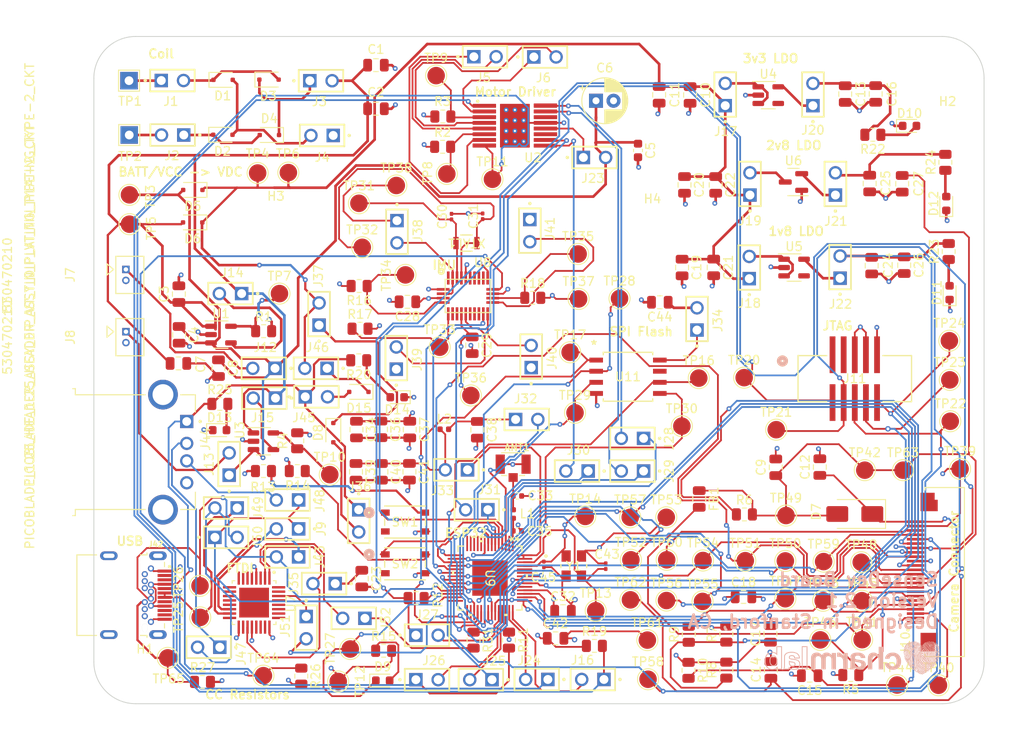
<source format=kicad_pcb>
(kicad_pcb (version 20221018) (generator pcbnew)
  (layers (0 "F.Cu" signal) (1 "In1.Cu" signal) (2 "In2.Cu" signal) (31 "B.Cu" signal) (34 "B.Paste" user) (35 "F.Paste" user) (36 "B.SilkS" user "B.Silkscreen") (37 "F.SilkS" user "F.Silkscreen") (38 "B.Mask" user) (39 "F.Mask" user) (44 "Edge.Cuts" user))
  (net 0 "")
  (net 1 "GND")
  (net 2 "Net-(ANT1-PadSIG)")
  (net 3 "VCC")
  (net 4 "+BATT")
  (net 5 "+2V8")
  (net 6 "VDC")
  (net 7 "Net-(D7-K)")
  (net 8 "+3.3V")
  (net 9 "CAM_RESET")
  (net 10 "+1V8")
  (net 11 "Net-(U8-CAP)")
  (net 12 "Net-(U8-XIN32)")
  (net 13 "Net-(U8-XOUT32)")
  (net 14 "Net-(U9-LNA_IN)")
  (net 15 "Net-(C38-Pad1)")
  (net 16 "Net-(U9-XTAL_P)")
  (net 17 "Net-(U9-XTAL_N)")
  (net 18 "Net-(D1-K)")
  (net 19 "Net-(D2-K)")
  (net 20 "+5V")
  (net 21 "IO21{slash}USER_LED")
  (net 22 "Net-(D9-A)")
  (net 23 "Net-(FB1-Pad2)")
  (net 24 "Net-(U2-BOUT1)")
  (net 25 "Net-(U2-BOUT2)")
  (net 26 "Net-(U2-AOUT1)")
  (net 27 "Net-(U2-AOUT2)")
  (net 28 "USB_DP")
  (net 29 "USB_DN")
  (net 31 "MTDO{slash}IO40{slash}CAM_SDA")
  (net 32 "MTCK{slash}IO39{slash}CAM_SCL")
  (net 33 "IO38{slash}DVP_VSYNC")
  (net 34 "Net-(J10-Pad8)")
  (net 35 "IO47{slash}DVP_HREF")
  (net 36 "IO48{slash}DVP_Y9")
  (net 37 "IO10{slash}XMCLK")
  (net 38 "IO11{slash}DVP_Y8")
  (net 39 "IO12{slash}DVP_Y7")
  (net 40 "IO13{slash}DVP_PCLK")
  (net 41 "IO14{slash}DVP_Y6")
  (net 42 "IO15{slash}DVP_Y2")
  (net 43 "IO16{slash}DVP_Y5")
  (net 44 "IO17{slash}DVP_Y3")
  (net 45 "IO18{slash}DVP_Y4")
  (net 48 "CHIP_EN")
  (net 49 "MTDI{slash}IO41{slash}PDM_DATA")
  (net 50 "MTMS{slash}IO42{slash}PDM_CLK")
  (net 51 "Net-(U1-PROG)")
  (net 52 "Net-(U2-BISEN)")
  (net 53 "Net-(U2-AISEN)")
  (net 54 "Net-(U3-PROG)")
  (net 55 "Net-(R6-Pad1)")
  (net 56 "Net-(R13-Pad2)")
  (net 57 "Net-(R14-Pad2)")
  (net 58 "Net-(U8-PS1)")
  (net 59 "Net-(U8-PS0)")
  (net 60 "Net-(U8-COM3)")
  (net 61 "DRV_FAULT")
  (net 62 "BNO_SCL")
  (net 63 "BNO_SDA")
  (net 64 "GPIO37")
  (net 65 "DRV_SLEEP")
  (net 66 "GPIO36")
  (net 67 "BNO_INT")
  (net 68 "GPIO35")
  (net 69 "GPIO34")
  (net 70 "GPIO33")
  (net 71 "MOTOR1_AIN1")
  (net 72 "D3{slash}A3")
  (net 73 "MOTOR1_AIN2")
  (net 74 "D2{slash}A2")
  (net 75 "MOTOR2_BIN1")
  (net 76 "D1{slash}A1")
  (net 77 "MOTOR2_BIN2")
  (net 78 "D0{slash}A0")
  (net 79 "Net-(U9-U0TXD)")
  (net 80 "TX_D6")
  (net 82 "GPIO0")
  (net 95 "RX_D7")
  (net 106 "BNO_RST")
  (net 107 "D4{slash}I2C_SDA")
  (net 108 "D5{slash}I2C_SCL")
  (net 109 "D8{slash}A8{slash}SCK")
  (net 110 "D9{slash}A9{slash}MISO")
  (net 111 "D10{slash}A10{slash}MOSI")
  (net 113 "VDD_SPI")
  (net 114 "SPIHD")
  (net 115 "SPIWP")
  (net 116 "SPICS0")
  (net 117 "SPICLK")
  (net 118 "SPIQ")
  (net 119 "SPID")
  (net 122 "Net-(U11-VCC)")
  (net 123 "Net-(D1-A)")
  (net 124 "Net-(D3-K)")
  (net 125 "Net-(J1-Pad01)")
  (net 126 "Net-(J2-Pad02)")
  (net 127 "Net-(J12-Pad02)")
  (net 128 "Net-(J13-Pad02)")
  (net 129 "Net-(U1-V_{DD})")
  (net 130 "Net-(U3-V_{DD})")
  (net 131 "Net-(U4-EN)")
  (net 132 "Net-(U5-EN)")
  (net 133 "Net-(U6-VI)")
  (net 134 "Net-(U4-VOUT)")
  (net 135 "Net-(U6-VO)")
  (net 136 "Net-(U5-VOUT)")
  (net 137 "Net-(D8-K)")
  (net 138 "Net-(D8-A)")
  (net 139 "Net-(U2-VM)")
  (net 140 "Net-(J32-Pad02)")
  (net 141 "Net-(J33-Pad01)")
  (net 142 "Net-(U7-VCC)")
  (net 143 "Net-(U8-VDD)")
  (net 144 "Net-(U8-PIN10)")
  (net 145 "Net-(U8-PIN15)")
  (net 146 "Net-(U8-PIN16)")
  (net 147 "Net-(C25-Pad1)")
  (net 148 "Net-(D10-A)")
  (net 149 "Net-(D11-A)")
  (net 150 "Net-(D12-A)")
  (net 151 "Net-(D13-A)")
  (net 152 "Net-(J42-CC1)")
  (net 153 "Net-(J42-CC2)")
  (net 165 "Net-(U7-USBDP)")
  (net 166 "Net-(U7-USBDM)")
  (net 167 "Net-(D14-A)")
  (net 168 "Net-(D15-K)")
  (net 169 "Net-(D15-A)")
  (net 170 "Net-(J42-DN1)")
  (net 171 "Net-(J42-DN2)")
  (net 172 "Net-(J44-D-)")
  (net 173 "Net-(J44-D+)")
  (net 174 "Net-(U7-TXD)")
  (net 175 "Net-(U7-RXD)")
  (footprint "HMTSW-102-X-X-S-X:SAMTEC_HMTSW-102-X-X-S-X" (layer "F.Cu") (at 96.7232 89.5604)
    (fp_text reference "J14")
    (fp_text value "HMTSW-102-X-X-S-X" hide)
  )
  (footprint "TestPoint:TestPoint_Pad_D2.0mm" (layer "F.Cu") (at 172.7962 134.2644)
    (fp_text reference "TP44")
    (fp_text value "TestPoint" hide)
  )
  (footprint "HMTSW-102-X-X-S-X:SAMTEC_HMTSW-102-X-X-S-X" (layer "F.Cu") (at 119.1514 128.5748 180)
    (fp_text reference "J27")
    (fp_text value "HMTSW-102-X-X-S-X" hide)
  )
  (footprint "Capacitor_SMD:C_0805_2012Metric" (layer "F.Cu") (at 170.3578 66.7595 -90)
    (fp_text reference "C16")
    (fp_text value "1uF")
  )
  (footprint "ABM8G_40_000MHZ_18_D2Y_T:CRYSTAL_ABM8G_ABR" (layer "F.Cu") (at 135.904 120.6824)
    (fp_text reference "Y1")
    (fp_text value "ABM8G-40.000MHZ-18-D2Y-T")
  )
  (footprint "Capacitor_SMD:C_0805_2012Metric" (layer "F.Cu") (at 134.6708 125.8316)
    (fp_text reference "C32")
    (fp_text value "100nF")
  )
  (footprint "Capacitor_SMD:C_0805_2012Metric" (layer "F.Cu") (at 173.3804 77.0211 -90)
    (fp_text reference "C27")
    (fp_text value "1uF")
  )
  (footprint "TestPoint:TestPoint_Pad_D2.0mm" (layer "F.Cu") (at 85.1916 78.2828)
    (fp_text reference "TP3")
    (fp_text value "TestPoint" hide)
  )
  (footprint "Capacitor_SMD:C_0201_0603Metric" (layer "F.Cu") (at 139.5476 120.6902 90)
    (fp_text reference "C43")
    (fp_text value "18pF")
  )
  (footprint "Capacitor_SMD:C_0805_2012Metric" (layer "F.Cu") (at 163.9824 109.3724 90)
    (fp_text reference "C12")
    (fp_text value "2.2uF")
  )
  (footprint "HMTSW-102-X-X-S-X:SAMTEC_HMTSW-102-X-X-S-X" (layer "F.Cu") (at 125.7669 62.5094 180)
    (fp_text reference "J5")
    (fp_text value "HMTSW-102-X-X-S-X" hide)
  )
  (footprint "Resistor_SMD:R_0805_2012Metric" (layer "F.Cu") (at 100.4843 109.8296)
    (fp_text reference "R13")
    (fp_text value "10k")
  )
  (footprint "TestPoint:TestPoint_Pad_D2.0mm" (layer "F.Cu") (at 124.1552 101.1936)
    (fp_text reference "TP36")
    (fp_text value "TestPoint" hide)
  )
  (footprint "TestPoint:TestPoint_Pad_D2.0mm" (layer "F.Cu") (at 111.76 84.2772)
    (fp_text reference "TP32")
    (fp_text value "TestPoint" hide)
  )
  (footprint "DRV8410PWPR:IC_DRV8410PWPR" (layer "F.Cu") (at 129.18 70.3886)
    (fp_text reference "U2")
    (fp_text value "DRV8410PWPR")
  )
  (footprint "Capacitor_SMD:C_0805_2012Metric" (layer "F.Cu") (at 90.7796 97.536)
    (fp_text reference "C7")
    (fp_text value "1uF")
  )
  (footprint "TestPoint:TestPoint_Pad_D2.0mm" (layer "F.Cu") (at 159.004 105.1052)
    (fp_text reference "TP21")
    (fp_text value "TestPoint" hide)
  )
  (footprint "Capacitor_SMD:C_0805_2012Metric" (layer "F.Cu") (at 158.9532 109.3978 90)
    (fp_text reference "C9")
    (fp_text value "2.2uF")
  )
  (footprint "Capacitor_SMD:C_0201_0603Metric" (layer "F.Cu") (at 125.5014 80.736 90)
    (fp_text reference "C31")
    (fp_text value "22pF")
  )
  (footprint "TestPoint:TestPoint_Pad_D2.0mm" (layer "F.Cu") (at 110.3884 130.1496)
    (fp_text reference "TP27")
    (fp_text value "TestPoint" hide)
  )
  (footprint "TestPoint:TestPoint_Pad_D2.0mm" (layer "F.Cu") (at 146.4818 124.6124)
    (fp_text reference "TP56")
    (fp_text value "TestPoint" hide)
  )
  (footprint "Capacitor_SMD:C_0805_2012Metric" (layer "F.Cu") (at 113.9444 109.916 -90)
    (fp_text reference "C40")
    (fp_text value "100nF")
  )
  (footprint "TestPoint:TestPoint_Pad_D2.0mm" (layer "F.Cu") (at 164.3634 124.6378)
    (fp_text reference "TP43")
    (fp_text value "TestPoint" hide)
  )
  (footprint "U.FL-R-SMT-1:U.FL-R-SMT-1" (layer "F.Cu") (at 128.9812 109.0412)
    (fp_text reference "ANT1")
    (fp_text value "U.FL-R-SMT-1")
  )
  (footprint "Capacitor_SMD:C_0805_2012Metric" (layer "F.Cu") (at 111.0488 109.916 -90)
    (fp_text reference "C39")
    (fp_text value "2.2uF")
  )
  (footprint "TestPoint:TestPoint_Pad_D2.0mm" (layer "F.Cu") (at 111.379 79.248)
    (fp_text reference "TP31")
    (fp_text value "TestPoint" hide)
  )
  (footprint "HMTSW-102-X-X-S-X:SAMTEC_HMTSW-102-X-X-S-X" (layer "F.Cu") (at 96.5708 109.0283 -90)
    (fp_text reference "J13")
    (fp_text value "HMTSW-102-X-X-S-X" hide)
  )
  (footprint "UJ31-CH-G2-SMT-TR:CUI_UJ31-CH-G2-SMT-TR" (layer "F.Cu") (at 88.7517 121.2528 -90)
    (fp_text reference "J42")
    (fp_text value "UJ31-CH-G2-SMT-TR")
    (fp_line (start 6.325 1.485) (end 6.625 1.485) (stroke (width 0.01)) (layer "Edge.Cuts"))
    (fp_line (start 6.325 2.135) (end 6.625 2.135) (stroke (width 0.01)) (layer "Edge.Cuts"))
    (fp_arc (start 6.325 2.135) (mid 6 1.81) (end 6.325 1.485) (stroke (width 0.01)) (layer "Edge.Cuts"))
    (fp_arc (start 6.625 1.485) (mid 6.95 1.81) (end 6.625 2.135) (stroke (width 0.01)) (layer "Edge.Cuts"))
  )
  (footprint "TestPoint:TestPoint_Pad_D2.0mm" (layer "F.Cu") (at 137.2108 115.0112)
    (fp_text reference "TP14")
    (fp_text value "TestPoint" hide)
  )
  (footprint "TestPoint:TestPoint_Pad_D2.0mm" (layer "F.Cu") (at 164.0332 129.1082)
    (fp_text reference "TP46")
    (fp_text value "TestPoint" hide)
  )
  (footprint "TestPoint:TestPoint_Pad_D2.0mm" (layer "F.Cu") (at 108.0516 110.236)
    (fp_text reference "TP10")
    (fp_text value "TestPoint" hide)
  )
  (footprint "Capacitor_SMD:C_0805_2012Metric" (layer "F.Cu") (at 169.9006 86.3683 -90)
    (fp_text reference "C24")
    (fp_text value "10uF")
  )
  (footprint "Capacitor_SMD:C_0805_2012Metric" (layer "F.Cu") (at 148.5392 77.1481 -90)
    (fp_text reference "C20")
    (fp_text value "10uF")
  )
  (footprint "Capacitor_SMD:C_0805_2012Metric" (layer "F.Cu") (at 151.8666 86.5715 -90)
    (fp_text reference "C21")
    (fp_text value "1uF")
  )
  (footprint "HMTSW-102-X-X-S-X:SAMTEC_HMTSW-102-X-X-S-X" (layer "F.Cu") (at 138.0744 133.6294)
    (fp_text reference "J16")
    (fp_text value "HMTSW-102-X-X-S-X" hide)
  )
  (footprint "87520-0010BLF:AMPHENOL_87520-0010BLF" (layer "F.Cu") (at 89.0161 107.66755 -90)
    (fp_text reference "J44")
    (fp_text value "87520-0010BLF")
  )
  (footprint "HMTSW-102-X-X-S-X:SAMTEC_HMTSW-102-X-X-S-X" (layer "F.Cu") (at 166.2938 86.5359 -90)
    (fp_text reference "J22")
    (fp_text value "HMTSW-102-X-X-S-X" hide)
  )
  (footprint "Capacitor_SMD:C_0805_2012Metric" (layer "F.Cu") (at 150.2156 113.0148 -90)
    (fp_text reference "FB1")
    (fp_text value "120R-3A")
  )
  (footprint "TestPoint:TestPoint_Pad_D2.0mm" (layer "F.Cu") (at 100.4805 133.1976)
    (fp_text reference "TP64")
    (fp_text value "TestPoint" hide)
  )
  (footprint "Diode_SMD:D_SOD-323F" (layer "F.Cu") (at 111.3712 100.7872 180)
    (fp_text reference "D15")
    (fp_text value "PMEG6010CEJ")
  )
  (footprint "Capacitor_SMD:C_0805_2012Metric" (layer "F.Cu") (at 117.1817 105.09 -90)
    (fp_text reference "C37")
    (fp_text value "100nF")
  )
  (footprint "Capacitor_SMD:C_0805_2012Metric" (layer "F.Cu") (at 111.7092 122.108 -90)
    (fp_text reference "C23")
    (fp_text value "10uF")
  )
  (footprint "HMTSW-102-X-X-S-X:SAMTEC_HMTSW-102-X-X-S-X" (layer "F.Cu") (at 107.4027 122.682)
    (fp_text reference "J35")
    (fp_text value "HMTSW-102-X-X-S-X" hide)
  )
  (footprint "HMTSW-102-X-X-S-X:SAMTEC_HMTSW-102-X-X-S-X" (layer "F.Cu") (at 124.8271 114.2492)
    (fp_text reference "J31")
    (fp_text value "HMTSW-102-X-X-S-X" hide)
  )
  (footprint "Resistor_SMD:R_0805_2012Metric" (layer "F.Cu") (at 111.3555 97.1804 180)
    (fp_text reference "R20")
    (fp_text value "100")
  )
  (footprint "TestPoint:TestPoint_Pad_D2.0mm" (layer "F.Cu") (at 144.2974 129.1336)
    (fp_text reference "TP61")
    (fp_text value "TestPoint" hide)
  )
  (footprint "Package_TO_SOT_SMD:SOT-23-5" (layer "F.Cu") (at 100.4824 106.426)
    (fp_text reference "U3")
    (fp_text value "MCP73812T-420I-OT")
  )
  (footprint "HMTSW-102-X-X-S-X:SAMTEC_HMTSW-102-X-X-S-X" (layer "F.Cu") (at 103.2256 116.4336)
    (fp_text reference "J9")
    (fp_text value "HMTSW-102-X-X-S-X")
  )
  (footprint "MountingHole:MountingHole_2.1mm" (layer "F.Cu") (at 84.836 132.588)
    (fp_text reference "H1")
    (fp_text value "MountingHole")
  )
  (footprint "HMTSW-102-X-X-S-X:SAMTEC_HMTSW-102-X-X-S-X" (layer "F.Cu") (at 111.3536 115.5192 90)
    (fp_text reference "J36")
    (fp_text value "HMTSW-102-X-X-S-X" hide)
  )
  (footprint "HMTSW-102-X-X-S-X:SAMTEC_HMTSW-102-X-X-S-X" (layer "F.Cu") (at 100.584 101.4984)
    (fp_text reference "J15")
    (fp_text value "HMTSW-102-X-X-S-X" hide)
  )
  (footprint "Capacitor_SMD:C_0805_2012Metric" (layer "F.Cu") (at 145.6436 66.8611 -90)
    (fp_text reference "C11")
    (fp_text value "1uF")
  )
  (footprint "Capacitor_SMD:C_0805_2012Metric" (layer "F.Cu") (at 95.3516 98.0796 -90)
    (fp_text reference "C8")
    (fp_text value "1uF")
  )
  (footprint "Resistor_SMD:R_0805_2012Metric" (layer "F.Cu") (at 155.3737 114.7826)
    (fp_text reference "R6")
    (fp_text value "0k")
  )
  (footprint "F32R-1A7H1-11024:AMPHENOL_F32R-1A7H1-11024" (layer "F.Cu") (at 178.2318 121.3612 90)
    (fp_text reference "J10")
    (fp_text value "F32R-1A7H1-11024")
  )
  (footprint "HMTSW-102-X-X-S-X:SAMTEC_HMTSW-102-X-X-S-X" (layer "F.Cu") (at 90.0938 65.2272 180)
    (fp_text reference "J1")
    (fp_text value "HMTSW-102-X-X-S-X" hide)
  )
  (footprint "Capacitor_SMD:C_0201_0603Metric" (layer "F.Cu") (at 132.4864 120.487 -90)
    (fp_text reference "C45")
    (fp_text value "18pF")
  )
  (footprint "Diode_SMD:D_SOD-323F" (layer "F.Cu") (at 95.8518 71.4248)
    (fp_text reference "D2")
    (fp_text value "PMEG6010CEJ")
  )
  (footprint "HMTSW-102-X-X-S-X:SAMTEC_HMTSW-102-X-X-S-X" (layer "F.Cu") (at 132.6134 62.5348 180)
    (fp_text reference "J6")
    (fp_text value "HMTSW-102-X-X-S-X" hide)
  )
  (footprint "LED_SMD:LED_0603_1608Metric" (layer "F.Cu") (at 178.7906 89.4551 90)
    (fp_text reference "D11")
    (fp_text value "LED")
  )
  (footprint "TestPoint:TestPoint_Pad_D2.0mm" (layer "F.Cu") (at 121.412 75.8952)
    (fp_text reference "TP8")
    (fp_text value "TestPoint" hide)
  )
  (footprint "Resistor_SMD:R_0805_2012Metric" (layer "F.Cu") (at 120.9567 69.342 180)
    (fp_text reference "R3")
    (fp_text value "2")
  )
  (footprint "TestPoint:TestPoint_Pad_D2.0mm" (layer "F.Cu") (at 126.619 76.5048)
    (fp_text reference "TP11")
    (fp_text value "TestPoint" hide)
  )
  (footprint "Capacitor_SMD:C_0805_2012Metric" (layer "F.Cu") (at 133.8224 128.9304)
    (fp_text reference "C42")
    (fp_text value "100nF")
  )
  (footprint "HMTSW-102-X-X-S-X:SAMTEC_HMTSW-102-X-X-S-X" (layer "F.Cu") (at 115.7224 82.4992 90)
    (fp_text reference "J38")
    (fp_text value "HMTSW-102-X-X-S-X" hide)
  )
  (footprint "HMTSW-102-X-X-S-X:SAMTEC_HMTSW-102-X-X-S-X" (layer "F.Cu") (at 106.4768 98.0948)
    (fp_text reference "J46")
    (fp_text value "HMTSW-102-X-X-S-X")
  )
  (footprint "TestPoint:TestPoint_Pad_D2.0mm" (layer "F.Cu") (at 120.5992 95.6818)
    (fp_text reference "TP33")
    (fp_text value "TestPoint" hide)
  )
  (footprint "Diode_SMD:D_SOD-323F" (layer "F.Cu") (at 101.1174 65.1256)
    (fp_text reference "D3")
    (fp_text value "PMEG6010CEJ")
  )
  (footprint "HMTSW-102-X-X-S-X:SAMTEC_HMTSW-102-X-X-S-X" (layer "F.Cu") (at 149.9616 92.456 -90)
    (fp_text reference "J34")
    (fp_text value "HMTSW-102-X-X-S-X" hide)
  )
  (footprint "MountingHole:MountingHole_2.1mm" (layer "F.Cu") (at 178.7144 64.1604)
    (fp_text reference "H2")
    (fp_text value "MountingHole")
  )
  (footprint "TestPoint:TestPoint_Pad_D2.0mm" (layer "F.Cu") (at 115.6462 77.216)
    (fp_text reference "TP38")
    (fp_text value "TestPoint" hide)
  )
  (footprint "HMTSW-102-X-X-S-X:SAMTEC_HMTSW-102-X-X-S-X" (layer "F.Cu") (at 125.2982 133.6548)
    (fp_text reference "J25")
    (fp_text value "HMTSW-102-X-X-S-X" hide)
  )
  (footprint "TestPoint:TestPoint_Pad_D2.0mm" (layer "F.Cu") (at 136.0424 103.1748)
    (fp_text reference "TP29")
    (fp_text value "TestPoint")
  )
  (footprint "Capacitor_SMD:C_0603_1608Metric" (layer "F.Cu") (at 143.2306 73.2158 -90)
    (fp_text reference "C5")
    (fp_text value "100nF")
  )
  (footprint "Diode_SMD:D_SMA" (layer "F.Cu") (at 167.9702 114.7318 180)
    (fp_text reference "D7")
    (fp_text value "B140-E3")
  )
  (footprint "TestPoint:TestPoint_Pad_D2.0mm" (layer "F.Cu") (at 177.5206 134.2898)
    (fp_text reference "TP40")
    (fp_text value "TestPoint" hide)
  )
  (footprint "Resistor_SMD:R_0805_2012Metric" (layer "F.Cu") (at 178.689 84.756 90)
    (fp_text reference "R23")
    (fp_text value "100")
  )
  (footprint "Resistor_SMD:R_0805_2012Metric" (layer "F.Cu") (at 153.3144 128.4478 90)
    (fp_text reference "R7")
    (fp_text value "4.7k")
  )
  (footprint "HMTSW-102-X-X-S-X:SAMTEC_HMTSW-102-X-X-S-X" (layer "F.Cu") (at 138.2661 74.0156 180)
    (fp_text reference "J23")
    (fp_text value "HMTSW-102-X-X-S-X" hide)
  )
  (footprint "MountingHole:MountingHole_2.1mm" (layer "F.Cu") (at 101.9048 81.6356)
    (fp_text reference "H3")
    (fp_text value "MountingHole")
  )
  (footprint "Resistor_SMD:R_0805_2012Metric" (layer "F.Cu") (at 104.8004 133.2465 -90)
    (fp_text reference "R26")
    (fp_text value "5.1K")
  )
  (footprint "LED_SMD:LED_0603_1608Metric" (layer "F.Cu") (at 95.4785 105.156)
    (fp_text reference "D13")
    (fp_text value "LED")
  )
  (footprint "HMTSW-102-X-X-S-X:SAMTEC_HMTSW-102-X-X-S-X" (layer "F.Cu") (at 122.5042 109.6874)
    (fp_text reference "J33")
    (fp_text value "HMTSW-102-X-X-S-X" hide)
  )
  (footprint "LED_SMD:LED_0603_1608Metric" (layer "F.Cu") (at 114.0967 133.7564)
    (fp_text reference "D9")
    (fp_text value "LED")
  )
  (footprint "Resistor_SMD:R_0805_2012Metric" (layer "F.Cu") (at 95.5059 102.1588 180)
    (fp_text reference "R25")
    (fp_text value "100")
  )
  (footprint "TestPoint:TestPoint_Pad_D2.0mm" (layer "F.Cu") (at 164.4142 120.1674)
    (fp_text reference "TP59")
    (fp_text value "TestPoint" hide)
  )
  (footprint "HMTSW-102-X-X-S-X:SAMTEC_HMTSW-102-X-X-S-X" (layer "F.Cu") (at 142.5956 109.8296)
    (fp_text reference "J29")
    (fp_text value "HMTSW-102-X-X-S-X" hide)
  )
  (footprint "TestPoint:TestPoint_Pad_D2.0mm" (layer "F.Cu") (at 93.2688 126.5428)
    (fp_text reference "TP25")
    (fp_text value "TestPoint" hide)
  )
  (footprint "Inductor_SMD:L_0402_1005Metric" (layer "F.Cu") (at 121.1302 105.0544)
    (fp_text reference "L2")
    (fp_text value "2nH")
  )
  (footprint "Capacitor_SMD:C_0201_0603Metric" (layer "F.Cu") (at 121.9454 80.772 90)
    (fp_text reference "C30")
    (fp_text value "22pF")
  )
  (footprint "TestPoint:TestPoint_Pad_D2.0mm" (layer "F.Cu") (at 85.1916 81.6356)
    (fp_text reference "TP5")
    (fp_text value "TestPoint" hide)
  )
  (footprint "TestPoint:TestPoint_Pad_D2.0mm" (layer "F.Cu") (at 168.7068 120.2436)
    (fp_text reference "TP48")
    (fp_text value "TestPoint" hide)
  )
  (footprint "TestPoint:TestPoint_Pad_D2.0mm" (layer "F.Cu") (at 168.8084 129.0828)
    (fp_text reference "TP41")
    (fp_text value "TestPoint" hide)
  )
  (footprint "Resistor_SMD:R_0805_2012Metric" (layer "F.Cu") (at 153.3144 132.5607 90)
    (fp_text reference "R8")
    (fp_text value "0k")
  )
  (footprint "Capacitor_SMD:C_0805_2012Metric" (layer "F.Cu") (at 124.3076 95.4634 -90)
    (fp_text reference "C29")
    (fp_text value "0.1uF")
  )
  (footprint "HMTSW-102-X-X-S-X:SAMTEC_HMTSW-102-X-X-S-X" (layer "F.Cu") (at 103.2256 119.634)
    (fp_text reference "J43")
    (fp_text value "HMTSW-102-X-X-S-X")
  )
  (footprint "Capacitor_SMD:C_0805_2012Metric" (layer "F.Cu") (at 158.3944 132.5372 90)
    (fp_text reference "C14")
    (fp_text value "100nF")
  )
  (footprint "HMTSW-102-X-X-S-X:SAMTEC_HMTSW-102-X-X-S-X" (layer "F.Cu") (at 103.2256 113.1316)
    (fp_text reference "J48")
    (fp_text value "HMTSW-102-X-X-S-X")
  )
  (footprint "HMTSW-102-X-X-S-X:SAMTEC_HMTSW-102-X-X-S-X" (layer "F.Cu") (at 107.0495 65.2526 180)
    (fp_text reference "J3")
    (fp_text value "HMTSW-102-X-X-S-X" hide)
  )
  (footprint "TestPoint:TestPoint_THTPad_2.0x2.0mm_Drill1.0mm" (layer "F.Cu") (at 85.1408 65.244)
    (fp_text reference "TP1")
    (fp_text value "COIL1")
  )
  (footprint "Package_TO_SOT_SMD:SOT-23-5" (layer "F.Cu") (at 158.0951 66.8967)
    (fp_text reference "U4")
    (fp_text value "MIC5504-3.3YM5")
  )
  (footprint "Capacitor_SMD:C_0805_2012Metric" (layer "F.Cu") (at 90.8558 94.2696 -90)
    (fp_text reference "C4")
    (fp_text value "1uF")
  )
  (footprint "TestPoint:TestPoint_Pad_D2.0mm" (layer "F.Cu") (at 142.367 124.5362)
    (fp_text reference "TP62")
    (fp_text value "TestPoint" hide)
  )
  (footprint "HMTSW-102-X-X-S-X:SAMTEC_HMTSW-102-X-X-S-X" (layer "F.Cu") (at 90.1192 71.4502)
    (fp_text reference "J2")
    (fp_text value "HMTSW-102-X-X-S-X" hide)
  )
  (footprint "HMTSW-102-X-X-S-X:SAMTEC_HMTSW-102-X-X-S-X" (layer "F.Cu") (at 130.8862 82.3722 90)
    (fp_text reference "J41")
    (fp_text value "HMTSW-102-X-X-S-X" hide)
  )
  (footprint "TestPoint:TestPoint_Pad_D2.0mm" (layer "F.Cu") (at 168.783 124.6378)
    (fp_text reference "TP45")
    (fp_text value "TestPoint" hide)
  )
  (footprint "TestPoint:TestPoint_Pad_D2.0mm" (layer "F.Cu") (at 103.3272 75.7428)
    (fp_text reference "TP6")
    (fp_text value "TestPoint" hide)
  )
  (footprint "HMTSW-102-X-X-S-X:SAMTEC_HMTSW-102-X-X-S-X" (layer "F.Cu") (at 107.1741 71.501)
    (fp_text reference "J4")
    (fp_text value "HMTSW-102-X-X-S-X" hide)
  )
  (footprint "Capacitor_SMD:C_0805_2012Metric" (layer "F.Cu") (at 173.609 86.3175 -90)
    (fp_text reference "C26")
    (fp_text value "1uF")
  )
  (footprint "Resistor_SMD:R_0805_2012Metric" (layer "F.Cu") (at 104.3432 106.3733 90)
    (fp_text reference "R4")
    (fp_text value "2k")
  )
  (footprint "53047-0210:CON_530470210_MOL" (layer "F.Cu") (at 84.7852 86.801801 90)
    (fp_text reference "J7")
    (fp_text value "530470210")
  )
  (footprint "TestPoint:TestPoint_Pad_D2.0mm" (layer "F.Cu") (at 160.0454 120.0912)
    (fp_text reference "TP50")
    (fp_text value "TestPoint" hide)
  )
  (footprint "TestPoint:TestPoint_Pad_D2.0mm" (layer "F.Cu") (at 102.3112 89.5604)
    (fp_text reference "TP7")
    (fp_text value "TestPoint" hide)
  )
  (footprint "53047-0210:CON_530470210_MOL" (layer "F.Cu") (at 84.792401 93.913801 90)
    (fp_text reference "J8")
    (fp_text value "530470210")
  )
  (footprint "Resistor_SMD:R_0805_2012Metric" (layer "F.Cu") (at 167.5149 133.1214 180)
    (fp_text reference "R5")
    (fp_text value "10k")
  )
  (footprint "Package_TO_SOT_SMD:SOT-23" (layer "F.Cu") (at 160.9737 76.8179 180)
    (fp_text reference "U6")
    (fp_text value "MCP1700x-280xxTT")
  )
  (footprint "TestPoint:TestPoint_Pad_D2.0mm" (layer "F.Cu") (at 160.0454 124.4092)
    (fp_text reference "TP47")
    (fp_text value "TestPoint" hide)
  )
  (footprint "Capacitor_SMD:C_0805_2012Metric" (layer "F.Cu") (at 169.672 76.9915 -90)
    (fp_text reference "C25")
    (fp_text value "10uF")
  )
  (footprint "TestPoint:TestPoint_Pad_D2.0mm" (layer "F.Cu") (at 138.4046 125.7808)
    (fp_text reference "TP13")
    (fp_text value "TestPoint" hide)
  )
  (footprint "Capacitor_SMD:C_0805_2012Metric" (layer "F.Cu") (at 113.3246 68.453)
    (fp_text reference "C2")
    (fp_text value "10uF")
  )
  (footprint "Capacitor_SMD:C_0805_2012Metric" (layer "F.Cu") (at 117.1448 109.9058 -90)
    (fp_text reference "C41")
    (fp_text value "10nF")
  )
  (footprint "Capacitor_SMD:C_0805_2012Metric" (layer "F.Cu") (at 113.8936 105.0646 -90)
    (fp_text reference "C36")
    (fp_text value "2.2uF")
  )
  (footprint "Resistor_SMD:R_0805_2012Metric" (layer "F.Cu") (at 178.308 74.5705 90)
    (fp_text reference "R24")
    (fp_text value "100")
  )
  (footprint "Resistor_SMD:R_0805_2012Metric" (layer "F.Cu") (at 93.5228 133.9088)
    (fp_text reference "R27")
    (fp_text value "6.1K")
  )
  (footprint "LED_SMD:LED_0603_1608Metric" (layer "F.Cu") (at 115.7477 101.3968 180)
    (fp_text reference "D14")
    (fp_text value "LED")
  )
  (footprint "Resistor_SMD:R_0805_2012Metric" (layer "F.Cu") (at 124.46 129.1317 -90)
    (fp_text reference "R31")
    (fp_text value "499")
  )
  (footprint "TestPoint:TestPoint_Pad_D2.0mm" (layer "F.Cu") (at 179.9844 109.5756)
    (fp_text reference "TP39")
    (fp_text value "TestPoint" hide)
  )
  (footprint "Capacitor_SMD:C_0805_2012Metric" (layer "F.Cu") (at 155.2702 124.206)
    (fp_text reference "C18")
    (fp_text value "4.7uF")
  )
  (footprint "Resistor_SMD:R_0805_2012Metric" (layer "F.Cu") (at 149.0218 128.4713 90)
    (fp_text reference "R9")
    (fp_text value "4.7k")
  )
  (footprint "Resistor_SMD:R_0805_2012Metric" (layer "F.Cu") (at 148.9964 132.5861 -90)
    (fp_text reference "R10")
    (fp_text value "10k")
  )
  (footprint "TestPoint:TestPoint_Pad_D2.0mm" (layer "F.Cu") (at 93.2434 122.936)
    (fp_text reference "TP26")
    (fp_text value "TestPoint" hide)
  )
  (footprint "HMTSW-102-X-X-S-X:SAMTEC_HMTSW-102-X-X-S-X" (layer "F.Cu") (at 105.3592 127.7112 90)
    (fp_text reference "J51")
    (fp_text value "HMTSW-102-X-X-S-X")
  )
  (footprint "TestPoint:TestPoint_Pad_D2.0mm" (layer "F.Cu") (at 160.1216 114.9096)
    (fp_text reference "TP49")
    (fp_text value "TestPoint" hide)
  )
  (footprint "Capacitor_SMD:C_0805_2012Metric" (layer "F.Cu") (at 152.0952 77.1481 -90)
    (fp_text reference "C22")
    (fp_text value "1uF")
  )
  (footprint "TestPoint:TestPoint_Pad_D2.0mm" (layer "F.Cu") (at 141.1224 90.1192)
    (fp_text reference "TP28")
    (fp_text value "TestPoint")
  )
  (footprint "Resistor_SMD:R_0805_2012Metric" (layer "F.Cu") (at 104.3451 109.8296)
    (fp_text reference "R14")
    (fp_text value "10k")
  )
  (footprint "TestPoint:TestPoint_Pad_D2.0mm" (layer "F.Cu") (at 155.3464 99.1616)
    (fp_text reference "TP20")
    (fp_text value "TestPoint" hide)
  )
  (footprint "HMTSW-102-X-X-S-X:SAMTEC_HMTSW-102-X-X-S-X" (layer "F.Cu") (at 115.6462 96.9264 -90)
    (fp_text reference "J39")
    (fp_text value "HMTSW-102-X-X-S-X" hide)
  )
  (footprint "TestPoint:TestPoint_THTPad_2.0x2.0mm_Drill1.0mm" (layer "F.Cu") (at 85.1662 71.4502)
    (fp_text reference "TP2")
    (fp_text value "COIL2")
  )
  (footprint "TestPoint:TestPoint_Pad_D2.0mm" (layer "F.Cu") (at 135.4836 96.266)
    (fp_text reference "TP17")
    (fp_text value "TestPoint" hide)
  )
  (footprint "HMTSW-102-X-X-S-X:SAMTEC_HMTSW-102-X-X-S-X" (layer "F.Cu") (at 165.7604 77.0363 -90)
    (fp_text reference "J21")
    (fp_text value "HMTSW-102-X-X-S-X" hide)
  )
  (footprint "TestPoint:TestPoint_Pad_D2.0mm" (layer "F.Cu") (at 120.1928 64.6684)
    (fp_text reference "TP9")
    (fp_text value "TestPoint" hide)
  )
  (footprint "TestPoint:TestPoint_Pad_D2.0mm" (layer "F.Cu") (at 148.2344 104.6988)
    (fp_text reference "TP30")
    (fp_text value "TestPoint")
  )
  (footprint "Resistor_SMD:R_0805_2012Metric" (layer "F.Cu") (at 131.2183 90.043)
    (fp_text reference "R18")
    (fp_text value "10k")
  )
  (footprint "BNO055:LGA28R50P4X10_380X520X100" (layer "F.Cu") (at 123.8239 89.8278)
    (fp_text reference "U8")
    (fp_text value "BNO055")
  )
  (footprint "HMTSW-102-X-X-S-X:SAMTEC_HMTSW-102-X-X-S-X" (layer "F.Cu") (at 142.5956 106.0958)
    (fp_text reference "J28")
    (fp_text value "HMTSW-102-X-X-S-X" hide)
  )
  (footprint "HMTSW-102-X-X-S-X:SAMTEC_HMTSW-102-X-X-S-X" (layer "F.Cu") (at 119.1514 133.6548 180)
    (fp_text reference "J26")
    (fp_text value "HMTSW-102-X-X-S-X" hide)
  )
  (footprint "TestPoint:TestPoint_Pad_D2.0mm" (layer "F.Cu") (at 144.3736 133.604)
    (fp_text reference "TP58")
    (fp_text value "TestPoint" hide)
  )
  (footprint "HMTSW-102-X-X-S-X:SAMTEC_HMTSW-102-X-X-S-X" (layer "F.Cu") (at 110.7948 126.6444)
    (fp_text reference "J52")
    (fp_text value "HMTSW-102-X-X-S-X")
  )
  (footprint "Capacitor_SMD:C_0805_2012Metric" (layer "F.Cu") (at 124.8918 105.1154 -90)
    (fp_text reference "C38")
    (fp_text value "100nF")
  )
  (footprint "TestPoint:TestPoint_Pad_D2.0mm" (layer "F.Cu") (at 109.0168 133.858)
    (fp_text reference "TP12")
    (fp_text value "TestPoint" hide)
  )
  (footprint "Inductor_SMD:L_0402_1005Metric" (layer "F.Cu") (at 128.9812 114.7342 90)
    (fp_text reference "L1")
    (fp_text value "2nH")
  )
  (footprint "Resistor_SMD:R_0805_2012Metric" (layer "F.Cu") (at 114.2003 130.3528)
    (fp_text reference "R15")
    (fp_text value "100")
  )
  (footprint "Resistor_SMD:R_0805_2012Metric" (layer "F.Cu") (at 111.4044 88.6968 180)
    (fp_text reference "R16")
    (fp_text value "10k")
  )
  (footprint "FT232RQ:QFN50P500X500X90-33N" (layer "F.Cu") (at 99.4156 124.852 -90)
    (fp_text reference "U7")
    (fp_text value "FT232RQ")
  )
  (footprint "HMTSW-102-X-X-S-X:SAMTEC_HMTSW-102-X-X-S-X" (layer "F.Cu") (at 130.5306 103.9368 180)
    (fp_text reference "J32")
    (fp_text value "HMTSW-102-X-X-S-X" hide)
  )
  (footprint "HMTSW-102-X-X-S-X:SAMTEC_HMTSW-102-X-X-S-X" (layer "F.Cu") (at 131.6736 133.6294)
    (fp_text reference "J24")
    (fp_text value "HMTSW-102-X-X-S-X" hide)
  )
  (footprint "TestPoint:TestPoint_Pad_D2.0mm" (layer "F.Cu") (at 136.398 85.0392)
    (fp_text reference "TP35")
    (fp_text value "TestPoint" hide)
  )
  (footprint "HMTSW-102-X-X-S-X:SAMTEC_HMTSW-102-X-X-S-X" (layer "F.Cu") (at 155.9306 86.5867 -90)
    (fp_text reference "J18")
    (fp_text value "HMTSW-102-X-X-S-X" hide)
  )
  (footprint "HMTSW-102-X-X-S-X:SAMTEC_HMTSW-102-X-X-S-X" (layer "F.Cu") (at 153.1874 66.8255 -90)
    (fp_text reference "J17")
    (fp_text value "HMTSW-102-X-X-S-X" hide)
  )
  (footprint "Diode_SMD:D_SOD-323F" (layer "F.Cu") (at 108.458 105.4432 -90)
    (fp_text reference "D8")
    (fp_text value "PMEG6010CEJ")
  )
  (footprint "Resistor_SMD:R_0805_2012Metric" (layer "F.Cu") (at 120.9313 72.7964 180)
    (fp_text reference "R2")
    (fp_text value "2")
  )
  (footprint "HMTSW-102-X-X-S-X:SAMTEC_HMTSW-102-X-X-S-X" (layer "F.Cu") (at 106.5276 101.346 180)
    (fp_text reference "J45")
    (fp_text value "HMTSW-102-X-X-S-X")
  )
  (footprint "TestPoint:TestPoint_Pad_D2.0mm" (layer "F.Cu") (at 155.4734 120.0658)
    (fp_text reference "TP51")
    (fp_text value "TestPoint" hide)
  )
  (footprint "HMTSW-102-X-X-S-X:SAMTEC_HMTSW-102-X-X-S-X" (layer "F.Cu") (at 136.271 109.8296)
    (fp_text reference "J30")
    (fp_text value "HMTSW-102-X-X-S-X" hide)
  )
  (footprint "Diode_SMD:D_SOD-323F" (layer "F.Cu") (at 95.8772 65.151)
    (fp_text reference "D1")
    (fp_text value "PMEG6010CEJ")
  )
  (footprint "Capacitor_SMD:C_0402_1005Metric" (layer "F.Cu") (at 129.4664 116.6622)
    (fp_text reference "C35")
    (fp_text value "1.6pF")
  )
  (footprint "Capacitor_SMD:C_0805_2012Metric" (layer "F.Cu") (at 145.7198 90.551 180)
    (fp_text reference "C44")
    (fp_text value "100nF")
  )
  (footprint "GD25Q64CSIGR:SOP8_208MIL_GDV" (layer "F.Cu") (at 142.0876 99.06)
    (fp_text reference "U11")
    (fp_text value "GD25Q64CSIGR")
  )
  (footprint "TestPoint:TestPoint_Pad_D2.0mm" (layer "F.Cu") (at 150.5966 124.714)
    (fp_text reference "TP55")
    (fp_text value "TestPoint" hide)
  )
  (footprint "Package_TO_SOT_SMD:SOT-23-5" (layer "F.Cu") (at 161.0415 86.5867)
    (fp_text reference "U5")
    (fp_text value "MIC5504-1.8YM5")
  )
  (footprint "LED_SMD:LED_0603_1608Metric" (layer "F.Cu") (at 178.4096 79.2715 90)
    (fp_text reference "D12")
    (fp_text value "LED")
  )
  (footprint "Capacitor_SMD:C_0805_2012Metric" (layer "F.Cu") (at 149.1742 66.8763 -90)
    (fp_text reference "C10")
    (fp_text value "10uF")
  )
  (footprint "Resistor_SMD:R_0805_2012Metric" (layer "F.Cu") (at 100.5059 93.853)
    (fp_text reference "R1")
    (fp_text value "2k")
  )
  (footprint "Capacitor_SMD:C_0805_2012Metric" (layer "F.Cu") (at 90.8304 89.6214 90)
    (fp_text reference "C3")
    (fp_text value "1uF")
  )
  (footprint "HMTSW-102-X-X-S-X:SAMTEC_HMTSW-102-X-X-S-X" (layer "F.Cu") (at 96.2152 114.046)
    (fp_text reference "J49")
    (fp_text value "HMTSW-102-X-X-S-X" hide)
  )
  (footprint "LED_SMD:LED_0603_1608Metric" (layer "F.Cu") (at 174.2185 70.4088)
    (fp_text reference "D10")
    (fp_text value "LED")
  )
  (footprint "TestPoint:TestPoint_Pad_D2.0mm" (layer "F.Cu") (at 89.5604 131.1656)
    (fp_text reference "TP65")
    (fp_text value "TestPoint" hide)
  )
  (footprint "TestPoint:TestPoint_Pad_D2.0mm" (layer "F.Cu") (at 99.822 75.7936)
    (fp_text reference "TP4")
    (fp_text value "TestPoint" hide)
  )
  (footprint "Capacitor_SMD:C_0805_2012Metric" (layer "F.Cu") (at 148.2598 86.5821 -90)
    (fp_text reference "C19")
    (fp_text value "10uF")
  )
  (footprint "Capacitor_SMD:C_0805_2012Metric" (layer "F.Cu") (at 158.3436 128.4224 90)
    (fp_text reference "C17")
    (fp_text value "100nF")
  )
  (footprint "HMTSW-102-X-X-S-X:SAMTEC_HMTSW-102-X-X-S-X" (layer "F.Cu") (at 96.2152 117.3988 180)
    (fp_text reference "J50")
    (fp_text value "HMTSW-102-X-X-S-X")
  )
  (footprint "Resistor_SMD:R_0805_2012Metric" (layer "F.Cu") (at 138.2522 129.794)
    (fp_text reference "R19")
    (fp_text value "10k")
  )
  (footprint "Capacitor_SMD:C_0805_2012Metric" (layer "F.Cu") (at 166.878 66.7747 -90)
    (fp_text reference "C13")
    (fp_text value "10uF")
  )
  (footprint "HMTSW-102-X-X-S-X:SAMTEC_HMTSW-102-X-X-S-X" (layer "F.Cu") (at 163.195 66.8255 -90)
    (fp_text reference "J20")
    (fp_text value "HMTSW-102-X-X-S-X" hide)
  )
  (footprint "Diode_SMD:D_SOD-323F" (layer "F.Cu") (at 92.4228 77.724 180)
    (fp_text reference "D5")
    (fp_text value "PMEG6010CEJ")
  )
  (footprint "TestPoint:TestPoint_Pad_D2.0mm" (layer "F.Cu") (at 169.1132 109.728)
    (fp_text reference "TP42")
    (fp_text value "TestPoint" hide)
  )
  (footprint "Capacitor_THT:CP_Radial_D5.0mm_P2.00mm" (layer "F.Cu") (at 138.4366 67.5386)
    (fp_text reference "C6")
    (fp_text value "10uF")
  )
  (footprint "Resistor_SMD:R_0805_2012Metric" (layer "F.Cu") (at 111.506 93.5736)
    (fp_text reference "R17")
    (fp_text value "10k")
  )
  (footprint "MountingHole:MountingHole_2.1mm" (layer "F.Cu") (at 144.8816 81.9404)
    (fp_text reference "H4")
    (fp_text value "MountingHole")
  )
  (footprint "HMTSW-102-X-X-S-X:SAMTEC_HMTSW-102-X-X-S-X" (layer "F.Cu") (at 100.5332 98.0948)
    (fp_text reference "J12")
    (fp_text value "HMTSW-102-X-X-S-X" hide)
  )
  (footprint "TestPoint:TestPoint_Pad_D2.0mm" (layer "F.Cu") (at 146.4564 115.1128)
    (fp_text reference "TP53")
    (fp_text value "TestPoint" hide)
  )
  (footprint "Diode_SMD:D_SOD-323F" (layer "F.Cu") (at 92.4052 81.4324 180)
    (fp_text reference "D6")
    (fp_text value "PMEG6010CEJ")
  )
  (footprint "TestPoint:TestPoint_Pad_D2.0mm" (layer "F.Cu") (at 178.816 99.4156)
    (fp_text reference "TP23")
    (fp_text value "TestPoint" hide)
  )
  (footprint "HMTSW-102-X-X-S-X:SAMTEC_HMTSW-102-X-X-S-X" (layer "F.Cu") (at 156.0068 77.0363 -90)
    (fp_text reference "J19")
    (fp_text value "HMTSW-102-X-X-S-X" hide)
  )
  (footprint "3221-10-0300-00:CONN10_3221-10-0300-00_CNC" (layer "F.Cu") (at 167.9702 99.276598)
    (fp_text reference "J11")
    (fp_text value "3221-10-0300-00")
  )
  (footprint "TestPoint:TestPoint_Pad_D2.0mm" (layer "F.Cu") (at 136.4488 90.17)
    (fp_text reference "TP37")
    (fp_text value "TestPoint" hide)
  )
  (footprint "PTS815:SW4_PTS815 SJM 250 SMTR LFS_CNK" (layer "F.Cu") (at 116.643151 120.4214)
    (fp_text reference "SW2")
    (fp_text value "PTS815 SJM 250 SMTR LFS")
  )
  (footprint "HMTSW-102-X-X-S-X:SAMTEC_HMTSW-102-X-X-S-X" (layer "F.Cu") (at 94.234 129.9464)
    (fp_text reference "J47")
    (fp_text value "HMTSW-102-X-X-S-X")
  )
  (footprint "TestPoint:TestPoint_Pad_D2.0mm" (layer "F.Cu") (at 178.7652 94.9452)
    (fp_text reference "TP24")
    (fp_text value "TestPoint" hide)
  )
  (footprint "TestPoint:TestPoint_Pad_D2.0mm" (layer "F.Cu") (at 116.6876 87.4268)
    (fp_text reference "TP34")
    (fp_text value "TestPoint" hide)
  )
  (footprint "Capacitor_SMD:C_0805_2012Metric" (layer "F.Cu") (at 113.3246 63.4746)
    (fp_text reference "C1")
    (fp_text value "6nF")
  )
  (footprint "Package_TO_SOT_SMD:SOT-23-5" (layer "F.Cu") (at 95.6365 94.2442)
    (fp_text reference "U1")
    (fp_text value "MCP73812T-420I-OT")
  )
  (footprint "TestPoint:TestPoint_Pad_D2.0mm" (layer "F.Cu") (at 146.5072 119.9642)
    (fp_text reference "TP60")
    (fp_text value "TestPoint" hide)
  )
  (footprint "Capacitor_SMD:C_0402_1005Metric" (layer "F.Cu") (at 129.4664 112.6744)
    (fp_text reference "C33")
    (fp_text value "1.6pF")
  )
  (footprint "Diode_SMD:D_SOD-323F" (layer "F.Cu") (at 101.1604 71.4502 180)
    (fp_text reference "D4")
    (fp_text value "PMEG6010CEJ")
  )
  (footprint "Resistor_SMD:R_0805_2012Metric" (layer "F.Cu") (at 117.9068 124.333 180)
    (fp_text reference "R12")
    (fp_text value "10k")
  )
  (footprint "TestPoint:TestPoint_Pad_D2.0mm" (layer "F.Cu") (at 173.482 109.728)
    (fp_text reference "TP63")
    (fp_text value "TestPoint" hide)
  )
  (footprint "TestPoint:TestPoint_Pad_D2.0mm" (layer "F.Cu") (at 150.1648 99.2124)
    (fp_text reference "TP16")
    (fp_text value "TestPoint" hide)
  )
  (footprint "PTS815:SW4_PTS815 SJM 250 SMTR LFS_CNK" (layer "F.Cu") (at 116.643151 115.6503)
    (fp_text reference "SW1")
    (fp_text value "PTS815 SJM 250 SMTR LFS")
  )
  (footprint "HMTSW-102-X-X-S-X:SAMTEC_HMTSW-102-X-X-S-X" (layer "F.Cu") (at 106.8324 91.8972 -90)
    (fp_text reference "J37")
    (fp_text value "HMTSW-102-X-X-S-X" hide)
  )
  (footprint "Resistor_SMD:R_0805_2012Metric" (layer "F.Cu") (at 170.0295 71.4248 180)
    (fp_text reference "R22")
    (fp_text value "100")
  )
  (footprint "Capacitor_SMD:C_0805_2012Metric" (layer "F.Cu") (at 111.0996 105.09 -90)
    (fp_text reference "C34")
    (fp_text value "2.2uF")
  )
  (footprint "Resistor_SMD:R_0805_2012Metric" (layer "F.Cu") (at 128.4986 129.1336 -90)
    (fp_text reference "R11")
    (fp_text value "10k")
  )
  (footprint "Capacitor_SMD:C_0805_2012Metric" (layer "F.Cu") (at 116.9162 90.5002 180)
    (fp_text reference "C28")
    (fp_text value "0.1uF")
  )
  (footprint "ABS07-32.768KHZ-7-T:XTAL_ABS07-32.768KHZ-7-T_ABR" (layer "F.Cu") (at 123.6472 83.7946 180)
    (fp_text reference "XTAL1")
    (fp_text value "ABS07-32.768KHZ-7-T")
  )
  (footprint "Capacitor_SMD:C_0805_2012Metric" (layer "F.Cu") (at 162.8292 133.1976 180)
    (fp_text reference "C15")
    (fp_text value "100nF")
  )
  (footprint "TestPoint:TestPoint_Pad_D2.0mm" (layer "F.Cu") (at 178.8668 104.14)
    (fp_text reference "TP22")
    (fp_text value "TestPoint" hide)
  )
  (footprint "TestPoint:TestPoint_Pad_D2.0mm" (layer "F.Cu") (at 142.4178 119.9642)
    (fp_text reference "TP52")
    (fp_text value "TestPoint" hide)
  )
  (footprint "TestPoint:TestPoint_Pad_D2.0mm" (layer "F.Cu") (at 150.6474 120.0404)
    (fp_text reference "TP54")
    (fp_text value "TestPoint" hide)
  )
  (footprint "ESP32S3:QFN56_7X7_EXP" (layer "F.Cu") (at 126.3366 122.048999 -90)
    (fp_text reference "U9")
    (fp_text value "ESP32-S3")
  )
  (footprint "HMTSW-102-X-X-S-X:SAMTEC_HMTSW-102-X-X-S-X" (layer "F.Cu") (at 131.0386 96.7486 -90)
    (fp_text reference "J40")
    (fp_text value "HMTSW-102-X-X-S-X" hide)
  )
  (footprint "TestPoint:TestPoint_Pad_D2.0mm" (layer "F.Cu") (at 142.3416 115.1128)
    (fp_text reference "TP57")
    (fp_text value "TestPoint" hide)
  )
  (footprint "CharmLabLogo:Charm" (layer "B.Cu") (at 167.6908 131.1656 180)
    (fp_text reference "G***" hide)
    (fp_text value "LOGO" hide)
  )
  (gr_arc (start 177.9524 60.198) (mid 181.328976 61.596624) (end 182.7276 64.9732) (stroke (width 0.1)) (layer "Edge.Cuts"))
  (gr_line (start 81.1276 64.9732) (end 81.1276 131.6228) (stroke (width 0.1)) (layer "Edge.Cuts"))
  (gr_line (start 85.9028 60.198) (end 177.9524 60.198) (stroke (width 0.1)) (layer "Edge.Cuts"))
  (gr_line (start 85.9028 136.398) (end 177.954024 136.399624) (stroke (width 0.1)) (layer "Edge.Cuts"))
  (gr_arc (start 182.729224 131.624424) (mid 181.3306 135.001) (end 177.954024 136.399624) (stroke (width 0.1)) (layer "Edge.Cuts"))
  (gr_arc (start 81.1276 64.9732) (mid 82.526224 61.596624) (end 85.9028 60.198) (stroke (width 0.1)) (layer "Edge.Cuts"))
  (gr_arc (start 85.9028 136.398) (mid 82.526224 134.999376) (end 81.1276 131.6228) (stroke (width 0.1)) (layer "Edge.Cuts"))
  (gr_line (start 182.729224 131.624424) (end 182.7276 64.9732) (stroke (width 0.1)) (layer "Edge.Cuts"))
  (gr_text "SenseDev Board\nVersion 2.1\nDesigned in Stanford, CA" (at 177.6984 127.9144) (layer "B.SilkS") (effects (font (size 1.5 1.5) (thickness 0.3) bold) (justify left bottom mirror)))
  (gr_text "1v8 LDO" (at 158.0134 83.0307) (layer "F.SilkS") (effects (font (size 1 1) (thickness 0.2) bold) (justify left bottom)))
  (gr_text "SPI Flash" (at 139.8524 94.488) (layer "F.SilkS") (effects (font (size 1 1) (thickness 0.2) bold) (justify left bottom)))
  (gr_text "3v3 LDO" (at 155.0924 63.2968) (layer "F.SilkS") (effects (font (size 1 1) (thickness 0.2) bold) (justify left bottom)))
  (gr_text "CC Resistors" (at 93.726 135.9408) (layer "F.SilkS") (effects (font (size 1 1) (thickness 0.2) bold) (justify left bottom)))
  (gr_text "FTDI" (at 96.139 121.5136) (layer "F.SilkS") (effects (font (size 1 1) (thickness 0.2) bold) (justify left bottom)))
  (gr_text "JTAG" (at 164.1856 93.8276) (layer "F.SilkS") (effects (font (size 1 1) (thickness 0.2) bold) (justify left bottom)))
  (gr_text "BATT/VCC -> VDC" (at 83.82 76.2508) (layer "F.SilkS") (effects (font (size 1 1) (thickness 0.2) bold) (justify left bottom)))
  (gr_text "Camera Connector" (at 179.8828 128.397 90) (layer "F.SilkS") (effects (font (size 1 1) (thickness 0.2) bold) (justify left bottom)))
  (gr_text "IMU" (at 119.6594 86.8934) (layer "F.SilkS") (effects (font (size 1 1) (thickness 0.2) bold) (justify left bottom)))
  (gr_text "Coil" (at 87.2236 62.7634) (layer "F.SilkS") (effects (font (size 1 1) (thickness 0.2) bold) (justify left bottom)))
  (gr_text "USB" (at 83.6168 118.4148) (layer "F.SilkS") (effects (font (size 1 1) (thickness 0.2) bold) (justify left bottom)))
  (gr_text "Motor Driver" (at 124.4854 67.1068) (layer "F.SilkS") (effects (font (size 1 1) (thickness 0.2) bold) (justify left bottom)))
  (gr_text "ESP32" (at 121.0818 117.5004) (layer "F.SilkS") (effects (font (size 1 1) (thickness 0.2) bold) (justify left bottom)))
  (gr_text "2v8 LDO" (at 157.734 73.2263) (layer "F.SilkS") (effects (font (size 1 1) (thickness 0.2) bold) (justify left bottom)))
  (segment (start 129.5431 115.9764) (end 129.5431 116.2589) (width 0.2) (layer "F.Cu") (net 1))
  (segment (start 117.1817 107.1511) (end 117.094 107.2388) (width 0.2) (layer "F.Cu") (net 1))
  (segment (start 138.4554 102.235) (end 138.5316 102.3112) (width 0.254) (layer "F.Cu") (net 1))
  (segment (start 156.2202 124.206) (end 157.2768 124.206) (width 0.2) (layer "F.Cu") (net 1))
  (segment (start 103.7806 134.159) (end 103.3272 133.7056) (width 0.2) (layer "F.Cu") (net 1))
  (segment (start 138.4554 100.965) (end 138.4554 102.235) (width 0.254) (layer "F.Cu") (net 1))
  (segment (start 99.3449 106.426) (end 98.298 106.426) (width 0.254) (layer "F.Cu") (net 1))
  (segment (start 117.1448 110.8558) (end 117.1448 111.8616) (width 0.2) (layer "F.Cu") (net 1))
  (segment (start 111.7092 123.058) (end 112.7964 123.058) (width 0.254) (layer "F.Cu") (net 1))
  (segment (start 132.1308 90.043) (end 133.1722 90.043) (width 0.2) (layer "F.Cu") (net 1))
  (segment (start 148.5392 78.0981) (end 148.5392 79.248) (width 0.3) (layer "F.Cu") (net 1))
  (segment (start 91.7296 97.536) (end 93.858 97.536) (width 0.254) (layer "F.Cu") (net 1))
  (segment (start 126.3366 123.3454) (end 125.0696 124.6124) (width 0.2) (layer "F.Cu") (net 1))
  (segment (start 117.1448 111.8616) (end 116.9416 112.0648) (width 0.2) (layer "F.Cu") (net 1))
  (segment (start 163.9824 108.4224) (end 163.9824 107.442) (width 0.2) (layer "F.Cu") (net 1))
  (segment (start 87.9417 121.2528) (end 87.6417 120.9528) (width 0.2) (layer "F.Cu") (net 1))
  (segment (start 127.8462 89.5778) (end 126.6519 89.5778) (width 0.2) (layer "F.Cu") (net 1))
  (segment (start 132.668 70.0636) (end 134.762 70.0636) (width 0.2) (layer "F.Cu") (net 1))
  (segment (start 158.3436 127.4724) (end 158.3436 126.4412) (width 0.2) (layer "F.Cu") (net 1))
  (segment (start 148.5392 79.248) (end 148.6408 79.3496) (width 0.3) (layer "F.Cu") (net 1))
  (segment (start 112.4185 93.5736) (end 113.3856 93.5736) (width 0.2) (layer "F.Cu") (net 1))
  (segment (start 151.8666 87.5215) (end 151.8666 88.519) (width 0.3) (layer "F.Cu") (net 1))
  (segment (start 124.3076 95.6225) (end 124.1552 95.4701) (width 0.2) (layer "F.Cu") (net 1))
  (segment (start 143.2306 73.9908) (end 143.2306 75.057) (width 0.3) (layer "F.Cu") (net 1))
  (segment (start 113.8936 106.0146) (end 117.1563 106.0146) (width 0.254) (layer "F.Cu") (net 1))
  (segment (start 113.8682 106.04) (end 113.8936 106.0146) (width 0.254) (layer "F.Cu") (net 1))
  (segment (start 144.7698 90.551) (end 143.891 90.551) (width 0.3) (layer "F.Cu") (net 1))
  (segment (start 95.3516 99.0296) (end 94.62 99.0296) (width 0.254) (layer "F.Cu") (net 1))
  (segment (start 167.9702 94.0054) (end 167.9702 96.799749) (width 0.2) (layer "F.Cu") (net 1))
  (segment (start 90.8558 95.2196) (end 91.6636 95.2196) (width 0.254) (layer "F.Cu") (net 1))
  (segment (start 178.7906 91.4654) (end 178.8668 91.5416) (width 0.3) (layer "F.Cu") (net 1))
  (segment (start 117.1563 106.0146) (end 117.1817 106.04) (width 0.254) (layer "F.Cu") (net 1))
  (segment (start 91.6636 95.2196) (end 92.0496 95.6056) (width 0.254) (layer "F.Cu") (net 1))
  (segment (start 111.0488 110.866) (end 113.9444 110.866) (width 0.254) (layer "F.Cu") (net 1))
  (segment (start 178.4096 80.059) (end 178.4096 81.1276) (width 0.3) (layer "F.Cu") (net 1))
  (segment (start 158.9532 108.4478) (end 158.9532 107.3912) (width 0.2) (layer "F.Cu") (net 1))
  (segment (start 169.4757 67.7095) (end 168.5036 68.6816) (width 0.3) (layer "F.Cu") (net 1))
  (segment (start 111.0996 106.04) (end 113.8682 106.04) (width 0.254) (layer "F.Cu") (net 1))
  (segment (start 179.9844 109.5756) (end 179.9844 114.6556) (width 0.2) (layer "F.Cu") (net 1))
  (segment (start 119.3546 89.0778) (end 119.3292 89.0524) (width 0.2) (layer "F.Cu") (net 1))
  (segment (start 148.2598 87.5321) (end 148.2598 88.519) (width 0.3) (layer "F.Cu") (net 1))
  (segment (start 145.6436 68.8848) (end 145.4912 69.0372) (width 0.3) (layer "F.Cu") (net 1))
  (segment (start 135.6208 125.8316) (end 135.6208 124.9324) (width 0.2) (layer "F.Cu") (net 1))
  (segment (start 98.298 106.426) (end 98.0948 106.2228) (width 0.254) (layer "F.Cu") (net 1))
  (segment (start 137.222 118.9084) (end 138.4952 118.9084) (width 0.2) (layer "F.Cu") (net 1))
  (segment (start 113.9444 110.866) (end 117.1346 110.866) (width 0.254) (layer "F.Cu") (net 1))
  (segment (start 173.431 70.4088) (end 172.5168 70.4088) (width 0.3) (layer "F.Cu") (net 1))
  (segment (start 158.3436 126.4412) (end 158.242 126.3396) (width 0.2) (layer "F.Cu") (net 1))
  (segment (start 117.970703 116.725297) (end 117.8052 116.8908) (width 0.2) (layer "F.Cu") (net 1))
  (segment (start 128.3716 89.0524) (end 127.8462 89.5778) (width 0.2) (layer "F.Cu") (net 1))
  (segment (start 173.6676 126.6112) (end 173.1772 127.1016) (width 0.2) (layer "F.Cu") (net 1))
  (segment (start 159.904 86.5867) (end 158.4687 86.5867) (width 0.3) (layer "F.Cu") (net 1))
  (segment (start 87.6417 127.0528) (end 87.9485 126.746) (width 0.2) (layer "F.Cu") (net 1))
  (segment (start 178.4096 81.1276) (end 178.5112 81.2292) (width 0.3) (layer "F.Cu") (net 1))
  (segment (start 158.9532 107.3912) (end 159.1056 107.2388) (width 0.2) (layer "F.Cu") (net 1))
  (segment (start 104.8004 134.159) (end 103.7806 134.159) (width 0.2) (layer "F.Cu") (net 1))
  (segment (start 124.3076 96.4134) (end 124.3076 95.6225) (width 0.2) (layer "F.Cu") (net 1))
  (segment (start 119.0752 72.7964) (end 118.8212 72.5424) (width 0.2) (layer "F.Cu") (net 1))
  (segment (start 170.7531 77.9415) (end 171.5008 78.6892) (width 0.3) (layer "F.Cu") (net 1))
  (segment (start 143.2974 128.1336) (end 135.5692 128.1336) (width 0.2) (layer "F.Cu") (net 1))
  (segment (start 128.904 109.0412) (end 128.9304 109.0676) (width 0.2) (layer "F.Cu") (net 1))
  (segment (start 97.6656 127.6525) (end 97.6656 128.5976) (width 0.2) (layer "F.Cu") (net 1))
  (segment (start 179.9844 114.6556) (end 178.5288 116.1112) (width 0.2) (layer "F.Cu") (net 1))
  (segment (start 124.8918 107.061) (end 124.714 107.2388) (width 0.2) (layer "F.Cu") (net 1))
  (segment (start 132.4864 120.807) (end 133.3546 120.807) (width 0.2) (layer "F.Cu") (net 1))
  (segment (start 134.586 122.0384) (end 134.586 124.0196) (width 0.2) (layer "F.Cu") (net 1))
  (segment (start 145.6436 67.8111) (end 145.6436 68.8848) (width 0.3) (layer "F.Cu") (net 1))
  (segment (start 129.9464 112.6744) (end 130.9116 112.6744) (width 0.2) (layer "F.Cu") (net 1))
  (segment (start 126.3366 122.048999) (end 126.3366 123.3454) (width 0.2) (layer "F.Cu") (net 1))
  (segment (start 165.6842 133.1214) (end 165.5064 132.9436) (width 0.2) (layer "F.Cu") (net 1))
  (segment (start 166.6024 133.1214) (end 165.6842 133.1214) (width 0.2) (layer "F.Cu") (net 1))
  (segment (start 172.5168 70.4088) (end 172.212 70.104) (width 0.3) (layer "F.Cu") (net 1))
  (segment (start 152.0952 78.0981) (end 152.0952 79.1464) (width 0.3) (layer "F.Cu") (net 1))
  (segment (start 117.1817 106.04) (end 117.1817 107.1511) (width 0.2) (layer "F.Cu") (net 1))
  (segment (start 132.668 70.0636) (end 130.47408 70.0636) (width 0.2) (layer "F.Cu") (net 1))
  (segment (start 89.1032 101.3968) (end 88.392 102.108) (width 0.3) (layer "F.Cu") (net 1))
  (segment (start 99.1656 127.6525) (end 99.1656 129.1804) (width 0.2) (layer "F.Cu") (net 1))
  (segment (start 93.858 97.536) (end 95.3516 99.0296) (width 0.254) (layer "F.Cu") (net 1))
  (segment (start 123.5739 87.7808) (end 123.5739 86.3825) (width 0.2) (layer "F.Cu") (net 1))
  (segment (start 172.2189 77.9711) (end 171.5008 78.6892) (width 0.3) (layer "F.Cu") (net 1))
  (segment (start 130.47408 70.0636) (end 130.14908 70.3886) (width 0.2) (layer "F.Cu") (net 1))
  (segment (start 101.4184 92.7824) (end 101.1428 92.5068) (width 0.3) (layer "F.Cu") (net 1))
  (segment (start 109.4232 88.6968) (end 109.1692 88.4428) (width 0.2) (layer "F.Cu") (net 1))
  (segment (start 178.7906 90.2426) (end 178.7906 91.4654) (width 0.3) (layer "F.Cu") (net 1))
  (segment (start 138.4952 118.9084) (end 138.8364 118.5672) (width 0.2) (layer "F.Cu") (net 1))
  (segment (start 110.4919 88.6968) (end 109.4232 88.6968) (width 0.2) (layer "F.Cu") (net 1))
  (segment (start 161.9112 78.8808) (end 161.7472 79.0448) (width 0.3) (layer "F.Cu") (net 1))
  (segment (start 174.8978 126.6112) (end 173.6676 126.6112) (width 0.2) (layer "F.Cu") (net 1))
  (segment (start 170.9859 87.3183) (end 169.9006 87.3183) (width 0.3) (layer "F.Cu") (net 1))
  (segment (start 101.1656 128.496) (end 101.5492 128.8796) (width 0.2) (layer "F.Cu") (net 1))
  (segment (start 160.9344 133.1976) (end 160.7312 132.9944) (width 0.2) (layer "F.Cu") (net 1))
  (segment (start 135.6208 124.9324) (end 136.0424 124.5108) (width 0.2) (layer "F.Cu") (net 1))
  (segment (start 179.9844 109.5756) (end 178.562 109.5756) (width 0.2) (layer "F.Cu") (net 1))
  (segment (start 144.6276 116.9416) (end 140.462 116.9416) (width 0.2) (layer "F.Cu") (net 1))
  (segment (start 115.9662 90.5002) (end 115.0366 90.5002) (width 0.2) (layer "F.Cu") (net 1))
  (segment (start 171.8564 88.1888) (end 170.9859 87.3183) (width 0.3) (layer "F.Cu") (net 1))
  (segment (start 178.5288 116.1112) (end 174.8978 116.1112) (width 0.2) (layer "F.Cu") (net 1))
  (segment (start 148.2598 88.519) (end 148.4884 88.7476) (width 0.3) (layer "F.Cu") (net 1))
  (segment (start 94.4353 133.9088) (end 95.6056 133.9088) (width 0.254) (layer "F.Cu") (net 1))
  (segment (start 94.499 94.2442) (end 93.3298 94.2442) (width 0.3) (layer "F.Cu") (net 1))
  (segment (start 133.858 90.17) (end 133.4516 89.7636) (width 0.2) (layer "F.Cu") (net 1))
  (segment (start 119.425501 121.496399) (end 118.076401 121.496399) (width 0.2) (layer "F.Cu") (net 1))
  (segment (start 168.6052 93.3704) (end 167.9702 94.0054) (width 0.2) (layer "F.Cu") (net 1))
  (segment (start 99.1656 129.1804) (end 99.1616 129.1844) (width 0.2) (layer "F.Cu") (net 1))
  (segment (start 170.3578 67.7095) (end 169.4757 67.7095) (width 0.3) (layer "F.Cu") (net 1))
  (segment (start 112.7964 123.058) (end 113.284 123.5456) (width 0.254) (layer "F.Cu") (net 1))
  (segment (start 130.9116 112.6744) (end 131.0132 112.5728) (width 0.2) (layer "F.Cu") (net 1))
  (segment (start 133.3546 120.807) (end 134.586 122.0384) (width 0.2) (layer "F.Cu") (net 1))
  (segment (start 140.462 116.9416) (end 138.8364 118.5672) (width 0.2) (layer "F.Cu") (net 1))
  (segment (start 169.672 77.9415) (end 170.7531 77.9415) (width 0.3) (layer "F.Cu") (net 1))
  (segment (start 115.1382 63.4746) (end 115.5192 63.8556) (width 0.3) (layer "F.Cu") (net 1))
  (segment (start 89.2117 121.2528) (end 87.9417 121.2528) (width 0.2) (layer "F.Cu") (net 1))
  (segment (start 173.3804 77.9711) (end 172.2189 77.9711) (width 0.3) (layer "F.Cu") (net 1))
  (segment (start 161.9112 77.7679) (end 161.9112 78.8808) (width 0.3) (layer "F.Cu") (net 1))
  (segment (start 94.691 105.156) (end 93.726 105.156) (width 0.254) (layer "F.Cu") (net 1))
  (segment (start 149.1742 67.8263) (end 149.1742 68.8086) (width 0.3) (layer "F.Cu") (net 1))
  (segment (start 89.2049 126.746) (end 89.2117 126.7528) (width 0.2) (layer "F.Cu") (net 1))
  (segment (start 134.586 124.0196) (end 135.6208 125.0544) (width 0.2) (layer "F.Cu") (net 1))
  (segment (start 94.62 99.0296) (end 94.0816 99.568) (width 0.254) (layer "F.Cu") (net 1))
  (segment (start 118.9736 69.342) (end 118.7704 69.1388) (width 0.2) (layer "F.Cu") (net 1))
  (segment (start 134.7724 128.9304) (end 135.8392 128.9304) (width 0.2) (layer "F.Cu") (net 1))
  (segment (start 120.0442 69.342) (end 118.9736 69.342) (width 0.2) (layer "F.Cu") (net 1))
  (segment (start 115.0366 90.5002) (end 114.8588 90.3224) (width 0.2) (layer "F.Cu") (net 1))
  (segment (start 127.5062 109.0412) (end 128.904 109.0412) (width 0.2) (layer "F.Cu") (net 1))
  (segment (start 134.762 70.0636) (end 134.7724 70.0532) (width 0.2) (layer "F.Cu") (net 1))
  (segment (start 123.5739 86.3825) (end 123.698 86.2584) (width 0.2) (layer "F.Cu") (net 1))
  (segment (start 115.0874 68.453) (end 114.2746 68.453) (width 0.3) (layer "F.Cu") (net 1))
  (segment (start 130.14908 70.3886) (end 129.18 70.3886) (width 0.2) (layer "F.Cu") (net 1))
  (segment (start 119.425501 116.725297) (end 117.970703 116.725297) (width 0.2) (layer "F.Cu") (net 1))
  (segment (start 152.0952 79.1464) (end 151.9936 79.248) (width 0.3) (layer "F.Cu") (net 1))
  (segment (start 105.5116 105.4608) (end 105.7656 105.7148) (width 0.254) (layer "F.Cu") (net 1))
  (segment (start 143.2306 75.057) (end 143.3068 75.1332) (width 0.3) (layer "F.Cu") (net 1))
  (segment (start 116.5352 101.3968) (end 117.6528 101.3968) (width 0.254) (layer "F.Cu") (net 1))
  (segment (start 90.8304 87.6808) (end 91.0844 87.4268) (width 0.3) (layer "F.Cu") (net 1))
  (segment (start 133.1722 90.043) (end 133.4516 89.7636) (width 0.2) (layer "F.Cu") (net 1))
  (segment (start 169.2402 94.0054) (end 169.2402 96.799749) (width 0.2) (layer "F.Cu") (net 1))
  (segment (start 149.1742 68.8086) (end 148.9964 68.9864) (width 0.3) (layer "F.Cu") (net 1))
  (segment (start 114.2746 63.4746) (end 115.1382 63.4746) (width 0.3) (layer "F.Cu") (net 1))
  (segment (start 117.1346 110.866) (end 117.1448 110.8558) (width 0.254) (layer "F.Cu") (net 1))
  (segment (start 97.6656 128.5976) (end 97.3836 128.8796) (width 0.2) (layer "F.Cu") (net 1))
  (segment (start 90.4816 121.2528) (end 89.2117 121.2528) (width 0.2) (layer "F.Cu") (net 1))
  (segment (start 136.4488 90.17) (end 133.858 90.17) (width 0.2) (layer "F.Cu") (net 1))
  (segment (start 101.4184 93.853) (end 101.4184 92.7824) (width 0.3) (layer "F.Cu") (net 1))
  (segment (start 130.4562 109.0412) (end 128.9568 109.0412) (width 0.2) (layer "F.Cu") (net 1))
  (segment (start 129.5431 116.2589) (end 129.9464 116.6622) (width 0.2) (layer "F.Cu") (net 1))
  (segment (start 174.8978 120.1112) (end 176.6116 120.1112) (width 0.2) (layer "F.Cu") (net 1))
  (segment (start 93.726 105.156) (end 93.6752 105.1052) (width 0.254) (layer "F.Cu") (net 1))
  (segment (start 99.6656 121.0016) (end 99.4156 120.7516) (width 0.2) (layer "F.Cu") (net 1))
  (segment (start 128.9568 109.0412) (end 128.9304 109.0676) (width 0.2) (layer "F.Cu") (net 1))
  (segment (start 163.9824 107.442) (end 163.83 107.2896) (width 0.2) (layer "F.Cu") (net 1))
  (segment (start 87.9485 126.746) (end 89.2049 126.746) (width 0.2) (layer "F.Cu") (net 1))
  (segment (start 168.6052 93.3704) (end 169.2402 94.0054) (width 0.2) (layer "F.Cu") (net 1))
  (segment (start 135.8392 128.9304) (end 135.9916 129.0828) (width 0.2) (layer "F.Cu") (net 1))
  (segment (start 158.4687 86.5867) (end 158.3944 86.5124) (width 0.3) (layer "F.Cu") (net 1))
  (segment (start 104.3432 105.4608) (end 105.5116 105.4608) (width 0.254) (layer "F.Cu") (net 1))
  (segment (start 138.6838 120.3702) (end 137.222 118.9084) (width 0.2) (layer "F.Cu") (net 1))
  (segment (start 167.5467 67.7247) (end 168.5036 68.6816) (width 0.3) (layer "F.Cu") (net 1))
  (segment (start 95.6056 133.9088) (end 95.758 133.7564) (width 0.254) (layer "F.Cu") (net 1))
  (segment (start 143.891 90.551) (end 143.6116 90.2716) (width 0.3) (layer "F.Cu") (net 1))
  (segment (start 124.8918 106.0654) (end 124.8918 107.061) (width 0.2) (layer "F.Cu") (net 1))
  (segment (start 172.7777 87.2675) (end 173.609 87.2675) (width 0.3) (layer "F.Cu") (net 1))
  (segment (start 158.3944 130.6068) (end 158.2928 130.5052) (width 0.2) (layer "F.Cu") (net 1))
  (segment (start 161.8792 133.1976) (end 160.9344 133.1976) (width 0.2) (layer "F.Cu") (net 1))
  (segment (start 118.076401 121.496399) (end 117.8052 121.7676) (width 0.2) (layer "F.Cu") (net 1))
  (segment (start 157.2768 124.206) (end 157.5308 124.46) (width 0.2) (layer "F.Cu") (net 1))
  (segment (start 158.3944 131.5872) (end 158.3944 130.6068) (width 0.2) (layer "F.Cu") (net 1))
  (segment (start 113.3856 93.5736) (end 113.7412 93.218) (width 0.2) (layer "F.Cu") (net 1))
  (segment (start 176.6116 120.1112) (end 176.6316 120.0912) (width 0.2) (layer "F.Cu") (net 1))
  (segment (start 90.8304 88.6714) (end 90.8304 87.6808) (width 0.3) (layer "F.Cu") (net 1))
  (segment (start 120.9959 89.0778) (end 119.3546 89.0778) (width 0.2) (layer "F.Cu") (net 1))
  (segment (start 115.5446 67.9958) (end 115.0874 68.453) (width 0.3) (layer "F.Cu") (net 1))
  (segment (start 172.7777 87.2675) (end 171.8564 88.1888) (width 0.3) (layer "F.Cu") (net 1))
  (segment (start 166.878 67.7247) (end 167.5467 67.7247) (width 0.3) (layer "F.Cu") (net 1))
  (segment (start 99.6656 122.0515) (end 99.6656 121.0016) (width 0.2) (layer "F.Cu") (net 1))
  (segment (start 90.9828 120.7516) (end 90.4816 121.2528) (width 0.2) (layer "F.Cu") (net 1))
  (segment (start 93.3298 94.2442) (end 93.0148 93.9292) (width 0.3) (layer "F.Cu") (net 1))
  (segment (start 155.5057 66.8967) (end 155.4988 66.9036) (width 0.3) (layer "F.Cu") (net 1))
  (segment (start 135.6208 125.0544) (end 135.6208 125.8316) (width 0.2) (layer "F.Cu") (net 1))
  (segment (start 120.0188 72.7964) (end 119.0752 72.7964) (width 0.2) (layer "F.Cu") (net 1))
  (segment (start 144.2974 129.1336) (end 143.2974 128.1336) (width 0.2) (layer "F.Cu") (net 1))
  (segment (start 178.562 109.5756) (end 178.0032 110.1344) (width 0.2) (layer "F.Cu") (net 1))
  (segment (start 156.9576 66.8967) (end 155.5057 66.8967) (width 0.3) (layer "F.Cu") (net 1))
  (segment (start 123.8504 80.416) (end 125.5014 80.416) (width 0.2) (layer "F.Cu") (net 1))
  (segment (start 101.1656 127.6525) (end 101.1656 128.496) (width 0.2) (layer "F.Cu") (net 1))
  (segment (start 151.8666 88.519) (end 151.6888 88.6968) (width 0.3) (layer "F.Cu") (net 1))
  (segment (start 123.8144 80.452) (end 121.9454 80.452) (width 0.2) (layer "F.Cu") (net 1))
  (segment (start 146.4564 115.1128) (end 144.6276 116.9416) (width 0.2) (layer "F.Cu") (net 1))
  (segment (start 139.5476 120.3702) (end 138.6838 120.3702) (width 0.2) (layer "F.Cu") (net 1))
  (segment (start 123.8504 80.416) (end 123.8144 80.452) (width 0.2) (layer "F.Cu") (net 1))
  (segment (start 135.5692 128.1336) (end 134.7724 128.9304) (width 0.2) (layer "F.Cu") (net 1))
  (via (at 131.0132 112.5728) (size 0.55) (drill 0.25) (layers "F.Cu" "B.Cu") (net 1))
  (via (at 124.1552 95.4701) (size 0.55) (drill 0.25) (layers "F.Cu" "B.Cu") (net 1))
  (via (at 171.5008 78.6892) (size 0.55) (drill 0.25) (layers "F.Cu" "B.Cu") (net 1))
  (via (at 128.9304 109.0676) (size 0.55) (drill 0.25) (layers "F.Cu" "B.Cu") (net 1))
  (via (at 117.6528 101.3968) (size 0.55) (drill 0.25) (layers "F.Cu" "B.Cu") (net 1))
  (via (at 98.0948 106.2228) (size 0.55) (drill 0.25) (layers "F.Cu" "B.Cu") (net 1))
  (via (at 93.0148 93.9292) (size 0.55) (drill 0.25) (layers "F.Cu" "B.Cu") (net 1))
  (via (at 178.0032 110.1344) (size 0.55) (drill 0.25) (layers "F.Cu" "B.Cu") (net 1))
  (via (at 124.714 107.2388) (size 0.55) (drill 0.25) (layers "F.Cu" "B.Cu") (net 1))
  (via (at 123.698 86.2584) (size 0.55) (drill 0.25) (layers "F.Cu" "B.Cu") (net 1))
  (via (at 158.3944 86.5124) (size 0.55) (drill 0.25) (layers "F.Cu" "B.Cu") (net 1))
  (via (at 90.9828 120.7516) (size 0.55) (drill 0.25) (layers "F.Cu" "B.Cu") (net 1))
  (via (at 143.3068 75.1332) (size 0.55) (drill 0.25) (layers "F.Cu" "B.Cu") (net 1))
  (via (at 148.9964 68.9864) (size 0.55) (drill 0.25) (layers "F.Cu" "B.Cu") (net 1))
  (via (at 148.6408 79.3496) (size 0.55) (drill 0.25) (layers "F.Cu" "B.Cu") (net 1))
  (via (at 93.6752 105.1052) (size 0.55) (drill 0.25) (layers "F.Cu" "B.Cu") (net 1))
  (via (at 94.0816 99.568) (size 0.55) (drill 0.25) (layers "F.Cu" "B.Cu") (net 1))
  (via (at 109.1692 88.4428) (size 0.55) (drill 0.25) (layers "F.Cu" "B.Cu") (net 1))
  (via (at 101.1428 92.5068) (size 0.55) (drill 0.25) (layers "F.Cu" "B.Cu") (net 1))
  (via (at 113.7412 93.218) (size 0.55) (drill 0.25) (layers "F.Cu" "B.Cu") (net 1))
  (via (at 118.7704 69.1388) (size 0.55) (drill 0.25) (layers "F.Cu" "B.Cu") (net 1))
  (via (at 172.212 70.104) (size 0.55) (drill 0.25) (layers "F.Cu" "B.Cu") (net 1))
  (via (at 159.1056 107.2388) (size 0.55) (drill 0.25) (layers "F.Cu" "B.Cu") (net 1))
  (via (at 161.7472 79.0448) (size 0.55) (drill 0.25) (layers "F.Cu" "B.Cu") (net 1))
  (via (at 143.6116 90.2716) (size 0.55) (drill 0.25) (layers "F.Cu" "B.Cu") (net 1))
  (via (at 158.242 126.3396) (size 0.55) (drill 0.25) (layers "F.Cu" "B.Cu") (net 1))
  (via (at 115.5446 67.9958) (size 0.55) (drill 0.25) (layers "F.Cu" "B.Cu") (net 1))
  (via (at 115.5192 63.8556) (size 0.55) (drill 0.25) (layers "F.Cu" "B.Cu") (net 1))
  (via (at 171.8564 88.1888) (size 0.55) (drill 0.25) (layers "F.Cu" "B.Cu") (net 1))
  (via (at 117.8052 121.7676) (size 0.55) (drill 0.25) (layers "F.Cu" "B.Cu") (net 1))
  (via (at 168.6052 93.3704) (size 0.55) (drill 0.25) (layers "F.Cu" "B.Cu") (net 1))
  (via (at 105.7656 105.7148) (size 0.55) (drill 0.25) (layers "F.Cu" "B.Cu") (net 1))
  (via (at 129.5431 115.9764) (size 0.55) (drill 0.25) (layers "F.Cu" "B.Cu") (net 1))
  (via (at 97.3836 128.8796) (size 0.55) (drill 0.25) (layers "F.Cu" "B.Cu") (net 1))
  (via (at 91.0844 87.4268) (size 0.55) (drill 0.25) (layers "F.Cu" "B.Cu") (net 1))
  (via (at 138.5824 102.362) (size 0.55) (drill 0.25) (layers "F.Cu" "B.Cu") (net 1))
  (via (at 92.0496 95.6056) (size 0.55) (drill 0.25) (layers "F.Cu" "B.Cu") (net 1))
  (via (at 118.8212 72.5424) (size 0.55) (drill 0.25) (layers "F.Cu" "B.Cu") (net 1))
  (via (at 128.3716 89.0524) (size 0.55) (drill 0.25) (layers "F.Cu" "B.Cu") (net 1))
  (via (at 145.4912 69.0372) (size 0.55) (drill 0.25) (layers "F.Cu" "B.Cu") (net 1))
  (via (at 134.7724 70.0532) (size 0.55) (drill 0.25) (layers "F.Cu" "B.Cu") (net 1))
  (via (at 116.9416 112.0648) (size 0.55) (drill 0.25) (layers "F.Cu" "B.Cu") (net 1))
  (via (at 160.7312 132.9944) (size 0.55) (drill 0.25) (layers "F.Cu" "B.Cu") (net 1))
  (via (at 155.4988 66.9036) (size 0.55) (drill 0.25) (layers "F.Cu" "B.Cu") (net 1))
  (via (at 135.9916 129.0828) (size 0.6096) (drill 0.3302) (layers "F.Cu" "B.Cu") (net 1))
  (via (at 117.094 107.2388) (size 0.55) (drill 0.25) (layers "F.Cu" "B.Cu") (net 1))
  (via (at 133.4516 89.7636) (size 0.55) (drill 0.25) (layers "F.Cu" "B.Cu") (net 1))
  (via (at 173.1772 127.1016) (size 0.55) (drill 0.25) (layers "F.Cu" "B.Cu") (net 1))
  (via (at 99.4156 120.7516) (size 0.55) (drill 0.25) (layers "F.Cu" "B.Cu") (net 1))
  (via (at 168.5036 68.6816) (size 0.55) (drill 0.25) (layers "F.Cu" "B.Cu") (net 1))
  (via (at 119.3292 89.0524) (size 0.55) (drill 0.25) (layers "F.Cu" "B.Cu") (net 1))
  (via (at 113.284 123.5456) (size 0.55) (drill 0.25) (layers "F.Cu" "B.Cu") (net 1))
  (via (at 117.8052 116.8908) (size 0.55) (drill 0.25) (layers "F.Cu" "B.Cu") (net 1))
  (via (at 178.5112 81.2292) (size 0.55) (drill 0.25) (layers "F.Cu" "B.Cu") (net 1))
  (via (at 103.3272 133.7056) (size 0.55) (drill 0.25) (layers "F.Cu" "B.Cu") (net 1))
  (via (at 151.6888 88.6968) (size 0.55) (drill 0.25) (layers "F.Cu" "B.Cu") (net 1))
  (via (at 101.5492 128.8796) (size 0.55) (drill 0.25) (layers "F.Cu" "B.Cu") (net 1))
  (via (at 157.5308 124.46) (size 0.55) (drill 0.25) (layers "F.Cu" "B.Cu") (net 1))
  (via (at 165.5064 132.9436) (size 0.55) (drill 0.25) (layers "F.Cu" "B.Cu") (net 1))
  (via (at 158.2928 130.5052) (size 0.55) (drill 0.25) (layers "F.Cu" "B.Cu") (net 1))
  (via (at 123.8504 80.416) (size 0.55) (drill 0.25) (layers "F.Cu" "B.Cu") (net 1))
  (via (at 114.8588 90.3224) (size 0.55) (drill 0.25) (layers "F.Cu" "B.Cu") (net 1))
  (via (at 99.1616 129.1844) (size 0.55) (drill 0.25) (layers "F.Cu" "B.Cu") (net 1))
  (via (at 138.8364 118.5672) (size 0.55) (drill 0.25) (layers "F.Cu" "B.Cu") (net 1))
  (via (at 125.0696 124.6124) (size 0.55) (drill 0.25) (layers "F.Cu" "B.Cu") (net 1))
  (via (at 151.9936 79.248) (size 0.55) (drill 0.25) (layers "F.Cu" "B.Cu") (net 1))
  (via (at 163.83 107.2896) (size 0.55) (drill 0.25) (layers "F.Cu" "B.Cu") (net 1))
  (via (at 176.6316 120.0912) (size 0.55) (drill 0.25) (layers "F.Cu" "B.Cu") (net 1))
  (via (at 148.4884 88.7476) (size 0.55) (drill 0.25) (layers "F.Cu" "B.Cu") (net 1))
  (via (at 178.8668 91.5416) (size 0.55) (drill 0.25) (layers "F.Cu" "B.Cu") (net 1))
  (via (at 136.0424 124.5108) (size 0.6096) (drill 0.3302) (layers "F.Cu" "B.Cu") (net 1))
  (via (at 95.758 133.7564) (size 0.55) (drill 0.25) (layers "F.Cu" "B.Cu") (net 1))
  (segment (start 128.9812 112.6692) (end 128.9812 110.5662) (width 0.2) (layer "F.Cu") (net 2))
  (segment (start 128.9812 112.6796) (end 128.9864 112.6744) (width 0.2) (layer "F.Cu") (net 2))
  (segment (start 128.9812 114.2492) (end 128.9812 112.6796) (width 0.2) (layer "F.Cu") (net 2))
  (segment (start 128.9864 112.6744) (end 128.9812 112.6692) (width 0.2) (layer "F.Cu") (net 2))
  (segment (start 102.7176 73.7616) (end 92.6592 73.7616) (width 0.3) (layer "F.Cu") (net 3))
  (segment (start 90.8304 90.5714) (end 93.4162 90.5714) (width 0.3) (layer "F.Cu") (net 3))
  (segment (start 83.9724 81.6356) (end 85.1916 81.6356) (width 0.254) (layer "F.Cu") (net 3))
  (segment (start 112.3746 68.453) (end 112.3746 72.131) (width 0.3) (layer "F.Cu") (net 3))
  (segment (start 90.8304 90.5714) (end 89.911 90.5714) (width 0.3) (layer "F.Cu") (net 3))
  (segment (start 97.9932 89.5604) (end 97.806965 89.5604) (width 0.3) (layer "F.Cu") (net 3))
  (segment (start 88.9508 89.6112) (end 88.9508 84.1248) (width 0.3) (layer "F.Cu") (net 3))
  (segment (start 112.3746 67.0306) (end 110.5966 65.2526) (width 0.3) (layer "F.Cu") (net 3))
  (segment (start 88.9508 84.1248) (end 86.4616 81.6356) (width 0.3) (layer "F.Cu") (net 3))
  (segment (start 92.6592 73.7616) (end 83.9724 73.7616) (width 0.3) (layer "F.Cu") (net 3))
  (segment (start 86.4616 81.6356) (end 85.1916 81.6356) (width 0.3) (layer "F.Cu") (net 3))
  (segment (start 98.8344 100.454) (end 100.8096 100.454) (width 0.254) (layer "F.Cu") (net 3))
  (segment (start 95.0115 92.1667) (end 95.0115 93.6418) (width 0.3) (layer "F.Cu") (net 3))
  (segment (start 82.7254 90.4318) (end 82.7254 82.8826) (width 0.254) (layer "F.Cu") (net 3))
  (segment (start 112.3746 72.131) (end 110.744 73.7616) (width 0.3) (layer "F.Cu") (net 3))
  (segment (start 110.5966 65.2526) (end 112.3746 63.4746) (width 0.3) (layer "F.Cu") (net 3))
  (segment (start 91.102 81.6356) (end 85.1916 81.6356) (width 0.254) (layer "F.Cu") (net 3))
  (segment (start 82.7254 82.8826) (end 83.9724 81.6356) (width 0.254) (layer "F.Cu") (net 3))
  (segment (start 98.2696 104.4007) (end 98.2696 101.0188) (width 0.254) (layer "F.Cu") (net 3))
  (segment (start 110.744 73.7616) (end 102.7176 73.7616) (width 0.3) (layer "F.Cu") (net 3))
  (segment (start 89.911 90.5714) (end 88.9508 89.6112) (width 0.3) (layer "F.Cu") (net 3))
  (segment (start 100.8096 100.454) (end 101.854 101.4984) (width 0.254) (layer "F.Cu") (net 3))
  (segment (start 93.5532 93.2942) (end 94.499 93.2942) (width 0.3) (layer "F.Cu") (net 3))
  (segment (start 84.0232 81.6356) (end 85.1916 81.6356) (width 0.3) (layer "F.Cu") (net 3))
  (segment (start 112.3746 68.453) (end 112.3746 67.0306) (width 0.3) (layer "F.Cu") (net 3))
  (segment (start 90.8304 90.5714) (end 93.5532 93.2942) (width 0.3) (layer "F.Cu") (net 3))
  (segment (start 83.9724 73.7616) (end 82.8548 74.8792) (width 0.3) (layer "F.Cu") (net 3))
  (segment (start 108.3195 65.2526) (end 110.5966 65.2526) (width 0.3) (layer "F.Cu") (net 3))
  (segment (start 99.3449 105.476) (end 98.2696 104.4007) (width 0.254) (layer "F.Cu") (net 3))
  (segment (start 91.3052 81.4324) (end 91.102 81.6356) (width 0.254) (layer "F.Cu") (net 3))
  (segment (start 82.8548 74.8792) (end 82.8548 80.4672) (width 0.3) (layer "F.Cu") (net 3))
  (segment (start 92.6592 84.412635) (end 92.6592 73.7616) (width 0.3) (layer "F.Cu") (net 3))
  (segment (start 93.4162 90.5714) (end 95.0115 92.1667) (width 0.3) (layer "F.Cu") (net 3))
  (segment (start 89.8296 97.536) (end 82.7254 90.4318) (width 0.254) (layer "F.Cu") (net 3))
  (segment (start 98.2696 101.0188) (end 98.8344 100.454) (width 0.254) (layer "F.Cu") (net 3))
  (segment (start 82.8548 80.4672) (end 84.0232 81.6356) (width 0.3) (layer "F.Cu") (net 3))
  (segment (start 97.806965 89.5604) (end 92.6592 84.412635) (width 0.3) (layer "F.Cu") (net 3))
  (segment (start 102.8706 92.046433) (end 102.8706 100.4818) (width 0.3) (layer "B.Cu") (net 3))
  (segment (start 100.384567 89.5604) (end 102.8706 92.046433) (width 0.3) (layer "B.Cu") (net 3))
  (segment (start 97.9932 89.5604) (end 100.384567 89.5604) (width 0.3) (layer "B.Cu") (net 3))
  (segment (start 102.8706 100.4818) (end 101.854 101.4984) (width 0.3) (layer "B.Cu") (net 3))
  (segment (start 101.854 98.0948) (end 101.8032 98.0948) (width 0.3) (layer "F.Cu") (net 4))
  (segment (start 99.502 107.376) (end 100.4316 108.3056) (width 0.254) (layer "F.Cu") (net 4))
  (segment (start 100.7588 99.1392) (end 101.8032 98.0948) (width 0.254) (layer "F.Cu") (net 4))
  (segment (start 104.4448 95.504) (end 101.854 98.0948) (width 0.3) (layer "F.Cu") (net 4))
  (segment (start 143.0782 72.2884) (end 138.43 72.2884) (width 0.3) (layer "F.Cu") (net 4))
  (segment (start 85.1916 78.2828) (end 90.764 78.2828) (width 0.3) (layer "F.Cu") (net 4))
  (segment (start 138.43 69.4436) (end 138.4366 69.437) (width 0.3) (layer "F.Cu") (net 4))
  (segment (start 97.3612 99.1392) (end 100.7588 99.1392) (width 0.254) (layer "F.Cu") (net 4))
  (segment (start 138.4366 67.5386) (end 138.4366 69.437) (width 0.3) (layer "F.Cu") (net 4))
  (segment (start 117.00268 74.93) (end 111.0488 74.93) (width 0.3) (layer "F.Cu") (net 4))
  (segment (start 94.499 95.1942) (end 95.1414 95.8366) (width 0.3) (layer "F.Cu") (net 4))
  (segment (start 138.43 72.9095) (end 138.43 72.39) (width 0.3) (layer "F.Cu") (net 4))
  (segment (start 108.711999 77.266801) (end 108.712 83.5152) (width 0.3) (layer "F.Cu") (net 4))
  (segment (start 97.91721 96.9772) (end 100.6856 96.9772) (width 0.3) (layer "F.Cu") (net 4))
  (segment (start 139.5361 74.0156) (end 138.43 72.9095) (width 0.3) (layer "F.Cu") (net 4))
  (segment (start 95.3516 97.1296) (end 97.3612 99.1392) (width 0.254) (layer "F.Cu") (net 4))
  (segment (start 90.8558 93.3196) (end 92.7304 95.1942) (width 0.3) (layer "F.Cu") (net 4))
  (segment (start 92.7304 95.1942) (end 94.499 95.1942) (width 0.3) (layer "F.Cu") (net 4))
  (segment (start 92.0496 79.5684) (end 90.764 78.2828) (width 0.3) (layer "F.Cu") (net 4))
  (segment (start 90.764 78.2828) (end 91.3228 77.724) (width 0.3) (layer "F.Cu") (net 4))
  (segment (start 143.2306 72.4408) (end 143.0782 72.2884) (width 0.3) (layer "F.Cu") (net 4))
  (segment (start 138.43 72.39) (end 138.43 72.1868) (width 0.3) (layer "F.Cu") (net 4))
  (segment (start 138.1252 78.486) (end 120.55868 78.486) (width 0.3) (layer "F.Cu") (net 4))
  (segment (start 138.43 72.2884) (end 138.3792 72.3392) (width 0.3) (layer "F.Cu") (net 4))
  (segment (start 120.55868 78.486) (end 117.00268 74.93) (width 0.3) (layer "F.Cu") (net 4))
  (segment (start 139.5361 74.0156) (end 139.5361 77.0751) (width 0.3) (layer "F.Cu") (net 4))
  (segment (start 99.3449 107.5242) (end 96.5708 110.2983) (width 0.254) (layer "F.Cu") (net 4))
  (segment (start 95.1414 95.8366) (end 96.77661 95.8366) (width 0.3) (layer "F.Cu") (net 4))
  (segment (start 92.0496 87.9348) (end 92.0496 79.5684) (width 0.3) (layer "F.Cu") (net 4))
  (segment (start 95.4639 94.58159) (end 95.4639 91.3491) (width 0.3) (layer "F.Cu") (net 4))
  (segment (start 138.43 72.1868) (end 138.43 69.4436) (width 0.3) (layer "F.Cu") (net 4))
  (segment (start 138.3792 72.3392) (end 138.43 72.39) (width 0.3) (layer "F.Cu") (net 4))
  (segment (start 139.5361 77.0751) (end 138.1252 78.486) (width 0.3) (layer "F.Cu") (net 4))
  (segment (start 108.712 83.5152) (end 104.4448 87.7824) (width 0.3) (layer "F.Cu") (net 4))
  (segment (start 99.3449 107.376) (end 99.502 107.376) (width 0.254) (layer "F.Cu") (net 4))
  (segment (start 96.77661 95.8366) (end 97.91721 96.9772) (width 0.3) (layer "F.Cu") (net 4))
  (segment (start 100.6856 96.9772) (end 101.8032 98.0948) (width 0.3) (layer "F.Cu") (net 4))
  (segment (start 94.499 95.1942) (end 94.85129 95.1942) (width 0.3) (layer "F.Cu") (net 4))
  (segment (start 95.4639 91.3491) (end 92.0496 87.9348) (width 0.3) (layer "F.Cu") (net 4))
  (segment (start 99.3449 107.376) (end 99.3449 107.5242) (width 0.254) (layer "F.Cu") (net 4))
  (segment (start 94.85129 95.1942) (end 95.4639 94.58159) (width 0.3) (layer "F.Cu") (net 4))
  (segment (start 104.4448 87.7824) (end 104.4448 95.504) (width 0.3) (layer "F.Cu") (net 4))
  (segment (start 138.4366 69.437) (end 138.4366 69.6402) (width 0.3) (layer "F.Cu") (net 4))
  (segment (start 111.0488 74.93) (end 108.711999 77.266801) (width 0.3) (layer "F.Cu") (net 4))
  (via (at 100.4316 108.3056) (size 0.55) (drill 0.25) (layers "F.Cu" "B.Cu") (net 4))
  (segment (start 100.4316 99.4664) (end 101.8032 98.0948) (width 0.254) (layer "B.Cu") (net 4))
  (segment (start 100.4316 108.3056) (end 100.4316 99.4664) (width 0.254) (layer "B.Cu") (net 4))
  (segment (start 176.6944 122.1112) (end 181.7624 117.0432) (width 0.2) (layer "F.Cu") (net 5))
  (segment (start 162.5388 106.7622) (end 158.9532 110.3478) (width 0.2) (layer "F.Cu") (net 5))
  (segment (start 180.3908 82.55) (end 181.0004 83.1596) (width 0.2) (layer "F.Cu") (net 5))
  (segment (start 176.4792 82.55) (end 180.3908 82.55) (width 0.2) (layer "F.Cu") (net 5))
  (segment (start 166.1474 106.7622) (end 162.5388 106.7622) (width 0.2) (layer "F.Cu") (net 5))
  (segment (start 173.3804 76.0711) (end 175.2327 76.0711) (width 0.2) (layer "F.Cu") (net 5))
  (segment (start 155.1432 112.0648) (end 156.2862 113.2078) (width 0.2) (layer "F.Cu") (net 5))
  (segment (start 150.2156 112.0648) (end 155.1432 112.0648) (width 0.2) (layer "F.Cu") (net 5))
  (segment (start 181.7624 117.0432) (end 181.7624 108.6612) (width 0.2) (layer "F.Cu") (net 5))
  (segment (start 169.1132 109.728) (end 166.1474 106.7622) (width 0.2) (layer "F.Cu") (net 5))
  (segment (start 175.2327 76.0711) (end 175.9204 76.7588) (width 0.2) (layer "F.Cu") (net 5))
  (segment (start 173.482 109.728) (end 169.1132 109.728) (width 0.2) (layer "F.Cu") (net 5))
  (segment (start 156.2862 113.2078) (end 156.2862 114.7826) (width 0.2) (layer "F.Cu") (net 5))
  (segment (start 160.1216 114.9096) (end 165.7924 114.9096) (width 0.2) (layer "F.Cu") (net 5))
  (segment (start 175.9204 81.9912) (end 176.4792 82.55) (width 0.2) (layer "F.Cu") (net 5))
  (segment (start 165.7924 114.9096) (end 165.9702 114.7318) (width 0.2) (layer "F.Cu") (net 5))
  (segment (start 174.8978 122.1112) (end 176.6944 122.1112) (width 0.2) (layer "F.Cu") (net 5))
  (segment (start 156.2862 114.7826) (end 156.4132 114.9096) (width 0.2) (layer "F.Cu") (net 5))
  (segment (start 181.7624 108.6612) (end 181.0004 107.8992) (width 0.2) (layer "F.Cu") (net 5))
  (segment (start 156.4132 114.9096) (end 160.1216 114.9096) (width 0.2) (layer "F.Cu") (net 5))
  (segment (start 158.9532 110.3478) (end 160.1216 111.5162) (width 0.2) (layer "F.Cu") (net 5))
  (segment (start 175.9204 76.7588) (end 175.9204 81.9912) (width 0.2) (layer "F.Cu") (net 5))
  (segment (start 160.1216 111.5162) (end 160.1216 114.9096) (width 0.2) (layer "F.Cu") (net 5))
  (segment (start 181.0004 107.8992) (end 175.3108 107.8992) (width 0.2) (layer "F.Cu") (net 5))
  (segment (start 181.0004 83.1596) (end 181.0004 107.8992) (width 0.2) (layer "F.Cu") (net 5))
  (segment (start 175.3108 107.8992) (end 173.482 109.728) (width 0.2) (layer "F.Cu") (net 5))
  (segment (start 151.856 85.6321) (end 151.8666 85.6215) (width 0.3) (layer "F.Cu") (net 6))
  (segment (start 148.2598 85.6321) (end 151.856 85.6321) (width 0.3) (layer "F.Cu") (net 6))
  (segment (start 97.4676 77.47) (end 93.5052 81.4324) (width 0.254) (layer "F.Cu") (net 6))
  (segment (start 99.822 75.7936) (end 99.822 77.3684) (width 0.254) (layer "F.Cu") (net 6))
  (segment (start 103.3272 77.2668) (end 103.5304 77.47) (width 0.254) (layer "F.Cu") (net 6))
  (segment (start 151.8666 85.6215) (end 151.8666 84.1502) (width 0.3) (layer "F.Cu") (net 6))
  (segment (start 113.177 71.96839) (end 113.177 67.0614) (width 0.3) (layer "F.Cu") (net 6))
  (segment (start 149.1742 65.9263) (end 145.6588 65.9263) (width 0.3) (layer "F.Cu") (net 6))
  (segment (start 93.7768 77.47) (end 97.4676 77.47) (width 0.254) (layer "F.Cu") (net 6))
  (segment (start 101.7016 77.47) (end 99.7204 77.47) (width 0.254) (layer "F.Cu") (net 6))
  (segment (start 153.1874 68.0955) (end 153.1874 75.1059) (width 0.3) (layer "F.Cu") (net 6))
  (segment (start 99.7204 77.47) (end 97.4676 77.47) (width 0.254) (layer "F.Cu") (net 6))
  (segment (start 151.2195 65.9263) (end 149.1742 65.9263) (width 0.3) (layer "F.Cu") (net 6))
  (segment (start 105.2576 89.0524) (end 105.2576 87.9856) (width 0.254) (layer "F.Cu") (net 6))
  (segment (start 153.1874 68.0955) (end 153.1874 67.8942) (width 0.3) (layer "F.Cu") (net 6))
  (segment (start 151.8666 84.1502) (end 156.0068 80.01) (width 0.3) (layer "F.Cu") (net 6))
  (segment (start 154.1018 87.8567) (end 151.8666 85.6215) (width 0.3) (layer "F.Cu") (net 6))
  (segment (start 99.822 77.3684) (end 99.7204 77.47) (width 0.254) (layer "F.Cu") (net 6))
  (segment (start 103.3272 75.7428) (end 103.3272 77.2668) (width 0.254) (layer "F.Cu") (net 6))
  (segment (start 156.0068 78.3063) (end 154.2034 78.3063) (width 0.3) (layer "F.Cu") (net 6))
  (segment (start 155.9306 87.8567) (end 154.1018 87.8567) (width 0.3) (layer "F.Cu") (net 6))
  (segment (start 156.0068 80.01) (end 156.0068 78.3063) (width 0.3) (layer "F.Cu") (net 6))
  (segment (start 93.472 81.4656) (end 93.472 84.371) (width 0.3) (layer "F.Cu") (net 6))
  (segment (start 93.5228 77.724) (end 93.7768 77.47) (width 0.254) (layer "F.Cu") (net 6))
  (segment (start 145.6436 63.3476) (end 145.6436 65.9111) (width 0.3) (layer "F.Cu") (net 6))
  (segment (start 105.2068 98.0948) (end 105.2068 92.2528) (width 0.254) (layer "F.Cu") (net 6))
  (segment (start 148.5392 76.1981) (end 152.0952 76.1981) (width 0.3) (layer "F.Cu") (net 6))
  (segment (start 95.4102 86.3092) (end 100.0252 86.3092) (width 0.3) (layer "F.Cu") (net 6))
  (segment (start 101.7016 77.47) (end 103.5304 77.47) (width 0.3) (layer "F.Cu") (net 6))
  (segment (start 119.1768 61.0616) (end 143.3576 61.0616) (width 0.3) (layer "F.Cu") (net 6))
  (segment (start 107.67539 77.47) (end 113.177 71.96839) (width 0.3) (layer "F.Cu") (net 6))
  (segment (start 105.2068 92.2528) (end 106.8324 90.6272) (width 0.254) (layer "F.Cu") (net 6))
  (segment (start 103.5304 77.47) (end 107.67539 77.47) (width 0.3) (layer "F.Cu") (net 6))
  (segment (start 119.1006 61.1378) (end 119.1768 61.0616) (width 0.3) (layer "F.Cu") (net 6))
  (segment (start 143.3576 61.0616) (end 145.6436 63.3476) (width 0.3) (layer "F.Cu") (net 6))
  (segment (start 154.2034 78.3063) (end 152.0952 76.1981) (width 0.3) (layer "F.Cu") (net 6))
  (segment (start 153.1874 75.1059) (end 152.0952 76.1981) (width 0.3) (layer "F.Cu") (net 6))
  (segment (start 106.8324 90.6272) (end 105.2576 89.0524) (width 0.254) (layer "F.Cu") (net 6))
  (segment (start 113.177 67.0614) (end 119.1006 61.1378) (width 0.3) (layer "F.Cu") (net 6))
  (segment (start 145.6588 65.9263) (end 145.6436 65.9111) (width 0.3) (layer "F.Cu") (net 6))
  (segment (start 93.472 84.371) (end 95.4102 86.3092) (width 0.3) (layer "F.Cu") (net 6))
  (segment (start 93.5052 81.4324) (end 93.472 81.4656) (width 0.3) (layer "F.Cu") (net 6))
  (segment (start 153.1874 67.8942) (end 151.2195 65.9263) (width 0.3) (layer "F.Cu") (net 6))
  (via (at 105.2576 87.9856) (size 0.55) (drill 0.25) (layers "F.Cu" "B.Cu") (net 6))
  (via (at 100.0252 86.3092) (size 0.55) (drill 0.25) (layers "F.Cu" "B.Cu") (net 6))
  (segment (start 105.2576 87.9856) (end 103.5812 86.3092) (width 0.254) (layer "B.Cu") (net 6))
  (segment (start 103.5812 86.3092) (end 100.0252 86.3092) (width 0.254) (layer "B.Cu") (net 6))
  (segment (start 178.657168 135.9884) (end 160.8956 135.9884) (width 0.2) (layer "F.Cu") (net 7))
  (segment (start 147.6248 134.9756) (end 157.6324 134.9756) (width 0.2) (layer "F.Cu") (net 7))
  (segment (start 180.086 121.894294) (end 180.086 134.559568) (width 0.2) (layer "F.Cu") (net 7))
  (segment (start 142.367 124.5362) (end 143.383 124.5362) (width 0.2) (layer "F.Cu") (net 7))
  (segment (start 163.9824 110.3224) (end 165.5608 110.3224) (width 0.2) (layer "F.Cu") (net 7))
  (segment (start 177.9112 115.6112) (end 174.8978 115.6112) (width 0.2) (layer "F.Cu") (net 7))
  (segment (start 146.05 133.4008) (end 147.6248 134.9756) (width 0.2) (layer "F.Cu") (net 7))
  (segment (start 143.383 124.5362) (end 146.05 127.2032) (width 0.2) (layer "F.Cu") (net 7))
  (segment (start 170.8496 115.6112) (end 169.9702 114.7318) (width 0.2) (layer "F.Cu") (net 7))
  (segment (start 180.131484 121.84881) (end 180.086 121.894294) (width 0.2) (layer "F.Cu") (net 7))
  (segment (start 174.8978 115.6112) (end 170.8496 115.6112) (width 0.2) (layer "F.Cu") (net 7))
  (segment (start 165.5608 110.3224) (end 169.9702 114.7318) (width 0.2) (layer "F.Cu") (net 7))
  (segment (start 178.2572 115.2652) (end 177.9112 115.6112) (width 0.2) (layer "F.Cu") (net 7))
  (segment (start 157.6324 134.9756) (end 158.3944 134.2136) (width 0.2) (layer "F.Cu") (net 7))
  (segment (start 180.086 134.559568) (end 178.657168 135.9884) (width 0.2) (layer "F.Cu") (net 7))
  (segment (start 158.3944 134.2136) (end 158.3944 133.4872) (width 0.2) (layer "F.Cu") (net 7))
  (segment (start 146.05 127.2032) (end 146.05 133.4008) (width 0.2) (layer "F.Cu") (net 7))
  (segment (start 160.8956 135.9884) (end 158.3944 133.4872) (width 0.2) (layer "F.Cu") (net 7))
  (via (at 180.131484 121.84881) (size 0.55) (drill 0.25) (layers "F.Cu" "B.Cu") (net 7))
  (via (at 178.2572 115.2652) (size 0.55) (drill 0.25) (layers "F.Cu" "B.Cu") (net 7))
  (segment (start 178.2572 115.2652) (end 178.7144 115.2652) (width 0.2) (layer "B.Cu") (net 7))
  (segment (start 179.578 116.1288) (end 179.578 121.295326) (width 0.2) (layer "B.Cu") (net 7))
  (segment (start 178.7144 115.2652) (end 179.578 116.1288) (width 0.2) (layer "B.Cu") (net 7))
  (segment (start 179.578 121.295326) (end 180.131484 121.84881) (width 0.2) (layer "B.Cu") (net 7))
  (segment (start 109.6264 80.1624) (end 110.6932 81.2292) (width 0.2) (layer "F.Cu") (net 8))
  (segment (start 156.9872 129.3724) (end 154.7114 131.6482) (width 0.2) (layer "F.Cu") (net 8))
  (segment (start 132.8724 128.9304) (end 132.1308 128.9304) (width 0.2) (layer "F.Cu") (net 8))
  (segment (start 128.4986 129.0515) (end 128.524 129.0769) (width 0.2) (layer "F.Cu") (net 8))
  (segment (start 99.5718 109.8296) (end 98.6536 109.8296) (width 0.254) (layer "F.Cu") (net 8))
  (segment (start 113.9444 108.966) (end 111.0488 108.966) (width 0.2) (layer "F.Cu") (net 8))
  (segment (start 98.6536 109.8296) (end 98.3488 110.1344) (width 0.254) (layer "F.Cu") (net 8))
  (segment (start 117.1817 103.4935) (end 117.5004 103.1748) (width 0.2) (layer "F.Cu") (net 8))
  (segment (start 121.2342 105.6434) (end 121.2342 109.6874) (width 0.2) (layer "F.Cu") (net 8))
  (segment (start 170.5102 93.4466) (end 170.5102 96.799749) (width 0.2) (layer "F.Cu") (net 8))
  (segment (start 153.3144 124.206) (end 153.1112 124.4092) (width 0.2) (layer "F.Cu") (net 8))
  (segment (start 133.8498 129.9078) (end 132.8724 128.9304) (width 0.2) (layer "F.Cu") (net 8))
  (segment (start 148.9964 131.6736) (end 153.289 131.6736) (width 0.2) (layer "F.Cu") (net 8))
  (segment (start 166.6088 65.5555) (end 163.195 65.5555) (width 0.3) (layer "F.Cu") (net 8))
  (segment (start 170.4848 93.4212) (end 170.5102 93.4466) (width 0.2) (layer "F.Cu") (net 8))
  (segment (start 110.6932 81.2292) (end 115.7224 81.2292) (width 0.2) (layer "F.Cu") (net 8))
  (segment (start 119.8372 123.8185) (end 119.3227 124.333) (width 0.2) (layer "F.Cu") (net 8))
  (segment (start 153.289 131.6736) (end 153.3144 131.6482) (width 0.2) (layer "F.Cu") (net 8))
  (segment (start 172.0088 68.9864) (end 172.0088 66.4972) (width 0.3) (layer "F.Cu") (net 8))
  (segment (start 172.0088 66.4972) (end 171.3211 65.8095) (width 0.3) (layer "F.Cu") (net 8))
  (segment (start 149.9616 91.186) (end 147.3048 91.186) (width 0.3) (layer "F.Cu") (net 8))
  (segment (start 166.878 65.8247) (end 166.6088 65.5555) (width 0.3) (layer "F.Cu") (net 8))
  (segment (start 103.4326 108.8174) (end 103.124 108.5088) (width 0.254) (layer "F.Cu") (net 8))
  (segment (start 170.5728 70.4224) (end 172.0088 68.9864) (width 0.3) (layer "F.Cu") (net 8))
  (segment (start 171.3211 65.8095) (end 170.3578 65.8095) (width 0.3) (layer "F.Cu") (net 8))
  (segment (start 110.7948 77.216) (end 109.6264 78.3844) (width 0.2) (layer "F.Cu") (net 8))
  (segment (start 109.0168 133.1468) (end 108.204 132.334) (width 0.2) (layer "F.Cu") (net 8))
  (segment (start 120.7378 121.449) (end 122.5131 121.449) (width 0.2) (layer "F.Cu") (net 8))
  (segment (start 117.1346 108.966) (end 113.9444 108.966) (width 0.2) (layer "F.Cu") (net 8))
  (segment (start 158.3436 129.3724) (end 156.9872 129.3724) (width 0.2) (layer "F.Cu") (net 8))
  (segment (start 133.604 124.46) (end 133.604 125.7148) (width 0.2) (layer "F.Cu") (net 8))
  (segment (start 117.1817 104.14) (end 117.1817 103.4935) (width 0.2) (layer "F.Cu") (net 8))
  (segment (start 115.6462 77.216) (end 110.7948 77.216) (width 0.2) (layer "F.Cu") (net 8))
  (segment (start 114.4524 132.1816) (end 115.1128 131.5212) (width 0.2) (layer "F.Cu") (net 8))
  (segment (start 118.7602 108.9558) (end 119.4918 109.6874) (width 0.2) (layer "F.Cu") (net 8))
  (segment (start 132.1308 128.9304) (end 131.7752 128.5748) (width 0.2) (layer "F.Cu") (net 8))
  (segment (start 113.919 104.14) (end 113.8936 104.1146) (width 0.2) (layer "F.Cu") (net 8))
  (segment (start 120.9959 90.0778) (end 119.3706 90.0778) (width 0.2) (layer "F.Cu") (net 8))
  (segment (start 147.3048 91.186) (end 146.6698 90.551) (width 0.3) (layer "F.Cu") (net 8))
  (segment (start 120.6452 105.0544) (end 121.2342 105.6434) (width 0.2) (layer "F.Cu") (net 8))
  (segment (start 118.3894 90.5002) (end 118.7704 90.1192) (width 0.2) (layer "F.Cu") (net 8))
  (segment (start 117.1398 108.9508) (end 117.1448 108.9558) (width 0.2) (layer "F.Cu") (net 8))
  (segment (start 109.0168 133.858) (end 110.6932 132.1816) (width 0.2) (layer "F.Cu") (net 8))
  (segment (start 103.4326 109.8296) (end 103.4326 108.8174) (width 0.254) (layer "F.Cu") (net 8))
  (segment (start 132.880058 123.448999) (end 133.604 124.172941) (width 0.2) (layer "F.Cu") (net 8))
  (segment (start 119.4918 109.6874) (end 121.2342 109.6874) (width 0.2) (layer "F.Cu") (net 8))
  (segment (start 170.3578 65.8095) (end 166.8932 65.8095) (width 0.3) (layer "F.Cu") (net 8))
  (segment (start 110.6932 132.1816) (end 114.4524 132.1816) (width 0.2) (layer "F.Cu") (net 8))
  (segment (start 128.4986 128.2211) (end 128.4986 129.0515) (width 0.2) (layer "F.Cu") (net 8))
  (segment (start 115.1128 131.5212) (end 115.1128 130.3528) (width 0.2) (layer "F.Cu") (net 8))
  (segment (start 118.7704 90.1192) (end 119.3292 90.1192) (width 0.2) (layer "F.Cu") (net 8))
  (segment (start 117.8662 90.5002) (end 118.3894 90.5002) (width 0.2) (layer "F.Cu") (net 8))
  (segment (start 148.3868 131.6736) (end 147.574 130.8608) (width 0.2) (layer "F.Cu") (net 8))
  (segment (start 110.1852 122.682) (end 111.7092 121.158) (width 0.254) (layer "F.Cu") (net 8))
  (segment (start 130.1601 123.448999) (end 132.880058 123.448999) (width 0.2) (layer "F.Cu") (net 8))
  (segment (start 119.3706 90.0778) (end 119.3292 90.1192) (width 0.2) (layer "F.Cu") (net 8))
  (segment (start 170.1194 70.4224) (end 170.5728 70.4224) (width 0.3) (layer "F.Cu") (net 8))
  (segment (start 117.1448 108.9558) (end 117.1346 108.966) (width 0.2) (layer "F.Cu") (net 8))
  (segment (start 117.1448 108.9558) (end 118.7602 108.9558) (width 0.2) (layer "F.Cu") (net 8))
  (segment (start 133.604 124.172941) (end 133.604 124.46) (width 0.2) (layer "F.Cu") (net 8))
  (segment (start 111.0996 104.14) (end 113.8682 104.14) (width 0.254) (layer "F.Cu") (net 8))
  (segment (start 119.3227 124.333) (end 118.8193 124.333) (width 0.2) (layer "F.Cu") (net 8))
  (segment (start 169.117 71.4248) (end 170.1194 70.4224) (width 0.3) (layer "F.Cu") (net 8))
  (segment (start 120.5992 121.3104) (end 120.7378 121.449) (width 0.2) (layer "F.Cu") (net 8))
  (segment (start 137.3397 129.794) (end 137.2259 129.9078) (width 0.2) (layer "F.Cu") (net 8))
  (segment (start 154.7114 131.6482) (end 153.3144 131.6482) (width 0.2) (layer "F.Cu") (net 8))
  (segment (start 109.0168 133.858) (end 109.0168 133.1468) (width 0.2) (layer "F.Cu") (net 8))
  (segment (start 148.9964 131.6736) (end 148.3868 131.6736) (width 0.2) (layer "F.Cu") (net 8))
  (segment (start 133.604 125.7148) (end 133.7208 125.8316) (width 0.2) (layer "F.Cu") (net 8))
  (segment (start 154.3202 124.206) (end 153.3144 124.206) (width 0.2) (layer "F.Cu") (net 8))
  (segment (start 109.6264 78.3844) (end 109.6264 80.1624) (width 0.2) (layer "F.Cu") (net 8))
  (segment (start 137.2259 129.9078) (end 133.8498 129.9078) (width 0.2) (layer "F.Cu") (net 8))
  (segment (start 166.8932 65.8095) (end 166.878 65.8247) (width 0.3) (layer "F.Cu") (net 8))
  (segment (start 113.8682 104.14) (end 113.8936 104.1146) (width 0.254) (layer "F.Cu") (net 8))
  (segment (start 108.6727 122.682) (end 110.1852 122.682) (width 0.254) (layer "F.Cu") (net 8))
  (segment (start 117.1817 104.14) (end 113.919 104.14) (width 0.2) (layer "F.Cu") (net 8))
  (via (at 147.574 130.8608) (size 0.55) (drill 0.25) (layers "F.Cu" "B.Cu") (net 8))
  (via (at 108.204 132.334) (size 0.55) (drill 0.25) (layers "F.Cu" "B.Cu") (net 8))
  (via (at 170.4848 93.4212) (size 0.55) (drill 0.25) (layers "F.Cu" "B.Cu") (net 8))
  (via (at 131.7752 128.5748) (size 0.55) (drill 0.25) (layers "F.Cu" "B.Cu") (net 8))
  (via (at 128.524 129.0769) (size 0.55) (drill 0.25) (layers "F.Cu" "B.Cu") (net 8))
  (via (at 117.5004 103.1748) (size 0.55) (drill 0.25) (layers "F.Cu" "B.Cu") (net 8))
  (via (at 120.5992 121.3104) (size 0.55) (drill 0.25) (layers "F.Cu" "B.Cu") (net 8))
  (via (at 103.124 108.5088) (size 0.55) (drill 0.25) (layers "F.Cu" "B.Cu") (net 8))
  (via (at 133.604 124.46) (size 0.55) (drill 0.25) (layers "F.Cu" "B.Cu") (net 8))
  (via (at 119.3292 90.1192) (size 0.55) (drill 0.25) (layers "F.Cu" "B.Cu") (net 8))
  (via (at 153.1112 124.4092) (size 0.55) (drill 0.25) (layers "F.Cu" "B.Cu") (net 8))
  (via (at 119.8372 123.8185) (size 0.55) (drill 0.25) (layers "F.Cu" "B.Cu") (net 8))
  (via (at 98.3488 110.1344) (size 0.55) (drill 0.25) (layers "F.Cu" "B.Cu") (net 8))
  (segment (start 162.7632 132.1816) (end 163.7792 133.1976) (width 0.2) (layer "F.Cu") (net 9))
  (segment (start 164.846 134.2644) (end 172.7962 134.2644) (width 0.2) (layer "F.Cu") (net 9))
  (segment (start 172.7962 134.2644) (end 173.736 134.2644) (width 0.2) (layer "F.Cu") (net 9))
  (segment (start 149.907 132.588) (end 160.3756 132.588) (width 0.2) (layer "F.Cu") (net 9))
  (segment (start 163.7792 133.1976) (end 164.846 134.2644) (width 0.2) (layer "F.Cu") (net 9))
  (segment (start 174.8978 124.6112) (end 173.0236 124.6112) (width 0.2) (layer "F.Cu") (net 9))
  (segment (start 173.0236 124.6112) (end 172.8216 124.4092) (width 0.2) (layer "F.Cu") (net 9))
  (segment (start 148.9964 133.4986) (end 149.907 132.588) (width 0.2) (layer "F.Cu") (net 9))
  (segment (start 160.3756 132.588) (end 160.782 132.1816) (width 0.2) (layer "F.Cu") (net 9))
  (segment (start 173.736 134.2644) (end 174.3964 133.604) (width 0.2) (layer "F.Cu") (net 9))
  (segment (start 160.782 132.1816) (end 162.7632 132.1816) (width 0.2) (layer "F.Cu") (net 9))
  (via (at 172.8216 124.4092) (size 0.55) (drill 0.25) (layers "F.Cu" "B.Cu") (net 9))
  (via (at 174.3964 133.604) (size 0.55) (drill 0.25) (layers "F.Cu" "B.Cu") (net 9))
  (segment (start 174.6504 133.35) (end 174.3964 133.604) (width 0.2) (layer "B.Cu") (net 9))
  (segment (start 173.736 124.4092) (end 174.6504 125.3236) (width 0.2) (layer "B.Cu") (net 9))
  (segment (start 174.6504 125.3236) (end 174.6504 133.35) (width 0.2) (layer "B.Cu") (net 9))
  (segment (start 172.8216 124.4092) (end 173.736 124.4092) (width 0.2) (layer "B.Cu") (net 9))
  (segment (start 168.7068 120.2436) (end 171.0744 122.6112) (width 0.2) (layer "F.Cu") (net 10))
  (segment (start 176.3576 122.6112) (end 176.4792 122.7328) (width 0.2) (layer "F.Cu") (net 10))
  (segment (start 169.7482 85.2659) (end 169.9006 85.4183) (width 0.3) (layer "F.Cu") (net 10))
  (segment (start 166.2938 85.2659) (end 169.7482 85.2659) (width 0.3) (layer "F.Cu") (net 10))
  (segment (start 177.2177 83.8435) (end 178.689 83.8435) (width 0.3) (layer "F.Cu") (net 10))
  (segment (start 173.609 85.3675) (end 175.6937 85.3675) (width 0.3) (layer "F.Cu") (net 10))
  (segment (start 171.0744 122.6112) (end 174.8978 122.6112) (width 0.2) (layer "F.Cu") (net 10))
  (segment (start 173.5582 85.4183) (end 173.609 85.3675) (width 0.3) (layer "F.Cu") (net 10))
  (segment (start 169.9006 85.4183) (end 173.5582 85.4183) (width 0.3) (layer "F.Cu") (net 10))
  (segment (start 174.8978 122.6112) (end 176.3576 122.6112) (width 0.2) (layer "F.Cu") (net 10))
  (segment (start 175.6937 85.3675) (end 177.2177 83.8435) (width 0.3) (layer "F.Cu") (net 10))
  (via (at 176.4792 122.7328) (size 0.55) (drill 0.25) (layers "F.Cu" "B.Cu") (net 10))
  (segment (start 175.8423 85.2659) (end 166.2938 85.2659) (width 0.2) (layer "B.Cu") (net 10))
  (segment (start 175.6696 110.902832) (end 176.7332 109.839232) (width 0.2) (layer "B.Cu") (net 10))
  (segment (start 176.7332 122.4788) (end 176.7332 122.367568) (width 0.2) (layer "B.Cu") (net 10))
  (segment (start 176.4792 122.7328) (end 176.7332 122.4788) (width 0.2) (layer "B.Cu") (net 10))
  (segment (start 176.7332 86.1568) (end 175.8423 85.2659) (width 0.2) (layer "B.Cu") (net 10))
  (segment (start 175.6696 121.303968) (end 175.6696 110.902832) (width 0.2) (layer "B.Cu") (net 10))
  (segment (start 176.7332 122.367568) (end 175.6696 121.303968) (width 0.2) (layer "B.Cu") (net 10))
  (segment (start 176.7332 109.839232) (end 176.7332 86.1568) (width 0.2) (layer "B.Cu") (net 10))
  (segment (start 123.0355 94.9981) (end 123.5202 94.5134) (width 0.2) (layer "F.Cu") (net 11))
  (segment (start 123.5202 94.5134) (end 124.3076 94.5134) (width 0.2) (layer "F.Cu") (net 11))
  (segment (start 124.3076 94.5134) (end 123.0739 93.2797) (width 0.2) (layer "F.Cu") (net 11))
  (segment (start 123.0355 95.6056) (end 123.0355 94.9981) (width 0.2) (layer "F.Cu") (net 11))
  (segment (start 123.0355 100.0252) (end 123.0355 100.0739) (width 0.2) (layer "F.Cu") (net 11))
  (segment (start 123.0739 93.2797) (end 123.0739 91.8748) (width 0.2) (layer "F.Cu") (net 11))
  (segment (start 123.0355 100.0739) (end 124.1552 101.1936) (width 0.2) (layer "F.Cu") (net 11))
  (via (at 123.0355 100.0252) (size 0.55) (drill 0.25) (layers "F.Cu" "B.Cu") (net 11))
  (via (at 123.0355 95.6056) (size 0.55) (drill 0.25) (layers "F.Cu" "B.Cu") (net 11))
  (segment (start 123.0355 95.6056) (end 123.0355 100.0252) (width 0.2) (layer "B.Cu") (net 11))
  (segment (start 120.5636 81.092) (end 121.9454 81.092) (width 0.2) (layer "F.Cu") (net 12))
  (segment (start 111.379 79.248) (end 118.7196 79.248) (width 0.2) (layer "F.Cu") (net 12))
  (segment (start 122.4534 81.6) (end 122.4534 83.7946) (width 0.2) (layer "F.Cu") (net 12))
  (segment (start 122.5739 83.9151) (end 122.4534 83.7946) (width 0.2) (layer "F.Cu") (net 12))
  (segment (start 122.5739 87.7808) (end 122.5739 83.9151) (width 0.2) (layer "F.Cu") (net 12))
  (segment (start 121.9454 81.092) (end 122.4534 81.6) (width 0.2) (layer "F.Cu") (net 12))
  (segment (start 118.7196 79.248) (end 120.5636 81.092) (width 0.2) (layer "F.Cu") (net 12))
  (segment (start 125.5014 81.056) (end 126.4112 81.056) (width 0.2) (layer "F.Cu") (net 13))
  (segment (start 126.4112 81.056) (end 126.746 80.7212) (width 0.2) (layer "F.Cu") (net 13))
  (segment (start 109.1144 83.308) (end 110.0836 84.2772) (width 0.2) (layer "F.Cu") (net 13))
  (segment (start 111.21548 75.3324) (end 109.1144 77.43348) (width 0.2) (layer "F.Cu") (net 13))
  (segment (start 126.746 80.7212) (end 126.746 79.6036) (width 0.2) (layer "F.Cu") (net 13))
  (segment (start 123.6726 83.7946) (end 124.841 83.7946) (width 0.2) (layer "F.Cu") (net 13))
  (segment (start 126.3904 79.248) (end 120.7516 79.248) (width 0.2) (layer "F.Cu") (net 13))
  (segment (start 116.836 75.3324) (end 111.21548 75.3324) (width 0.2) (layer "F.Cu") (net 13))
  (segment (start 125.5014 81.056) (end 124.841 81.7164) (width 0.2) (layer "F.Cu") (net 13))
  (segment (start 126.746 79.6036) (end 126.3904 79.248) (width 0.2) (layer "F.Cu") (net 13))
  (segment (start 120.7516 79.248) (end 116.836 75.3324) (width 0.2) (layer "F.Cu") (net 13))
  (segment (start 123.0739 87.7808) (end 123.0739 84.3933) (width 0.2) (layer "F.Cu") (net 13))
  (segment (start 124.841 81.7164) (end 124.841 83.7946) (width 0.2) (layer "F.Cu") (net 13))
  (segment (start 123.0739 84.3933) (end 123.6726 83.7946) (width 0.2) (layer "F.Cu") (net 13))
  (segment (start 109.1144 77.43348) (end 109.1144 83.308) (width 0.2) (layer "F.Cu") (net 13))
  (segment (start 110.0836 84.2772) (end 111.76 84.2772) (width 0.2) (layer "F.Cu") (net 13))
  (segment (start 128.9864 115.2244) (end 128.9812 115.2192) (width 0.2) (layer "F.Cu") (net 14))
  (segment (start 128.9366 118.225499) (end 128.9366 116.712) (width 0.2) (layer "F.Cu") (net 14))
  (segment (start 128.9366 116.712) (end 128.9864 116.6622) (width 0.2) (layer "F.Cu") (net 14))
  (segment (start 128.9864 116.6622) (end 128.9864 115.2244) (width 0.2) (layer "F.Cu") (net 14))
  (segment (start 124.8918 104.1654) (end 125.1204 103.9368) (width 0.2) (layer "F.Cu") (net 15))
  (segment (start 121.6152 105.0544) (end 122.5042 104.1654) (width 0.2) (layer "F.Cu") (net 15))
  (segment (start 122.5042 104.1654) (end 124.8918 104.1654) (width 0.2) (layer "F.Cu") (net 15))
  (segment (start 125.1204 103.9368) (end 129.2606 103.9368) (width 0.2) (layer "F.Cu") (net 15))
  (segment (start 137.3602 122.3294) (end 138.6794 121.0102) (width 0.2) (layer "F.Cu") (net 16))
  (segment (start 135.2804 116.586) (end 136.0016 117.3072) (width 0.2) (layer "F.Cu") (net 16))
  (segment (start 138.4046 125.7808) (end 138.4046 123.512) (width 0.2) (layer "F.Cu") (net 16))
  (segment (start 136.0016 121.109) (end 137.222 122.3294) (width 0.2) (layer "F.Cu") (net 16))
  (segment (start 132.4356 119.1768) (end 132.4356 117.5004) (width 0.2) (layer "F.Cu") (net 16))
  (segment (start 130.1601 120.249) (end 131.3634 120.249) (width 0.2) (layer "F.Cu") (net 16))
  (segment (start 132.4356 117.5004) (end 133.35 116.586) (width 0.2) (layer "F.Cu") (net 16))
  (segment (start 136.0016 117.3072) (end 136.0016 121.109) (width 0.2) (layer "F.Cu") (net 16))
  (segment (start 137.222 122.3294) (end 137.3602 122.3294) (width 0.2) (layer "F.Cu") (net 16))
  (segment (start 133.35 116.586) (end 135.2804 116.586) (width 0.2) (layer "F.Cu") (net 16))
  (segment (start 138.6794 121.0102) (end 139.5476 121.0102) (width 0.2) (layer "F.Cu") (net 16))
  (segment (start 131.3634 120.249) (end 132.4356 119.1768) (width 0.2) (layer "F.Cu") (net 16))
  (segment (start 138.4046 123.512) (end 137.222 122.3294) (width 0.2) (layer "F.Cu") (net 16))
  (segment (start 132.2074 120.167) (end 131.710201 120.664199) (width 0.2) (layer "F.Cu") (net 17))
  (segment (start 131.710201 120.664199) (end 130.1601 120.664199) (width 0.2) (layer "F.Cu") (net 17))
  (segment (start 137.2108 115.0112) (end 135.8392 115.0112) (width 0.2) (layer "F.Cu") (net 17))
  (segment (start 135.8392 115.0112) (end 134.874 115.9764) (width 0.2) (layer "F.Cu") (net 17))
  (segment (start 132.4864 120.167) (end 132.2074 120.167) (width 0.2) (layer "F.Cu") (net 17))
  (segment (start 133.325 120.167) (end 132.4864 120.167) (width 0.2) (layer "F.Cu") (net 17))
  (segment (start 134.874 118.6204) (end 134.586 118.9084) (width 0.2) (layer "F.Cu") (net 17))
  (segment (start 134.874 117.2443) (end 134.874 118.6204) (width 0.2) (layer "F.Cu") (net 17))
  (segment (start 134.5836 118.9084) (end 133.325 120.167) (width 0.2) (layer "F.Cu") (net 17))
  (segment (start 134.586 118.9084) (end 134.5836 118.9084) (width 0.2) (layer "F.Cu") (net 17))
  (via (at 134.874 115.9764) (size 0.55) (drill 0.25) (layers "F.Cu" "B.Cu") (net 17))
  (via (at 134.874 117.2443) (size 0.55) (drill 0.25) (layers "F.Cu" "B.Cu") (net 17))
  (segment (start 134.874 115.9764) (end 134.874 117.2443) (width 0.2) (layer "B.Cu") (net 17))
  (segment (start 94.7772 65.151) (end 95.717 64.2112) (width 0.3) (layer "F.Cu") (net 18))
  (segment (start 94.701 65.2272) (end 94.7772 65.151) (width 0.3) (layer "F.Cu") (net 18))
  (segment (start 95.717 64.2112) (end 101.303 64.2112) (width 0.3) (layer "F.Cu") (net 18))
  (segment (start 101.303 64.2112) (end 102.2174 65.1256) (width 0.3) (layer "F.Cu") (net 18))
  (segment (start 91.3638 65.2272) (end 94.701 65.2272) (width 0.3) (layer "F.Cu") (net 18))
  (segment (start 94.7264 71.4502) (end 94.7518 71.4248) (width 0.3) (layer "F.Cu") (net 19))
  (segment (start 95.6662 72.3392) (end 94.7518 71.4248) (width 0.3) (layer "F.Cu") (net 19))
  (segment (start 91.3892 71.4502) (end 94.7264 71.4502) (width 0.3) (layer "F.Cu") (net 19))
  (segment (start 100.0604 71.4502) (end 99.1714 72.3392) (width 0.3) (layer "F.Cu") (net 19))
  (segment (start 99.1714 72.3392) (end 95.6662 72.3392) (width 0.3) (layer "F.Cu") (net 19))
  (segment (start 94.5934 102.1588) (end 96.7046 100.0476) (width 0.254) (layer "F.Cu") (net 20))
  (segment (start 109.7788 107.042092) (end 105.2576 102.520892) (width 0.254) (layer "F.Cu") (net 20))
  (segment (start 87.6917 122.7528) (end 87.6417 122.8028) (width 0.2) (layer "F.Cu") (net 20))
  (segment (start 109.7788 112.6744) (end 109.7788 107.042092) (width 0.254) (layer "F.Cu") (net 20))
  (segment (start 110.313 97.0504) (end 110.443 97.1804) (width 0.254) (layer "F.Cu") (net 20))
  (segment (start 93.73485 102.1588) (end 91.7261 104.16755) (width 0.254) (layer "F.Cu") (net 20))
  (segment (start 89.2117 122.7528) (end 87.6917 122.7528) (width 0.2) (layer "F.Cu") (net 20))
  (segment (start 106.2512 100.3524) (end 106.2512 97.66) (width 0.254) (layer "F.Cu") (net 20))
  (segment (start 105.2576 101.346) (end 106.2512 100.3524) (width 0.254) (layer "F.Cu") (net 20))
  (segment (start 106.2512 97.66) (end 106.8608 97.0504) (width 0.254) (layer "F.Cu") (net 20))
  (segment (start 111.3536 114.2492) (end 109.7788 112.6744) (width 0.254) (layer "F.Cu") (net 20))
  (segment (start 89.2117 125.2528) (end 87.6917 125.2528) (width 0.2) (layer "F.Cu") (net 20))
  (segment (start 87.6417 125.2028) (end 88.1888 124.6557) (width 0.2) (layer "F.Cu") (net 20))
  (segment (start 90.5564 122.7528) (end 92.202 121.1072) (width 0.2) (layer "F.Cu") (net 20))
  (segment (start 105.2576 102.520892) (end 105.2576 101.346) (width 0.254) (layer "F.Cu") (net 20))
  (segment (start 87.6917 125.2528) (end 87.6417 125.2028) (width 0.2) (layer "F.Cu") (net 20))
  (segment (start 94.5934 102.1588) (end 93.73485 102.1588) (width 0.254) (layer "F.Cu") (net 20))
  (segment (start 96.7046 100.0476) (end 103.9592 100.0476) (width 0.254) (layer "F.Cu") (net 20))
  (segment (start 88.1888 123.3499) (end 87.6417 122.8028) (width 0.2) (layer "F.Cu") (net 20))
  (segment (start 89.2117 122.7528) (end 90.5564 122.7528) (width 0.2) (layer "F.Cu") (net 20))
  (segment (start 103.9592 100.0476) (end 105.2576 101.346) (width 0.254) (layer "F.Cu") (net 20))
  (segment (start 106.8608 97.0504) (end 110.313 97.0504) (width 0.254) (layer "F.Cu") (net 20))
  (segment (start 88.1888 124.6557) (end 88.1888 123.3499) (width 0.2) (layer "F.Cu") (net 20))
  (via (at 92.202 121.1072) (size 0.55) (drill 0.25) (layers "F.Cu" "B.Cu") (net 20))
  (segment (start 91.8626 113.8082) (end 89.662 111.6076) (width 0.2) (layer "B.Cu") (net 20))
  (segment (start 92.202 121.1072) (end 91.8626 120.7678) (width 0.2) (layer "B.Cu") (net 20))
  (segment (start 90.39645 104.16755) (end 91.7261 104.16755) (width 0.2) (layer "B.Cu") (net 20))
  (segment (start 89.662 104.902) (end 90.39645 104.16755) (width 0.2) (layer "B.Cu") (net 20))
  (segment (start 89.662 111.6076) (end 89.662 104.902) (width 0.2) (layer "B.Cu") (net 20))
  (segment (start 91.8626 120.7678) (end 91.8626 113.8082) (width 0.2) (layer "B.Cu") (net 20))
  (segment (start 120.396 124.968) (end 121.115 124.249) (width 0.2) (layer "F.Cu") (net 21))
  (segment (start 111.6076 128.4732) (end 110.3884 129.6924) (width 0.2) (layer "F.Cu") (net 21))
  (segment (start 107.3404 134.5692) (end 107.3404 131.5212) (width 0.2) (layer "F.Cu") (net 21))
  (segment (start 121.115 124.249) (end 122.5131 124.249) (width 0.2) (layer "F.Cu") (net 21))
  (segment (start 108.3056 135.5344) (end 107.3404 134.5692) (width 0.2) (layer "F.Cu") (net 21))
  (segment (start 107.3404 131.5212) (end 108.712 130.1496) (width 0.2) (layer "F.Cu") (net 21))
  (segment (start 108.712 130.1496) (end 110.3884 130.1496) (width 0.2) (layer "F.Cu") (net 21))
  (segment (start 113.3092 133.7564) (end 111.5312 135.5344) (width 0.2) (layer "F.Cu") (net 21))
  (segment (start 111.6584 128.4732) (end 111.6076 128.4732) (width 0.2) (layer "F.Cu") (net 21))
  (segment (start 110.3884 129.6924) (end 110.3884 130.1496) (width 0.2) (layer "F.Cu") (net 21))
  (segment (start 111.5312 135.5344) (end 108.3056 135.5344) (width 0.2) (layer "F.Cu") (net 21))
  (via (at 120.396 124.968) (size 0.55) (drill 0.25) (layers "F.Cu" "B.Cu") (net 21))
  (via (at 111.6584 128.4732) (size 0.55) (drill 0.25) (layers "F.Cu" "B.Cu") (net 21))
  (segment (start 113.7412 128.4732) (end 111.6584 128.4732) (width 0.2) (layer "B.Cu") (net 21))
  (segment (start 117.1496 125.0648) (end 113.7412 128.4732) (width 0.2) (layer "B.Cu") (net 21))
  (segment (start 120.396 124.968) (end 120.2992 125.0648) (width 0.2) (layer "B.Cu") (net 21))
  (segment (start 120.2992 125.0648) (end 117.1496 125.0648) (width 0.2) (layer "B.Cu") (net 21))
  (segment (start 114.8842 133.7564) (end 115.8777 132.7629) (width 0.2) (layer "F.Cu") (net 22))
  (segment (start 115.5828 129.4004) (end 113.7557 129.4004) (width 0.2) (layer "F.Cu") (net 22))
  (segment (start 115.8777 132.7629) (end 115.8777 129.6953) (width 0.2) (layer "F.Cu") (net 22))
  (segment (start 115.8777 129.6953) (end 115.5828 129.4004) (width 0.2) (layer "F.Cu") (net 22))
  (segment (start 113.2878 129.8683) (end 113.2878 130.3528) (width 0.2) (layer "F.Cu") (net 22))
  (segment (start 113.7557 129.4004) (end 113.2878 129.8683) (width 0.2) (layer "F.Cu") (net 22))
  (segment (start 166.9796 127.254) (end 168.8084 129.0828) (width 0.2) (layer "F.Cu") (net 23))
  (segment (start 161.036 128.4224) (end 162.2044 127.254) (width 0.2) (layer "F.Cu") (net 23))
  (segment (start 144.3736 124.968) (end 147.828 128.4224) (width 0.2) (layer "F.Cu") (net 23))
  (segment (start 144.3736 119.634) (end 144.3736 124.968) (width 0.2) (layer "F.Cu") (net 23))
  (segment (start 150.2156 113.9648) (end 150.0428 113.9648) (width 0.2) (layer "F.Cu") (net 23))
  (segment (start 162.2044 127.254) (end 166.9796 127.254) (width 0.2) (layer "F.Cu") (net 23))
  (segment (start 168.8084 127.4572) (end 170.023 126.2426) (width 0.2) (layer "F.Cu") (net 23))
  (segment (start 170.023 126.2426) (end 170.064168 126.2426) (width 0.2) (layer "F.Cu") (net 23))
  (segment (start 168.8084 129.0828) (end 168.8084 127.4572) (width 0.2) (layer "F.Cu") (net 23))
  (segment (start 170.064168 126.2426) (end 170.695568 125.6112) (width 0.2) (layer "F.Cu") (net 23))
  (segment (start 147.828 128.4224) (end 161.036 128.4224) (width 0.2) (layer "F.Cu") (net 23))
  (segment (start 170.695568 125.6112) (end 174.8978 125.6112) (width 0.2) (layer "F.Cu") (net 23))
  (segment (start 150.0428 113.9648) (end 144.3736 119.634) (width 0.2) (layer "F.Cu") (net 23))
  (segment (start 122.8304 78.0836) (end 123.7488 77.1652) (width 0.2) (layer "F.Cu") (net 24))
  (segment (start 123.7488 72.696267) (end 124.431467 72.0136) (width 0.2) (layer "F.Cu") (net 24))
  (segment (start 124.431467 72.0136) (end 125.692 72.0136) (width 0.2) (layer "F.Cu") (net 24))
  (segment (start 123.7488 77.1652) (end 123.7488 72.696267) (width 0.2) (layer "F.Cu") (net 24))
  (segment (start 117.1448 74.527599) (end 117.169359 74.527599) (width 0.2) (layer "F.Cu") (net 24))
  (segment (start 117.1448 63.754) (end 117.1448 74.527599) (width 0.2) (layer "F.Cu") (net 24))
  (segment (start 117.169359 74.527599) (end 120.72536 78.0836) (width 0.2) (layer "F.Cu") (net 24))
  (segment (start 120.72536 78.0836) (end 122.8304 78.0836) (width 0.2) (layer "F.Cu") (net 24))
  (segment (start 124.4969 62.5094) (end 118.3894 62.5094) (width 0.2) (layer "F.Cu") (net 24))
  (segment (start 118.3894 62.5094) (end 117.1448 63.754) (width 0.2) (layer "F.Cu") (net 24))
  (segment (start 118.535368 62.8618) (end 122.3486 62.8618) (width 0.2) (layer "F.Cu") (net 25))
  (segment (start 117.4972 69.542) (end 117.4972 63.899968) (width 0.2) (layer "F.Cu") (net 25))
  (segment (start 125.7923 63.754) (end 127.0369 62.5094) (width 0.2) (layer "F.Cu") (net 25))
  (segment (start 122.3486 62.8618) (end 123.2408 63.754) (width 0.2) (layer "F.Cu") (net 25))
  (segment (start 118.6688 70.7136) (end 117.4972 69.542) (width 0.2) (layer "F.Cu") (net 25))
  (segment (start 123.2408 63.754) (end 125.7923 63.754) (width 0.2) (layer "F.Cu") (net 25))
  (segment (start 117.4972 63.899968) (end 118.535368 62.8618) (width 0.2) (layer "F.Cu") (net 25))
  (segment (start 125.692 70.7136) (end 118.6688 70.7136) (width 0.2) (layer "F.Cu") (net 25))
  (segment (start 123.2932 67.8456) (end 123.2932 66.1908) (width 0.2) (layer "F.Cu") (net 26))
  (segment (start 124.2568 65.2272) (end 128.651 65.2272) (width 0.2) (layer "F.Cu") (net 26))
  (segment (start 128.651 65.2272) (end 131.3434 62.5348) (width 0.2) (layer "F.Cu") (net 26))
  (segment (start 124.2112 68.7636) (end 123.2932 67.8456) (width 0.2) (layer "F.Cu") (net 26))
  (segment (start 123.2932 66.1908) (end 124.2568 65.2272) (width 0.2) (layer "F.Cu") (net 26))
  (segment (start 125.692 68.7636) (end 124.2112 68.7636) (width 0.2) (layer "F.Cu") (net 26))
  (segment (start 123.148832 64.1604) (end 127.254 64.1604) (width 0.2) (layer "F.Cu") (net 27))
  (segment (start 117.8496 69.396032) (end 117.8496 64.045936) (width 0.2) (layer "F.Cu") (net 27))
  (segment (start 122.202632 63.2142) (end 123.148832 64.1604) (width 0.2) (layer "F.Cu") (net 27))
  (segment (start 132.8126 61.464) (end 133.8834 62.5348) (width 0.2) (layer "F.Cu") (net 27))
  (segment (start 125.692 70.0636) (end 122.570601 70.0636) (width 0.2) (layer "F.Cu") (net 27))
  (segment (start 122.570601 70.0636) (end 122.273001 70.3612) (width 0.2) (layer "F.Cu") (net 27))
  (segment (start 122.273001 70.3612) (end 118.814768 70.3612) (width 0.2) (layer "F.Cu") (net 27))
  (segment (start 118.814768 70.3612) (end 117.8496 69.396032) (width 0.2) (layer "F.Cu") (net 27))
  (segment (start 127.254 64.1604) (end 129.9504 61.464) (width 0.2) (layer "F.Cu") (net 27))
  (segment (start 118.681336 63.2142) (end 122.202632 63.2142) (width 0.2) (layer "F.Cu") (net 27))
  (segment (start 129.9504 61.464) (end 132.8126 61.464) (width 0.2) (layer "F.Cu") (net 27))
  (segment (start 117.8496 64.045936) (end 118.681336 63.2142) (width 0.2) (layer "F.Cu") (net 27))
  (segment (start 104.4956 113.1316) (end 104.4956 113.9952) (width 0.2) (layer "F.Cu") (net 28))
  (segment (start 120.643895 123.848998) (end 122.5131 123.848998) (width 0.2) (layer "F.Cu") (net 28))
  (segment (start 103.2764 115.2144) (end 104.4956 116.4336) (width 0.2) (layer "F.Cu") (net 28))
  (segment (start 97.1296 115.2144) (end 103.2764 115.2144) (width 0.2) (layer "F.Cu") (net 28))
  (segment (start 120.522462 123.970431) (end 120.643895 123.848998) (width 0.2) (layer "F.Cu") (net 28))
  (segment (start 104.4956 113.9952) (end 103.2764 115.2144) (width 0.2) (layer "F.Cu") (net 28))
  (segment (start 94.9452 117.3988) (end 97.1296 115.2144) (width 0.2) (layer "F.Cu") (net 28))
  (via (at 120.522462 123.970431) (size 0.55) (drill 0.25) (layers "F.Cu" "B.Cu") (net 28))
  (segment (start 97.8392 124.7124) (end 94.9452 121.8184) (width 0.2) (layer "B.Cu") (net 28))
  (segment (start 120.522462 123.970431) (end 119.780493 124.7124) (width 0.2) (layer "B.Cu") (net 28))
  (segment (start 119.780493 124.7124) (end 97.8392 124.7124) (width 0.2) (layer "B.Cu") (net 28))
  (segment (start 94.9452 121.8184) (end 94.9452 117.3988) (width 0.2) (layer "B.Cu") (net 28))
  (segment (start 120.142 122.844112) (end 120.792688 123.4948) (width 0.2) (layer "F.Cu") (net 29))
  (segment (start 120.792688 123.4948) (end 122.467299 123.4948) (width 0.2) (layer "F.Cu") (net 29))
  (segment (start 122.467299 123.4948) (end 122.5131 123.448999) (width 0.2) (layer "F.Cu") (net 29))
  (segment (start 120.142 122.8344) (end 120.142 122.844112) (width 0.2) (layer "F.Cu") (net 29))
  (via (at 120.142 122.8344) (size 0.55) (drill 0.25) (layers "F.Cu" "B.Cu") (net 29))
  (segment (start 119.6848 123.2916) (end 115.0112 123.2916) (width 0.2) (layer "B.Cu") (net 29))
  (segment (start 96.266 131.6736) (end 96.774 131.1656) (width 0.2) (layer "B.Cu") (net 29))
  (segment (start 92.964 129.9464) (end 94.6912 131.6736) (width 0.2) (layer "B.Cu") (net 29))
  (segment (start 104.4956 124.206) (end 103.2256 122.936) (width 0.2) (layer "B.Cu") (net 29))
  (segment (start 114.0968 124.206) (end 104.4956 124.206) (width 0.2) (layer "B.Cu") (net 29))
  (segment (start 103.2256 122.936) (end 103.2256 120.904) (width 0.2) (layer "B.Cu") (net 29))
  (segment (start 120.142 122.8344) (end 119.6848 123.2916) (width 0.2) (layer "B.Cu") (net 29))
  (segment (start 94.6912 131.6736) (end 96.266 131.6736) (width 0.2) (layer "B.Cu") (net 29))
  (segment (start 93.9278 115.0634) (end 94.9452 114.046) (width 0.2) (layer "B.Cu") (net 29))
  (segment (start 93.9278 121.563) (end 93.9278 115.0634) (width 0.2) (layer "B.Cu") (net 29))
  (segment (start 96.774 131.1656) (end 96.774 124.4092) (width 0.2) (layer "B.Cu") (net 29))
  (segment (start 94.9452 114.046) (end 96.1644 115.2652) (width 0.2) (layer "B.Cu") (net 29))
  (segment (start 96.774 124.4092) (end 93.9278 121.563) (width 0.2) (layer "B.Cu") (net 29))
  (segment (start 103.2256 120.904) (end 101.9556 119.634) (width 0.2) (layer "B.Cu") (net 29))
  (segment (start 115.0112 123.2916) (end 114.0968 124.206) (width 0.2) (layer "B.Cu") (net 29))
  (segment (start 96.1644 115.2652) (end 96.1644 118.4148) (width 0.2) (layer "B.Cu") (net 29))
  (segment (start 97.3836 119.634) (end 101.9556 119.634) (width 0.2) (layer "B.Cu") (net 29))
  (segment (start 96.1644 118.4148) (end 97.3836 119.634) (width 0.2) (layer "B.Cu") (net 29))
  (segment (start 178.5206 127.9238) (end 176.6824 126.0856) (width 0.2) (layer "F.Cu") (net 31))
  (segment (start 132.5372 127.4064) (end 132.5372 124.46) (width 0.2) (layer "F.Cu") (net 31))
  (segment (start 153.1406 127.7091) (end 153.3144 127.5353) (width 0.2) (layer "F.Cu") (net 31))
  (segment (start 153.3144 127.5353) (end 154.4593 127.5353) (width 0.2) (layer "F.Cu") (net 31))
  (segment (start 169.2148 105.5624) (end 167.9321 104.2797) (width 0.2) (layer "F.Cu") (net 31))
  (segment (start 151.638 127.7091) (end 153.1406 127.7091) (width 0.2) (layer "F.Cu") (net 31))
  (segment (start 177.4444 105.5624) (end 169.2148 105.5624) (width 0.2) (layer "F.Cu") (net 31))
  (segment (start 178.5206 133.2898) (end 178.5206 127.9238) (width 0.2) (layer "F.Cu") (net 31))
  (segment (start 174.9234 126.0856) (end 174.8978 126.1112) (width 0.2) (layer "F.Cu") (net 31))
  (segment (start 131.926198 123.848998) (end 130.1601 123.848998) (width 0.2) (layer "F.Cu") (net 31))
  (segment (start 133.2992 127.6793) (end 132.8101 127.6793) (width 0.2) (layer "F.Cu") (net 31))
  (segment (start 177.5206 134.2898) (end 178.5206 133.2898) (width 0.2) (layer "F.Cu") (net 31))
  (segment (start 132.8101 127.6793) (end 132.5372 127.4064) (width 0.2) (layer "F.Cu") (net 31))
  (segment (start 132.5372 124.46) (end 131.926198 123.848998) (width 0.2) (layer "F.Cu") (net 31))
  (segment (start 177.8 105.2068) (end 177.8 107.3425) (width 0.2) (layer "F.Cu") (net 31))
  (segment (start 154.4593 127.5353) (end 154.6352 127.7112) (width 0.2) (layer "F.Cu") (net 31))
  (segment (start 167.9321 104.2797) (end 167.9321 101.753447) (width 0.2) (layer "F.Cu") (net 31))
  (segment (start 176.6824 126.0856) (end 174.9234 126.0856) (width 0.2) (layer "F.Cu") (net 31))
  (segment (start 178.8668 104.14) (end 177.8 105.2068) (width 0.2) (layer "F.Cu") (net 31))
  (segment (start 177.5206 134.2898) (end 177.1142 134.2898) (width 0.2) (layer "F.Cu") (net 31))
  (segment (start 178.8668 104.14) (end 177.4444 105.5624) (width 0.2) (layer "F.Cu") (net 31))
  (via (at 133.2992 127.6793) (size 0.55) (drill 0.25) (layers "F.Cu" "B.Cu") (net 31))
  (via (at 151.638 127.7091) (size 0.55) (drill 0.25) (layers "F.Cu" "B.Cu") (net 31))
  (via (at 177.8 107.3425) (size 0.55) (drill 0.25) (layers "F.Cu" "B.Cu") (net 31))
  (via (at 176.6824 126.0856) (size 0.55) (drill 0.25) (layers "F.Cu" "B.Cu") (net 31))
  (via (at 154.6352 127.7112) (size 0.55) (drill 0.25) (layers "F.Cu" "B.Cu") (net 31))
  (segment (start 176.022 121.158) (end 177.138 122.274) (width 0.2) (layer "B.Cu") (net 31))
  (segment (start 175.418832 134.6232) (end 177.346 132.696032) (width 0.2) (layer "B.Cu") (net 31))
  (segment (start 176.022 111.0488) (end 176.022 121.158) (width 0.2) (layer "B.Cu") (net 31))
  (segment (start 177.346 126.7492) (end 176.6824 126.0856) (width 0.2) (layer "B.Cu") (net 31))
  (segment (start 177.346 132.696032) (end 177.346 126.7492) (width 0.2) (layer "B.Cu") (net 31))
  (segment (start 177.138 122.274) (end 177.138 125.63) (width 0.2) (layer "B.Cu") (net 31))
  (segment (start 177.138 125.63) (end 176.6824 126.0856) (width 0.2) (layer "B.Cu") (net 31))
  (segment (start 151.4337 127.5048) (end 151.638 127.7091) (width 0.2) (layer "B.Cu") (net 31))
  (segment (start 154.6352 127.7112) (end 154.6352 133.2992) (width 0.2) (layer "B.Cu") (net 31))
  (segment (start 133.4737 127.5048) (end 151.4337 127.5048) (width 0.2) (layer "B.Cu") (net 31))
  (segment (start 155.9592 134.6232) (end 175.418832 134.6232) (width 0.2) (layer "B.Cu") (net 31))
  (segment (start 177.8 109.2708) (end 176.022 111.0488) (width 0.2) (layer "B.Cu") (net 31))
  (segment (start 133.2992 127.6793) (end 133.4737 127.5048) (width 0.2) (layer "B.Cu") (net 31))
  (segment (start 154.6352 133.2992) (end 155.9592 134.6232) (width 0.2) (layer "B.Cu") (net 31))
  (segment (start 177.8 107.3425) (end 177.8 109.2708) (width 0.2) (layer "B.Cu") (net 31))
  (segment (start 180.2129 120.9801) (end 176.0818 125.1112) (width 0.2) (layer "F.Cu") (net 32))
  (segment (start 159.1564 105.2576) (end 159.004 105.1052) (width 0.2) (layer "F.Cu") (net 32))
  (segment (start 176.0818 125.1112) (end 174.8978 125.1112) (width 0.2) (layer "F.Cu") (net 32))
  (segment (start 166.243 99.187) (end 166.7002 99.6442) (width 0.2) (layer "F.Cu") (net 32))
  (segment (start 131.502925 124.249) (end 130.1601 124.249) (width 0.2) (layer "F.Cu") (net 32))
  (segment (start 149.522962 127.5588) (end 151.300962 125.7808) (width 0.2) (layer "F.Cu") (net 32))
  (segment (start 166.7002 99.6442) (end 166.7002 104.6226) (width 0.2) (layer "F.Cu") (net 32))
  (segment (start 151.300962 125.7808) (end 163.2204 125.7808) (width 0.2) (layer "F.Cu") (net 32))
  (segment (start 169.9182 125.8902) (end 170.6972 125.1112) (width 0.2) (layer "F.Cu") (net 32))
  (segment (start 165.6158 125.8902) (end 169.9182 125.8902) (width 0.2) (layer "F.Cu") (net 32))
  (segment (start 163.2204 125.7808) (end 164.3634 124.6378) (width 0.2) (layer "F.Cu") (net 32))
  (segment (start 132.0103 124.756375) (end 131.502925 124.249) (width 0.2) (layer "F.Cu") (net 32))
  (segment (start 149.0218 127.5588) (end 149.522962 127.5588) (width 0.2) (layer "F.Cu") (net 32))
  (segment (start 164.3634 124.6378) (end 165.6158 125.8902) (width 0.2) (layer "F.Cu") (net 32))
  (segment (start 166.7002 104.6226) (end 166.0652 105.2576) (width 0.2) (layer "F.Cu") (net 32))
  (segment (start 166.0652 105.2576) (end 159.1564 105.2576) (width 0.2) (layer "F.Cu") (net 32))
  (segment (start 170.6972 125.1112) (end 174.8978 125.1112) (width 0.2) (layer "F.Cu") (net 32))
  (via (at 132.0103 124.756375) (size 0.55) (drill 0.25) (layers "F.Cu" "B.Cu") (net 32))
  (via (at 180.2129 120.9801) (size 0.55) (drill 0.25) (layers "F.Cu" "B.Cu") (net 32))
  (via (at 150.834481 126.2433) (size 0.55) (drill 0.25) (layers "F.Cu" "B.Cu") (net 32))
  (via (at 166.243 99.187) (size 0.55) (drill 0.25) (layers "F.Cu" "B.Cu") (net 32))
  (segment (start 150.630181 126.4476) (end 150.834481 126.2433) (width 0.2) (layer "B.Cu") (net 32))
  (segment (start 166.243 99.187) (end 163.6776 96.6216) (width 0.2) (layer "B.Cu") (net 32))
  (segment (start 175.323268 84.2485) (end 177.0856 86.010832) (width 0.2) (layer "B.Cu") (net 32))
  (segment (start 132.0103 124.756375) (end 132.0103 125.476364) (width 0.2) (layer "B.Cu") (net 32))
  (segment (start 163.6776 85.5472) (end 164.9763 84.2485) (width 0.2) (layer "B.Cu") (net 32))
  (segment (start 177.0856 105.0512) (end 179.9304 107.896) (width 0.2) (layer "B.Cu") (net 32))
  (segment (start 177.0856 86.010832) (end 177.0856 105.0512) (width 0.2) (layer "B.Cu") (net 32))
  (segment (start 132.0103 125.476364) (end 132.981536 126.4476) (width 0.2) (layer "B.Cu") (net 32))
  (segment (start 179.9304 120.6976) (end 180.2129 120.9801) (width 0.2) (layer "B.Cu") (net 32))
  (segment (start 164.9763 84.2485) (end 175.323268 84.2485) (width 0.2) (layer "B.Cu") (net 32))
  (segment (start 163.6776 96.6216) (end 163.6776 85.5472) (width 0.2) (layer "B.Cu") (net 32))
  (segment (start 179.9304 107.896) (end 179.9304 120.6976) (width 0.2) (layer "B.Cu") (net 32))
  (segment (start 132.981536 126.4476) (end 150.630181 126.4476) (width 0.2) (layer "B.Cu") (net 32))
  (segment (start 130.1601 125.1309) (end 130.1601 124.648999) (width 0.2) (layer "F.Cu") (net 33))
  (segment (start 168.783 124.6378) (end 167.3606 124.6378) (width 0.2) (layer "F.Cu") (net 33))
  (segment (start 130.6576 125.6284) (end 130.1601 125.1309) (width 0.2) (layer "F.Cu") (net 33))
  (segment (start 173.759 124.1112) (end 174.8978 124.1112) (width 0.2) (layer "F.Cu") (net 33))
  (segment (start 168.783 124.6378) (end 169.7228 123.698) (width 0.2) (layer "F.Cu") (net 33))
  (segment (start 169.7228 123.698) (end 173.3458 123.698) (width 0.2) (layer "F.Cu") (net 33))
  (segment (start 173.3458 123.698) (end 173.759 124.1112) (width 0.2) (layer "F.Cu") (net 33))
  (segment (start 167.3606 124.6378) (end 166.878 125.1204) (width 0.2) (layer "F.Cu") (net 33))
  (via (at 130.6576 125.6284) (size 0.55) (drill 0.25) (layers "F.Cu" "B.Cu") (net 33))
  (via (at 166.878 125.1204) (size 0.55) (drill 0.25) (layers "F.Cu" "B.Cu") (net 33))
  (segment (start 164.846 127.1524) (end 166.878 125.1204) (width 0.2) (layer "B.Cu") (net 33))
  (segment (start 130.6576 125.6284) (end 131.1656 125.6284) (width 0.2) (layer "B.Cu") (net 33))
  (segment (start 132.6896 127.1524) (end 164.846 127.1524) (width 0.2) (layer "B.Cu") (net 33))
  (segment (start 131.1656 125.6284) (end 132.6896 127.1524) (width 0.2) (layer "B.Cu") (net 33))
  (segment (start 174.9126 123.5964) (end 174.8978 123.6112) (width 0.2) (layer "F.Cu") (net 34))
  (segment (start 171.1452 130.4036) (end 171.1452 126.238) (width 0.2) (layer "F.Cu") (net 34))
  (segment (start 168.4274 132.3594) (end 165.1762 129.1082) (width 0.2) (layer "F.Cu") (net 34))
  (segment (start 165.1762 129.1082) (end 164.0332 129.1082) (width 0.2) (layer "F.Cu") (net 34))
  (segment (start 176.5808 123.5964) (end 174.9126 123.5964) (width 0.2) (layer "F.Cu") (net 34))
  (segment (start 168.4274 133.1214) (end 171.1452 130.4036) (width 0.2) (layer "F.Cu") (net 34))
  (segment (start 168.4274 133.1214) (end 168.4274 132.3594) (width 0.2) (layer "F.Cu") (net 34))
  (via (at 176.5808 123.5964) (size 0.55) (drill 0.25) (layers "F.Cu" "B.Cu") (net 34))
  (via (at 171.1452 126.238) (size 0.55) (drill 0.25) (layers "F.Cu" "B.Cu") (net 34))
  (segment (start 171.1452 124.3076) (end 171.8564 123.5964) (width 0.2) (layer "B.Cu") (net 34))
  (segment (start 171.8564 123.5964) (end 176.5808 123.5964) (width 0.2) (layer "B.Cu") (net 34))
  (segment (start 171.1452 126.238) (end 171.1452 124.3076) (width 0.2) (layer "B.Cu") (net 34))
  (segment (start 126.936599 124.919602) (end 126.936599 125.872499) (width 0.2) (layer "F.Cu") (net 35))
  (segment (start 160.0454 124.4092) (end 159.2072 124.4092) (width 0.2) (layer "F.Cu") (net 35))
  (segment (start 159.2072 124.4092) (end 158.3944 125.222) (width 0.2) (layer "F.Cu") (net 35))
  (segment (start 128.823174 124.540153) (end 127.316048 124.540153) (width 0.2) (layer "F.Cu") (net 35))
  (segment (start 127.316048 124.540153) (end 126.936599 124.919602) (width 0.2) (layer "F.Cu") (net 35))
  (segment (start 161.3434 123.1112) (end 174.8978 123.1112) (width 0.2) (layer "F.Cu") (net 35))
  (segment (start 160.0454 124.4092) (end 161.3434 123.1112) (width 0.2) (layer "F.Cu") (net 35))
  (via (at 158.3944 125.222) (size 0.55) (drill 0.25) (layers "F.Cu" "B.Cu") (net 35))
  (via (at 128.823174 124.540153) (size 0.55) (drill 0.25) (layers "F.Cu" "B.Cu") (net 35))
  (segment (start 130.575721 124.540153) (end 132.835568 126.8) (width 0.2) (layer "B.Cu") (net 35))
  (segment (start 132.835568 126.8) (end 156.8164 126.8) (width 0.2) (layer "B.Cu") (net 35))
  (segment (start 156.8164 126.8) (end 158.3944 125.222) (width 0.2) (layer "B.Cu") (net 35))
  (segment (start 128.823174 124.540153) (end 130.575721 124.540153) (width 0.2) (layer "B.Cu") (net 35))
  (segment (start 160.0454 120.0912) (end 162.6362 122.682) (width 0.2) (layer "F.Cu") (net 36))
  (segment (start 167.64 118.618) (end 169.7736 118.618) (width 0.2) (layer "F.Cu") (net 36))
  (segment (start 166.6748 119.5832) (end 167.64 118.618) (width 0.2) (layer "F.Cu") (net 36))
  (segment (start 170.7856 121.6112) (end 174.8978 121.6112) (width 0.2) (layer "F.Cu") (net 36))
  (segment (start 170.3832 119.2276) (end 170.3832 121.2088) (width 0.2) (layer "F.Cu") (net 36))
  (segment (start 126.2883 124.525001) (end 126.5366 124.773301) (width 0.2) (layer "F.Cu") (net 36))
  (segment (start 162.6362 122.682) (end 165.5064 122.682) (width 0.2) (layer "F.Cu") (net 36))
  (segment (start 170.3832 121.2088) (end 170.7856 121.6112) (width 0.2) (layer "F.Cu") (net 36))
  (segment (start 165.5064 122.682) (end 166.6748 121.5136) (width 0.2) (layer "F.Cu") (net 36))
  (segment (start 158.4452 121.4628) (end 158.6738 121.4628) (width 0.2) (layer "F.Cu") (net 36))
  (segment (start 166.6748 121.5136) (end 166.6748 119.5832) (width 0.2) (layer "F.Cu") (net 36))
  (segment (start 158.6738 121.4628) (end 160.0454 120.0912) (width 0.2) (layer "F.Cu") (net 36))
  (segment (start 126.5366 124.773301) (end 126.5366 125.872499) (width 0.2) (layer "F.Cu") (net 36))
  (segment (start 169.7736 118.618) (end 170.3832 119.2276) (width 0.2) (layer "F.Cu") (net 36))
  (via (at 126.2883 124.525001) (size 0.55) (drill 0.25) (layers "F.Cu" "B.Cu") (net 36))
  (via (at 158.4452 121.4628) (size 0.55) (drill 0.25) (layers "F.Cu" "B.Cu") (net 36))
  (segment (start 153.320832 121.2056) (end 158.188 121.2056) (width 0.2) (layer "B.Cu") (net 36))
  (segment (start 129.123968 120.5992) (end 152.714432 120.5992) (width 0.2) (layer "B.Cu") (net 36))
  (segment (start 152.714432 120.5992) (end 153.320832 121.2056) (width 0.2) (layer "B.Cu") (net 36))
  (segment (start 158.188 121.2056) (end 158.4452 121.4628) (width 0.2) (layer "B.Cu") (net 36))
  (segment (start 126.2883 124.525001) (end 126.2883 123.434868) (width 0.2) (layer "B.Cu") (net 36))
  (segment (start 126.2883 123.434868) (end 129.123968 120.5992) (width 0.2) (layer "B.Cu") (net 36))
  (segment (start 171.0396 121.1112) (end 174.8978 121.1112) (width 0.2) (layer "F.Cu") (net 37))
  (segment (start 165.360432 122.3296) (end 166.3224 121.367632) (width 0.2) (layer "F.Cu") (net 37))
  (segment (start 123.8536 97.8884) (end 125.53 97.8884) (width 0.2) (layer "F.Cu") (net 37))
  (segment (start 152.2476 113.1824) (end 153.3144 114.2492) (width 0.2) (layer "F.Cu") (net 37))
  (segment (start 120.9229 119.0244) (end 120.9229 119.0941) (width 0.2) (layer "F.Cu") (net 37))
  (segment (start 151.3332 97.8408) (end 152.3492 98.8568) (width 0.2) (layer "F.Cu") (net 37))
  (segment (start 153.3144 114.2492) (end 153.3144 116.0272) (width 0.2) (layer "F.Cu") (net 37))
  (segment (start 132.4864 96.6724) (end 134.9756 94.1832) (width 0.2) (layer "F.Cu") (net 37))
  (segment (start 148.2852 113.1824) (end 152.2476 113.1824) (width 0.2) (layer "F.Cu") (net 37))
  (segment (start 154.051 120.0658) (end 155.4734 120.0658) (width 0.2) (layer "F.Cu") (net 37))
  (segment (start 140.8684 94.1832) (end 144.526 97.8408) (width 0.2) (layer "F.Cu") (net 37))
  (segment (start 152.3492 106.172) (end 147.828 110.6932) (width 0.2) (layer "F.Cu") (net 37))
  (segment (start 147.828 112.7252) (end 148.2852 113.1824) (width 0.2) (layer "F.Cu") (net 37))
  (segment (start 162.1536 121.701032) (end 162.782168 122.3296) (width 0.2) (layer "F.Cu") (net 37))
  (segment (start 144.526 97.8408) (end 151.3332 97.8408) (width 0.2) (layer "F.Cu") (net 37))
  (segment (start 153.5684 119.5832) (end 154.051 120.0658) (width 0.2) (layer "F.Cu") (net 37))
  (segment (start 120.9229 119.0941) (end 121.277799 119.448999) (width 0.2) (layer "F.Cu") (net 37))
  (segment (start 170.7356 120.9008) (end 170.9928 121.158) (width 0.2) (layer "F.Cu") (net 37))
  (segment (start 166.3224 121.367632) (end 166.3224 119.437231) (width 0.2) (layer "F.Cu") (net 37))
  (segment (start 125.53 97.8884) (end 126.746 96.6724) (width 0.2) (layer "F.Cu") (net 37))
  (segment (start 169.919568 118.2656) (end 170.7356 119.081632) (width 0.2) (layer "F.Cu") (net 37))
  (segment (start 152.3492 98.8568) (end 152.3492 106.172) (width 0.2) (layer "F.Cu") (net 37))
  (segment (start 155.4734 120.0658) (end 157.226 118.3132) (width 0.2) (layer "F.Cu") (net 37))
  (segment (start 134.9756 94.1832) (end 140.8684 94.1832) (width 0.2) (layer "F.Cu") (net 37))
  (segment (start 121.7676 99.9744) (end 123.8536 97.8884) (width 0.2) (layer "F.Cu") (net 37))
  (segment (start 147.828 110.6932) (end 147.828 112.7252) (width 0.2) (layer "F.Cu") (net 37))
  (segment (start 157.226 118.3132) (end 161.036 118.3132) (width 0.2) (layer "F.Cu") (net 37))
  (segment (start 121.277799 119.448999) (end 122.5131 119.448999) (width 0.2) (layer "F.Cu") (net 37))
  (segment (start 170.9928 121.158) (end 171.0396 121.1112) (width 0.2) (layer "F.Cu") (net 37))
  (segment (start 126.746 96.6724) (end 132.4864 96.6724) (width 0.2) (layer "F.Cu") (net 37))
  (segment (start 167.494032 118.2656) (end 169.919568 118.2656) (width 0.2) (layer "F.Cu") (net 37))
  (segment (start 166.3224 119.437231) (end 167.494032 118.2656) (width 0.2) (layer "F.Cu") (net 37))
  (segment (start 162.1536 119.4308) (end 162.1536 121.701032) (width 0.2) (layer "F.Cu") (net 37))
  (segment (start 162.782168 122.3296) (end 165.360432 122.3296) (width 0.2) (layer "F.Cu") (net 37))
  (segment (start 170.7356 119.081632) (end 170.7356 120.9008) (width 0.2) (layer "F.Cu") (net 37))
  (segment (start 161.036 118.3132) (end 162.1536 119.4308) (width 0.2) (layer "F.Cu") (net 37))
  (via (at 120.9229 119.0244) (size 0.55) (drill 0.25) (layers "F.Cu" "B.Cu") (net 37))
  (via (at 153.5684 119.5832) (size 0.55) (drill 0.25) (layers "F.Cu" "B.Cu") (net 37))
  (via (at 121.7676 99.9744) (size 0.55) (drill 0.25) (layers "F.Cu" "B.Cu") (net 37))
  (via (at 153.3144 116.0272) (size 0.55) (drill 0.25) (layers "F.Cu" "B.Cu") (net 37))
  (segment (start 153.5684 116.2812) (end 153.5684 119.5832) (width 0.2) (layer "B.Cu") (net 37))
  (segment (start 120.2168 118.3183) (end 120.2168 101.5252) (width 0.2) (layer "B.Cu") (net 37))
  (segment (start 153.3144 116.0272) (end 153.5684 116.2812) (width 0.2) (layer "B.Cu") (net 37))
  (segment (start 120.9229 119.0244) (end 120.2168 118.3183) (width 0.2) (layer "B.Cu") (net 37))
  (segment (start 120.2168 101.5252) (end 121.7676 99.9744) (width 0.2) (layer "B.Cu") (net 37))
  (segment (start 145.857581 116.524419) (end 142.4178 119.9642) (width 0.2) (layer "F.Cu") (net 38))
  (segment (start 123.835702 119.889354) (end 123.795346 119.848998) (width 0.2) (layer "F.Cu") (net 38))
  (segment (start 174.8978 120.6112) (end 173.1384 120.6112) (width 0.2) (layer "F.Cu") (net 38))
  (segment (start 145.857581 116.498913) (end 145.857581 116.524419) (width 0.2) (layer "F.Cu") (net 38))
  (segment (start 173.1384 120.6112) (end 173.0756 120.5484) (width 0.2) (layer "F.Cu") (net 38))
  (segment (start 123.795346 119.848998) (end 122.5131 119.848998) (width 0.2) (layer "F.Cu") (net 38))
  (via (at 173.0756 120.5484) (size 0.55) (drill 0.25) (layers "F.Cu" "B.Cu") (net 38))
  (via (at 145.857581 116.498913) (size 0.55) (drill 0.25) (layers "F.Cu" "B.Cu") (net 38))
  (via (at 123.835702 119.889354) (size 0.55) (drill 0.25) (layers "F.Cu" "B.Cu") (net 38))
  (segment (start 123.835702 119.889354) (end 123.934248 119.9879) (width 0.2) (layer "B.Cu") (net 38))
  (segment (start 174.3964 117.289668) (end 174.3964 119.294768) (width 0.2) (layer "B.Cu") (net 38))
  (segment (start 142.4432 113.3364) (end 143.772032 113.3364) (width 0.2) (layer "B.Cu") (net 38))
  (segment (start 130.718 115.081295) (end 132.462895 113.3364) (width 0.2) (layer "B.Cu") (net 38))
  (segment (start 130.718 115.935264) (end 130.718 115.081295) (width 0.2) (layer "B.Cu") (net 38))
  (segment (start 123.934248 119.9879) (end 126.665364 119.9879) (width 0.2) (layer "B.Cu") (net 38))
  (segment (start 173.142768 120.5484) (end 173.0756 120.5484) (width 0.2) (layer "B.Cu") (net 38))
  (segment (start 126.665364 119.9879) (end 130.718 115.935264) (width 0.2) (layer "B.Cu") (net 38))
  (segment (start 154.946432 102.162) (end 172.266 102.162) (width 0.2) (layer "B.Cu") (net 38))
  (segment (start 132.462895 113.3364) (end 142.4432 113.3364) (width 0.2) (layer "B.Cu") (net 38))
  (segment (start 174.844 104.74) (end 174.844 116.842068) (width 0.2) (layer "B.Cu") (net 38))
  (segment (start 172.266 102.162) (end 174.844 104.74) (width 0.2) (layer "B.Cu") (net 38))
  (segment (start 174.844 116.842068) (end 174.3964 117.289668) (width 0.2) (layer "B.Cu") (net 38))
  (segment (start 143.772032 113.3364) (end 154.946432 102.162) (width 0.2) (layer "B.Cu") (net 38))
  (segment (start 144.776268 115.4176) (end 143.8148 115.4176) (width 0.2) (layer "B.Cu") (net 38))
  (segment (start 174.3964 119.294768) (end 173.142768 120.5484) (width 0.2) (layer "B.Cu") (net 38))
  (segment (start 143.8148 115.4176) (end 142.4432 114.046) (width 0.2) (layer "B.Cu") (net 38))
  (segment (start 145.857581 116.498913) (end 144.776268 115.4176) (width 0.2) (layer "B.Cu") (net 38))
  (segment (start 142.4432 114.046) (end 142.4432 113.3364) (width 0.2) (layer "B.Cu") (net 38))
  (segment (start 152.727 117.9608) (end 161.1916 117.9608) (width 0.2) (layer "F.Cu") (net 39))
  (segment (start 122.080885 117.380683) (end 121.253168 118.2084) (width 0.2) (layer "F.Cu") (net 39))
  (segment (start 165.97 119.291262) (end 167.354462 117.9068) (width 0.2) (layer "F.Cu") (net 39))
  (segment (start 162.506 121.555064) (end 162.769336 121.8184) (width 0.2) (layer "F.Cu") (net 39))
  (segment (start 165.373264 121.8184) (end 165.97 121.221664) (width 0.2) (layer "F.Cu") (net 39))
  (segment (start 120.396 119.5324) (end 121.1126 120.249) (width 0.2) (layer "F.Cu") (net 39))
  (segment (start 150.6474 120.0404) (end 148.9207 121.7671) (width 0.2) (layer "F.Cu") (net 39))
  (segment (start 162.506 119.2752) (end 162.506 121.555064) (width 0.2) (layer "F.Cu") (net 39))
  (segment (start 165.97 121.221664) (end 165.97 119.291262) (width 0.2) (layer "F.Cu") (net 39))
  (segment (start 121.1126 120.249) (end 122.5131 120.249) (width 0.2) (layer "F.Cu") (net 39))
  (segment (start 120.9072 118.2084) (end 120.396 118.7196) (width 0.2) (layer "F.Cu") (net 39))
  (segment (start 167.354462 117.9068) (end 170.0784 117.9068) (width 0.2) (layer "F.Cu") (net 39))
  (segment (start 148.9207 121.7671) (end 145.8468 121.7671) (width 0.2) (layer "F.Cu") (net 39))
  (segment (start 161.1916 117.9608) (end 162.506 119.2752) (width 0.2) (layer "F.Cu") (net 39))
  (segment (start 150.6474 120.0404) (end 152.727 117.9608) (width 0.2) (layer "F.Cu") (net 39))
  (segment (start 120.396 118.7196) (end 120.396 119.5324) (width 0.2) (layer "F.Cu") (net 39))
  (segment (start 170.0784 117.9068) (end 171.7828 119.6112) (width 0.2) (layer "F.Cu") (net 39))
  (segment (start 121.253168 118.2084) (end 120.9072 118.2084) (width 0.2) (layer "F.Cu") (net 39))
  (segment (start 171.7828 119.6112) (end 174.8978 119.6112) (width 0.2) (layer "F.Cu") (net 39))
  (segment (start 162.769336 121.8184) (end 165.373264 121.8184) (width 0.2) (layer "F.Cu") (net 39))
  (segment (start 122.369811 117.380683) (end 122.080885 117.380683) (width 0.2) (layer "F.Cu") (net 39))
  (via (at 145.8468 121.7671) (size 0.55) (drill 0.25) (layers "F.Cu" "B.Cu") (net 39))
  (via (at 122.369811 117.380683) (size 0.55) (drill 0.25) (layers "F.Cu" "B.Cu") (net 39))
  (segment (start 125.400729 128.0705) (end 125.8571 128.0705) (width 0.2) (layer "B.Cu") (net 39))
  (segment (start 133.3516 121.2104) (end 133.9088 121.7676) (width 0.2) (layer "B.Cu") (net 39))
  (segment (start 122.2756 119.9388) (end 122.564046 120.227246) (width 0.2) (layer "B.Cu") (net 39))
  (segment (start 122.564046 125.154846) (end 123.4932 126.084) (width 0.2) (layer "B.Cu") (net 39))
  (segment (start 122.2756 117.474894) (end 122.2756 119.9388) (width 0.2) (layer "B.Cu") (net 39))
  (segment (start 122.369811 117.380683) (end 122.2756 117.474894) (width 0.2) (layer "B.Cu") (net 39))
  (segment (start 125.8571 128.0705) (end 126.1132 127.8144) (width 0.2) (layer "B.Cu") (net 39))
  (segment (start 127.517632 122.875568) (end 129.1828 121.2104) (width 0.2) (layer "B.Cu") (net 39))
  (segment (start 123.4932 126.162971) (end 125.400729 128.0705) (width 0.2) (layer "B.Cu") (net 39))
  (segment (start 126.1132 127.8144) (end 126.115679 127.816879) (width 0.2) (layer "B.Cu") (net 39))
  (segment (start 127.517632 127.212832) (end 127.517632 122.875568) (width 0.2) (layer "B.Cu") (net 39))
  (segment (start 133.9093 121.7671) (end 145.8468 121.7671) (width 0.2) (layer "B.Cu") (net 39))
  (segment (start 123.4932 126.084) (end 123.4932 126.162971) (width 0.2) (layer "B.Cu") (net 39))
  (segment (start 126.913585 127.816879) (end 127.517632 127.212832) (width 0.2) (layer "B.Cu") (net 39))
  (segment (start 133.9088 121.7676) (end 133.9093 121.7671) (width 0.2) (layer "B.Cu") (net 39))
  (segment (start 122.564046 120.227246) (end 122.564046 125.154846) (width 0.2) (layer "B.Cu") (net 39))
  (segment (start 129.1828 121.2104) (end 133.3516 121.2104) (width 0.2) (layer "B.Cu") (net 39))
  (segment (start 126.115679 127.816879) (end 126.913585 127.816879) (width 0.2) (layer "B.Cu") (net 39))
  (segment (start 152.692047 119.291153) (end 152.692047 123.050353) (width 0.2) (layer "F.Cu") (net 40))
  (segment (start 151.9428 123.7996) (end 151.511 123.7996) (width 0.2) (layer "F.Cu") (net 40))
  (segment (start 123.859597 120.648999) (end 122.5131 120.648999) (width 0.2) (layer "F.Cu") (net 40))
  (segment (start 123.860598 120.65) (end 123.859597 120.648999) (width 0.2) (layer "F.Cu") (net 40))
  (segment (start 174.8978 119.1112) (end 173.4672 119.1112) (width 0.2) (layer "F.Cu") (net 40))
  (segment (start 151.511 123.7996) (end 150.5966 124.714) (width 0.2) (layer "F.Cu") (net 40))
  (segment (start 152.692047 123.050353) (end 151.9428 123.7996) (width 0.2) (layer "F.Cu") (net 40))
  (segment (start 173.4672 119.1112) (end 173.3804 119.0244) (width 0.2) (layer "F.Cu") (net 40))
  (via (at 123.860598 120.65) (size 0.55) (drill 0.25) (layers "F.Cu" "B.Cu") (net 40))
  (via (at 173.3804 119.0244) (size 0.55) (drill 0.25) (layers "F.Cu" "B.Cu") (net 40))
  (via (at 151.9428 123.7996) (size 0.55) (drill 0.25) (layers "F.Cu" "B.Cu") (net 40))
  (via (at 152.692047 119.291153) (size 0.55) (drill 0.25) (layers "F.Cu" "B.Cu") (net 40))
  (segment (start 131.0704 115.227263) (end 132.402463 113.8952) (width 0.2) (layer "B.Cu") (net 40))
  (segment (start 141.2256 113.8952) (end 144.5324 117.202) (width 0.2) (layer "B.Cu") (net 40))
  (segment (start 146.714632 116.9718) (end 150.372694 116.9718) (width 0.2) (layer "B.Cu") (net 40))
  (segment (start 152.2508 123.4916) (end 151.9428 123.7996) (width 0.2) (layer "B.Cu") (net 40))
  (segment (start 150.372694 116.9718) (end 152.692047 119.291153) (width 0.2) (layer "B.Cu") (net 40))
  (segment (start 171.786336 119.0244) (end 167.319136 123.4916) (width 0.2) (layer "B.Cu") (net 40))
  (segment (start 167.319136 123.4916) (end 152.2508 123.4916) (width 0.2) (layer "B.Cu") (net 40))
  (segment (start 173.3804 119.0244) (end 171.786336 119.0244) (width 0.2) (layer "B.Cu") (net 40))
  (segment (start 132.402463 113.8952) (end 141.2256 113.8952) (width 0.2) (layer "B.Cu") (net 40))
  (segment (start 123.860598 120.65) (end 126.501632 120.65) (width 0.2) (layer "B.Cu") (net 40))
  (segment (start 131.0704 116.081232) (end 131.0704 115.227263) (width 0.2) (layer "B.Cu") (net 40))
  (segment (start 144.5324 117.202) (end 146.484432 117.202) (width 0.2) (layer "B.Cu") (net 40))
  (segment (start 146.484432 117.202) (end 146.714632 116.9718) (width 0.2) (layer "B.Cu") (net 40))
  (segment (start 126.501632 120.65) (end 131.0704 116.081232) (width 0.2) (layer "B.Cu") (net 40))
  (segment (start 173.6096 118.4656) (end 172.6692 118.4656) (width 0.2) (layer "F.Cu") (net 41))
  (segment (start 181.41 111.8119) (end 181.41 116.897232) (width 0.2) (layer "F.Cu") (net 41))
  (segment (start 121.490055 121.048998) (end 122.5131 121.048998) (width 0.2) (layer "F.Cu") (net 41))
  (segment (start 148.3868 125.0696) (end 147.9296 124.6124) (width 0.2) (layer "F.Cu") (net 41))
  (segment (start 174.8978 118.6112) (end 176.574 118.6112) (width 0.2) (layer "F.Cu") (net 41))
  (segment (start 173.7552 118.6112) (end 173.6096 118.4656) (width 0.2) (layer "F.Cu") (net 41))
  (segment (start 179.638432 118.6688) (end 176.6316 118.6688) (width 0.2) (layer "F.Cu") (net 41))
  (segment (start 181.41 116.897232) (end 179.638432 118.6688) (width 0.2) (layer "F.Cu") (net 41))
  (segment (start 121.125154 120.684097) (end 121.490055 121.048998) (width 0.2) (layer "F.Cu") (net 41))
  (segment (start 147.9296 124.6124) (end 146.4818 124.6124) (width 0.2) (layer "F.Cu") (net 41))
  (segment (start 181.2057 111.6076) (end 181.41 111.8119) (width 0.2) (layer "F.Cu") (net 41))
  (segment (start 174.8978 118.6112) (end 173.7552 118.6112) (width 0.2) (layer "F.Cu") (net 41))
  (segment (start 120.142 120.684097) (end 121.125154 120.684097) (width 0.2) (layer "F.Cu") (net 41))
  (segment (start 176.574 118.6112) (end 176.6316 118.6688) (width 0.2) (layer "F.Cu") (net 41))
  (via (at 120.142 120.684097) (size 0.55) (drill 0.25) (layers "F.Cu" "B.Cu") (net 41))
  (via (at 181.2057 111.6076) (size 0.55) (drill 0.25) (layers "F.Cu" "B.Cu") (net 41))
  (via (at 148.3868 125.0696) (size 0.55) (drill 0.25) (layers "F.Cu" "B.Cu") (net 41))
  (via (at 176.6316 118.6688) (size 0.55) (drill 0.25) (layers "F.Cu" "B.Cu") (net 41))
  (via (at 172.6692 118.4656) (size 0.55) (drill 0.25) (layers "F.Cu" "B.Cu") (net 41))
  (segment (start 180.5432 88.477457) (end 180.5432 110.9451) (width 0.2) (layer "B.Cu") (net 41))
  (segment (start 154.4056 123.9028) (end 153.2388 125.0696) (width 0.2) (layer "B.Cu") (net 41))
  (segment (start 125.0188 93.621168) (end 125.844464 93.621168) (width 0.2) (layer "B.Cu") (net 41))
  (segment (start 153.2388 125.0696) (end 148.3868 125.0696) (width 0.2) (layer "B.Cu") (net 41))
  (segment (start 126.3936 86.4076) (end 127.9144 84.8868) (width 0.2) (layer "B.Cu") (net 41))
  (segment (start 152.024031 69.4653) (end 152.177332 69.4653) (width 0.2) (layer "B.Cu") (net 41))
  (segment (start 164.830332 83.8961) (end 175.961843 83.8961) (width 0.2) (layer "B.Cu") (net 41))
  (segment (start 119.8644 96.172938) (end 122.5296 93.507738) (width 0.2) (layer "B.Cu") (net 41))
  (segment (start 173.9376 119.2552) (end 173.6112 119.5816) (width 0.2) (layer "B.Cu") (net 41))
  (segment (start 175.961843 83.8961) (end 180.5432 88.477457) (width 0.2) (layer "B.Cu") (net 41))
  (segment (start 125.844464 93.621168) (end 126.3936 93.072032) (width 0.2) (layer "B.Cu") (net 41))
  (segment (start 134.5974 68.9898) (end 134.5974 67.729368) (width 0.2) (layer "B.Cu") (net 41))
  (segment (start 127.9144 84.8868) (end 127.9144 78.46) (width 0.2) (layer "B.Cu") (net 41))
  (segment (start 167.406304 123.9028) (end 154.4056 123.9028) (width 0.2) (layer "B.Cu") (net 41))
  (segment (start 154.5368 96.854) (end 156.5888 98.906) (width 0.2) (layer "B.Cu") (net 41))
  (segment (start 135.2998 71.0746) (end 135.2998 69.6922) (width 0.2) (layer "B.Cu") (net 41))
  (segment (start 173.6112 119.5816) (end 171.727504 119.5816) (width 0.2) (layer "B.Cu") (net 41))
  (segment (start 180.5432 110.9451) (end 181.2057 111.6076) (width 0.2) (layer "B.Cu") (net 41))
  (segment (start 120.142 120.684097) (end 119.8644 120.406497) (width 0.2) (layer "B.Cu") (net 41))
  (segment (start 126.3936 93.072032) (end 126.3936 86.4076) (width 0.2) (layer "B.Cu") (net 41))
  (segment (start 152.177332 69.4653) (end 154.5368 71.824768) (width 0.2) (layer "B.Cu") (net 41))
  (segment (start 156.5888 98.906) (end 161.19 98.906) (width 0.2) (layer "B.Cu") (net 41))
  (segment (start 163.3252 85.401232) (end 164.830332 83.8961) (width 0.2) (layer "B.Cu") (net 41))
  (segment (start 163.3252 96.7708) (end 163.3252 85.401232) (width 0.2) (layer "B.Cu") (net 41))
  (segment (start 171.727504 119.5816) (end 167.406304 123.9028) (width 0.2) (layer "B.Cu") (net 41))
  (segment (start 151.8176 69.258869) (end 152.024031 69.4653) (width 0.2) (layer "B.Cu") (net 41))
  (segment (start 172.6692 118.4656) (end 173.6096 118.4656) (width 0.2) (layer "B.Cu") (net 41))
  (segment (start 161.19 98.906) (end 163.3252 96.7708) (width 0.2) (layer "B.Cu") (net 41))
  (segment (start 148.596432 65.8844) (end 151.8176 69.105568) (width 0.2) (layer "B.Cu") (net 41))
  (segment (start 125.0188 93.507738) (end 125.0188 93.621168) (width 0.2) (layer "B.Cu") (net 41))
  (segment (start 134.5974 67.729368) (end 136.442368 65.8844) (width 0.2) (layer "B.Cu") (net 41))
  (segment (start 173.9376 118.7936) (end 173.9376 119.2552) (width 0.2) (layer "B.Cu") (net 41))
  (segment (start 127.9144 78.46) (end 135.2998 71.0746) (width 0.2) (layer "B.Cu") (net 41))
  (segment (start 154.5368 71.824768) (end 154.5368 96.854) (width 0.2) (layer "B.Cu") (net 41))
  (segment (start 122.5296 93.507738) (end 125.0188 93.507738) (width 0.2) (layer "B.Cu") (net 41))
  (segment (start 173.6096 118.4656) (end 173.9376 118.7936) (width 0.2) (layer "B.Cu") (net 41))
  (segment (start 119.8644 120.406497) (end 119.8644 96.172938) (width 0.2) (layer "B.Cu") (net 41))
  (segment (start 136.442368 65.8844) (end 148.596432 65.8844) (width 0.2) (layer "B.Cu") (net 41))
  (segment (start 151.8176 69.105568) (end 151.8176 69.258869) (width 0.2) (layer "B.Cu") (net 41))
  (segment (start 135.2998 69.6922) (end 134.5974 68.9898) (width 0.2) (layer "B.Cu") (net 41))
  (segment (start 123.8185 121.848999) (end 122.5131 121.848999) (width 0.2) (layer "F.Cu") (net 42))
  (segment (start 140.8176 114.4524) (end 141.6812 114.4524) (width 0.2) (layer "F.Cu") (net 42))
  (segment (start 143.78225 113.950798) (end 143.503602 113.950798) (width 0.2) (layer "F.Cu") (net 42))
  (segment (start 173.4811 118.1112) (end 173.2788 117.9089) (width 0.2) (layer "F.Cu") (net 42))
  (segment (start 174.8978 118.1112) (end 173.4811 118.1112) (width 0.2) (layer "F.Cu") (net 42))
  (segment (start 141.6812 114.4524) (end 142.3416 115.1128) (width 0.2) (layer "F.Cu") (net 42))
  (segment (start 143.503602 113.950798) (end 142.3416 115.1128) (width 0.2) (layer "F.Cu") (net 42))
  (via (at 123.8185 121.848999) (size 0.55) (drill 0.25) (layers "F.Cu" "B.Cu") (net 42))
  (via (at 143.78225 113.950798) (size 0.55) (drill 0.25) (layers "F.Cu" "B.Cu") (net 42))
  (via (at 173.2788 117.9089) (size 0.55) (drill 0.25) (layers "F.Cu" "B.Cu") (net 42))
  (via (at 140.8176 114.4524) (size 0.55) (drill 0.25) (layers "F.Cu" "B.Cu") (net 42))
  (segment (start 140.7224 114.3572) (end 140.8176 114.4524) (width 0.2) (layer "B.Cu") (net 42))
  (segment (start 123.8185 121.848999) (end 125.801001 121.848999) (width 0.2) (layer "B.Cu") (net 42))
  (segment (start 155.0924 102.5144) (end 172.0856 102.5144) (width 0.2) (layer "B.Cu") (net 42))
  (segment (start 131.4228 116.2272) (end 131.4228 115.373231) (width 0.2) (layer "B.Cu") (net 42))
  (segment (start 143.78225 113.950798) (end 143.78225 113.82455) (width 0.2) (layer "B.Cu") (net 42))
  (segment (start 125.801001 121.848999) (end 131.4228 116.2272) (width 0.2) (layer "B.Cu") (net 42))
  (segment (start 131.4228 115.373231) (end 132.438831 114.3572) (width 0.2) (layer "B.Cu") (net 42))
  (segment (start 143.78225 113.82455) (end 155.0924 102.5144) (width 0.2) (layer "B.Cu") (net 42))
  (segment (start 172.0856 102.5144) (end 174.4916 104.9204) (width 0.2) (layer "B.Cu") (net 42))
  (segment (start 174.4916 104.9204) (end 174.4916 116.6961) (width 0.2) (layer "B.Cu") (net 42))
  (segment (start 132.438831 114.3572) (end 140.7224 114.3572) (width 0.2) (layer "B.Cu") (net 42))
  (segment (start 174.4916 116.6961) (end 173.2788 117.9089) (width 0.2) (layer "B.Cu") (net 42))
  (segment (start 121.19135 122.248999) (end 122.5131 122.248999) (width 0.2) (layer "F.Cu") (net 43))
  (segment (start 145.7452 134.9756) (end 144.3736 133.604) (width 0.2) (layer "F.Cu") (net 43))
  (segment (start 146.1008 134.9756) (end 145.7452 134.9756) (width 0.2) (layer "F.Cu") (net 43))
  (segment (start 176.59 117.6112) (end 176.6316 117.6528) (width 0.2) (layer "F.Cu") (net 43))
  (segment (start 120.917821 121.97547) (end 121.19135 122.248999) (width 0.2) (layer "F.Cu") (net 43))
  (segment (start 174.8978 117.6112) (end 176.59 117.6112) (width 0.2) (layer "F.Cu") (net 43))
  (via (at 146.1008 134.9756) (size 0.55) (drill 0.25) (layers "F.Cu" "B.Cu") (net 43))
  (via (at 176.6316 117.6528) (size 0.55) (drill 0.25) (layers "F.Cu" "B.Cu") (net 43))
  (via (at 120.917821 121.97547) (size 0.55) (drill 0.25) (layers "F.Cu" "B.Cu") (net 43))
  (segment (start 121.859246 123.163677) (end 121.859246 128.447478) (width 0.2) (layer "B.Cu") (net 43))
  (segment (start 121.859246 128.447478) (end 125.034568 131.6228) (width 0.2) (layer "B.Cu") (net 43))
  (segment (start 128.27 131.6228) (end 128.8796 132.2324) (width 0.2) (layer "B.Cu") (net 43))
  (segment (start 120.917821 122.222252) (end 121.859246 123.163677) (width 0.2) (layer "B.Cu") (net 43))
  (segment (start 120.917821 121.97547) (end 120.917821 122.222252) (width 0.2) (layer "B.Cu") (net 43))
  (segment (start 176.6316 117.6528) (end 177.6984 118.7196) (width 0.2) (layer "B.Cu") (net 43))
  (segment (start 128.8796 132.2324) (end 143.3576 132.2324) (width 0.2) (layer "B.Cu") (net 43))
  (segment (start 177.6984 118.7196) (end 177.6984 132.842) (width 0.2) (layer "B.Cu") (net 43))
  (segment (start 175.5648 134.9756) (end 146.1008 134.9756) (width 0.2) (layer "B.Cu") (net 43))
  (segment (start 177.6984 132.842) (end 175.5648 134.9756) (width 0.2) (layer "B.Cu") (net 43))
  (segment (start 125.034568 131.6228) (end 128.27 131.6228) (width 0.2) (layer "B.Cu") (net 43))
  (segment (start 143.3576 132.2324) (end 146.1008 134.9756) (width 0.2) (layer "B.Cu") (net 43))
  (segment (start 164.4142 120.1674) (end 167.4704 117.1112) (width 0.2) (layer "F.Cu") (net 44))
  (segment (start 167.4704 117.1112) (end 174.8978 117.1112) (width 0.2) (layer "F.Cu") (net 44))
  (segment (start 163.1696 121.2088) (end 163.3728 121.2088) (width 0.2) (layer "F.Cu") (net 44))
  (segment (start 163.3728 121.2088) (end 164.4142 120.1674) (width 0.2) (layer "F.Cu") (net 44))
  (segment (start 123.8428 122.648998) (end 122.5131 122.648998) (width 0.2) (layer "F.Cu") (net 44))
  (segment (start 123.860598 122.6312) (end 123.8428 122.648998) (width 0.2) (layer "F.Cu") (net 44))
  (via (at 163.1696 121.2088) (size 0.55) (drill 0.25) (layers "F.Cu" "B.Cu") (net 44))
  (via (at 123.860598 122.6312) (size 0.55) (drill 0.25) (layers "F.Cu" "B.Cu") (net 44))
  (segment (start 162.814 120.8532) (end 163.1696 121.2088) (width 0.2) (layer "B.Cu") (net 44))
  (segment (start 142.3956 117.5544) (end 146.6304 117.5544) (width 0.2) (layer "B.Cu") (net 44))
  (segment (start 131.7752 115.5192) (end 132.5848 114.7096) (width 0.2) (layer "B.Cu") (net 44))
  (segment (start 146.8606 117.3242) (end 149.9378 117.3242) (width 0.2) (layer "B.Cu") (net 44))
  (segment (start 153.4668 120.8532) (end 162.814 120.8532) (width 0.2) (layer "B.Cu") (net 44))
  (segment (start 146.6304 117.5544) (end 146.8606 117.3242) (width 0.2) (layer "B.Cu") (net 44))
  (segment (start 139.5508 114.7096) (end 142.3956 117.5544) (width 0.2) (layer "B.Cu") (net 44))
  (segment (start 131.7752 116.452864) (end 131.7752 115.5192) (width 0.2) (layer "B.Cu") (net 44))
  (segment (start 132.5848 114.7096) (end 139.5508 114.7096) (width 0.2) (layer "B.Cu") (net 44))
  (segment (start 149.9378 117.3242) (end 153.4668 120.8532) (width 0.2) (layer "B.Cu") (net 44))
  (segment (start 123.860598 122.6312) (end 125.596864 122.6312) (width 0.2) (layer "B.Cu") (net 44))
  (segment (start 125.596864 122.6312) (end 131.7752 116.452864) (width 0.2) (layer "B.Cu") (net 44))
  (segment (start 173.6614 116.7588) (end 173.809 116.6112) (width 0.2) (layer "F.Cu") (net 45))
  (segment (start 123.363998 123.049) (end 122.5131 123.049) (width 0.2) (layer "F.Cu") (net 45))
  (segment (start 146.5072 118.4656) (end 147.0914 117.8814) (width 0.2) (layer "F.Cu") (net 45))
  (segment (start 147.0914 117.8814) (end 148.214 116.7588) (width 0.2) (layer "F.Cu") (net 45))
  (segment (start 148.214 116.7588) (end 173.6614 116.7588) (width 0.2) (layer "F.Cu") (net 45))
  (segment (start 123.860598 123.5456) (end 123.363998 123.049) (width 0.2) (layer "F.Cu") (net 45))
  (segment (start 146.5072 119.9642) (end 146.5072 118.4656) (width 0.2) (layer "F.Cu") (net 45))
  (segment (start 173.809 116.6112) (end 174.8978 116.6112) (width 0.2) (layer "F.Cu") (net 45))
  (via (at 147.0914 117.8814) (size 0.55) (drill 0.25) (layers "F.Cu" "B.Cu") (net 45))
  (via (at 123.860598 123.5456) (size 0.55) (drill 0.25) (layers "F.Cu" "B.Cu") (net 45))
  (segment (start 123.860598 123.5456) (end 124.058966 123.347232) (width 0.2) (layer "B.Cu") (net 45))
  (segment (start 137.5924 117.9068) (end 147.066 117.9068) (width 0.2) (layer "B.Cu") (net 45))
  (segment (start 132.1324 116.594032) (end 132.1324 115.8472) (width 0.2) (layer "B.Cu") (net 45))
  (segment (start 124.058966 123.347232) (end 125.3792 123.347232) (width 0.2) (layer "B.Cu") (net 45))
  (segment (start 147.066 117.9068) (end 147.0914 117.8814) (width 0.2) (layer "B.Cu") (net 45))
  (segment (start 132.9176 115.062) (end 134.7476 115.062) (width 0.2) (layer "B.Cu") (net 45))
  (segment (start 125.3792 123.347232) (end 132.1324 116.594032) (width 0.2) (layer "B.Cu") (net 45))
  (segment (start 132.1324 115.8472) (end 132.9176 115.062) (width 0.2) (layer "B.Cu") (net 45))
  (segment (start 134.7476 115.062) (end 137.5924 117.9068) (width 0.2) (layer "B.Cu") (net 45))
  (segment (start 127.7366 116.1542) (end 126.9492 115.3668) (width 0.2) (layer "F.Cu") (net 48))
  (segment (start 156.2608 97.3328) (end 156.2608 98.2472) (width 0.2) (layer "F.Cu") (net 48))
  (segment (start 114.6523 115.3668) (end 113.860801 114.575301) (width 0.2) (layer "F.Cu") (net 48))
  (segment (start 157.938247 101.753447) (end 155.3464 99.1616) (width 0.2) (layer "F.Cu") (net 48))
  (segment (start 126.9492 115.3668) (end 114.6523 115.3668) (width 0.2) (layer "F.Cu") (net 48))
  (segment (start 165.4302 101.753447) (end 157.938247 101.753447) (width 0.2) (layer "F.Cu") (net 48))
  (segment (start 127.7366 118.225499) (end 127.7366 116.1542) (width 0.2) (layer "F.Cu") (net 48))
  (segment (start 156.2608 98.2472) (end 155.3464 99.1616) (width 0.2) (layer "F.Cu") (net 48))
  (via (at 156.2608 97.3328) (size 0.55) (drill 0.25) (layers "F.Cu" "B.Cu") (net 48))
  (via (at 115.6716 115.3668) (size 0.55) (drill 0.25) (layers "F.Cu" "B.Cu") (net 48))
  (segment (start 127.508 78.2828) (end 127.508 84.5064) (width 0.2) (layer "B.Cu") (net 48))
  (segment (start 136.2964 65.532) (end 134.245 67.5834) (width 0.2) (layer "B.Cu") (net 48))
  (segment (start 148.7424 65.532) (end 136.2964 65.532) (width 0.2) (layer "B.Cu") (net 48))
  (segment (start 113.738 94.989568) (end 113.738 114.3476) (width 0.2) (layer "B.Cu") (net 48))
  (segment (start 156.2608 97.3328) (end 155.513968 97.3328) (width 0.2) (layer "B.Cu") (net 48))
  (segment (start 115.411168 93.3164) (end 113.738 94.989568) (width 0.2) (layer "B.Cu") (net 48))
  (segment (start 127.508 84.5064) (end 118.698 93.3164) (width 0.2) (layer "B.Cu") (net 48))
  (segment (start 134.245 67.5834) (end 134.245 71.5458) (width 0.2) (layer "B.Cu") (net 48))
  (segment (start 118.698 93.3164) (end 115.411168 93.3164) (width 0.2) (layer "B.Cu") (net 48))
  (segment (start 154.8892 71.6788) (end 152.3233 69.1129) (width 0.2) (layer "B.Cu") (net 48))
  (segment (start 114.7572 115.3668) (end 115.6716 115.3668) (width 0.2) (layer "B.Cu") (net 48))
  (segment (start 155.513968 97.3328) (end 154.8892 96.708032) (width 0.2) (layer "B.Cu") (net 48))
  (segment (start 152.17 69.1129) (end 152.17 68.9596) (width 0.2) (layer "B.Cu") (net 48))
  (segment (start 152.3233 69.1129) (end 152.17 69.1129) (width 0.2) (layer "B.Cu") (net 48))
  (segment (start 154.8892 96.708032) (end 154.8892 71.6788) (width 0.2) (layer "B.Cu") (net 48))
  (segment (start 152.17 68.9596) (end 148.7424 65.532) (width 0.2) (layer "B.Cu") (net 48))
  (segment (start 134.245 71.5458) (end 127.508 78.2828) (width 0.2) (layer "B.Cu") (net 48))
  (segment (start 113.738 114.3476) (end 114.7572 115.3668) (width 0.2) (layer "B.Cu") (net 48))
  (segment (start 128.949063 123.849632) (end 128.949063 123.307137) (width 0.2) (layer "F.Cu") (net 49))
  (segment (start 128.949063 123.307137) (end 129.2072 123.049) (width 0.2) (layer "F.Cu") (net 49))
  (segment (start 171.7548 105.0057) (end 173.2259 105.0057) (width 0.2) (layer "F.Cu") (net 49))
  (segment (start 171.7548 105.0057) (end 170.0805 105.0057) (width 0.2) (layer "F.Cu") (net 49))
  (segment (start 169.2402 104.1654) (end 169.2402 101.753447) (width 0.2) (layer "F.Cu") (net 49))
  (segment (start 173.2259 105.0057) (end 178.816 99.4156) (width 0.2) (layer "F.Cu") (net 49))
  (segment (start 129.2072 123.049) (end 130.1601 123.049) (width 0.2) (layer "F.Cu") (net 49))
  (segment (start 170.0805 105.0057) (end 169.2402 104.1654) (width 0.2) (layer "F.Cu") (net 49))
  (via (at 171.7548 105.0057) (size 0.6096) (drill 0.3302) (layers "F.Cu" "B.Cu") (net 49))
  (via (at 128.949063 123.849632) (size 0.55) (drill 0.25) (layers "F.Cu" "B.Cu") (net 49))
  (segment (start 173.7868 116.0272) (end 167.4876 122.3264) (width 0.2) (layer "B.Cu") (net 49))
  (segment (start 172.5189 105.0057) (end 173.7868 106.2736) (width 0.2) (layer "B.Cu") (net 49))
  (segment (start 173.7868 106.2736) (end 173.7868 116.0272) (width 0.2) (layer "B.Cu") (net 49))
  (segment (start 171.7548 105.0057) (end 172.5189 105.0057) (width 0.2) (layer "B.Cu") (net 49))
  (segment (start 128.949063 123.568105) (end 128.949063 123.849632) (width 0.2) (layer "B.Cu") (net 49))
  (segment (start 130.190768 122.3264) (end 128.949063 123.568105) (width 0.2) (layer "B.Cu") (net 49))
  (segment (start 167.4876 122.3264) (end 130.190768 122.3264) (width 0.2) (layer "B.Cu") (net 49))
  (segment (start 170.790647 102.007447) (end 170.5102 102.007447) (width 0.2) (layer "F.Cu") (net 50))
  (segment (start 131.792998 122.648998) (end 130.1601 122.648998) (width 0.2) (layer "F.Cu") (net 50))
  (segment (start 172.0596 103.2764) (end 170.790647 102.007447) (width 0.2) (layer "F.Cu") (net 50))
  (segment (start 132.0271 122.8831) (end 131.792998 122.648998) (width 0.2) (layer "F.Cu") (net 50))
  (segment (start 178.7652 96.5708) (end 172.0596 103.2764) (width 0.2) (layer "F.Cu") (net 50))
  (segment (start 132.7404 122.8831) (end 132.0271 122.8831) (width 0.2) (layer "F.Cu") (net 50))
  (segment (start 178.7652 94.9452) (end 178.7652 96.5708) (width 0.2) (layer "F.Cu") (net 50))
  (via (at 172.0596 103.2764) (size 0.55) (drill 0.25) (layers "F.Cu" "B.Cu") (net 50))
  (via (at 132.7404 122.8831) (size 0.55) (drill 0.25) (layers "F.Cu" "B.Cu") (net 50))
  (segment (start 174.1392 116.173168) (end 174.1392 105.356) (width 0.2) (layer "B.Cu") (net 50))
  (segment (start 167.173168 123.1392) (end 174.1392 116.173168) (width 0.2) (layer "B.Cu") (net 50))
  (segment (start 132.9965 123.1392) (end 167.173168 123.1392) (width 0.2) (layer "B.Cu") (net 50))
  (segment (start 174.1392 105.356) (end 172.0596 103.2764) (width 0.2) (layer "B.Cu") (net 50))
  (segment (start 132.7404 122.8831) (end 132.9965 123.1392) (width 0.2) (layer "B.Cu") (net 50))
  (segment (start 96.774 93.2942) (end 99.0346 93.2942) (width 0.3) (layer "F.Cu") (net 51))
  (segment (start 101.5492 90.3224) (end 102.3112 89.5604) (width 0.3) (layer "F.Cu") (net 51))
  (segment (start 99.0346 93.2942) (end 99.5934 93.853) (width 0.3) (layer "F.Cu") (net 51))
  (segment (start 99.5934 93.853) (end 99.5934 92.3798) (width 0.3) (layer "F.Cu") (net 51))
  (segment (start 100.33 90.3224) (end 101.5492 90.3224) (width 0.3) (layer "F.Cu") (net 51))
  (segment (start 99.5934 92.3798) (end 99.9236 92.0496) (width 0.3) (layer "F.Cu") (net 51))
  (via (at 99.9236 92.0496) (size 0.55) (drill 0.25) (layers "F.Cu" "B.Cu") (net 51))
  (via (at 100.33 90.3224) (size 0.55) (drill 0.25) (layers "F.Cu" "B.Cu") (net 51))
  (segment (start 99.9236 90.7288) (end 100.33 90.3224) (width 0.3) (layer "B.Cu") (net 51))
  (segment (start 99.9236 92.0496) (end 99.9236 90.7288) (width 0.3) (layer "B.Cu") (net 51))
  (segment (start 121.8438 72.7964) (end 121.8438 75.4634) (width 0.2) (layer "F.Cu") (net 52))
  (segment (start 123.2766 71.3636) (end 125.692 71.3636) (width 0.2) (layer "F.Cu") (net 52))
  (segment (start 121.8438 72.7964) (end 123.2766 71.3636) (width 0.2) (layer "F.Cu") (net 52))
  (segment (start 121.8438 75.4634) (end 121.412 75.8952) (width 0.2) (layer "F.Cu") (net 52))
  (segment (start 125.662 69.4436) (end 125.692 69.4136) (width 0.2) (layer "F.Cu") (net 53))
  (segment (start 120.1928 64.6684) (end 121.8692 66.3448) (width 0.2) (layer "F.Cu") (net 53))
  (segment (start 121.8692 66.3448) (end 121.8692 69.342) (width 0.2) (layer "F.Cu") (net 53))
  (segment (start 121.8692 69.342) (end 121.9708 69.4436) (width 0.2) (layer "F.Cu") (net 53))
  (segment (start 121.9708 69.4436) (end 125.662 69.4436) (width 0.2) (layer "F.Cu") (net 53))
  (segment (start 105.1014 107.2858) (end 104.3432 107.2858) (width 0.254) (layer "F.Cu") (net 54))
  (segment (start 102.5334 105.476) (end 101.6199 105.476) (width 0.254) (layer "F.Cu") (net 54))
  (segment (start 104.3432 107.2858) (end 102.5334 105.476) (width 0.254) (layer "F.Cu") (net 54))
  (segment (start 108.0516 110.236) (end 105.1014 107.2858) (width 0.254) (layer "F.Cu") (net 54))
  (segment (start 149.0453 129.3603) (end 149.0218 129.3838) (width 0.2) (layer "F.Cu") (net 55))
  (segment (start 148.418368 112.8172) (end 152.4958 112.8172) (width 0.2) (layer "F.Cu") (net 55))
  (segment (start 148.1804 110.839168) (end 148.1804 112.579232) (width 0.2) (layer "F.Cu") (net 55))
  (segment (start 153.3144 133.4732) (end 152.2184 134.5692) (width 0.2) (layer "F.Cu") (net 55))
  (segment (start 146.9644 133.35) (end 146.9644 130.2004) (width 0.2) (layer "F.Cu") (net 55))
  (segment (start 155.2448 129.3876) (end 155.448 129.1844) (width 0.2) (layer "F.Cu") (net 55))
  (segment (start 146.9644 130.2004) (end 147.781 129.3838) (width 0.2) (layer "F.Cu") (net 55))
  (segment (start 152.4958 112.8172) (end 154.4612 114.7826) (width 0.2) (layer "F.Cu") (net 55))
  (segment (start 153.3144 129.3603) (end 153.3417 129.3876) (width 0.2) (layer "F.Cu") (net 55))
  (segment (start 152.2184 134.5692) (end 148.1836 134.5692) (width 0.2) (layer "F.Cu") (net 55))
  (segment (start 152.7016 103.619538) (end 152.7016 106.317968) (width 0.2) (layer "F.Cu") (net 55))
  (segment (start 153.3417 129.3876) (end 155.2448 129.3876) (width 0.2) (layer "F.Cu") (net 55))
  (segment (start 152.7016 106.317968) (end 148.1804 110.839168) (width 0.2) (layer "F.Cu") (net 55))
  (segment (start 148.1804 112.579232) (end 148.418368 112.8172) (width 0.2) (layer "F.Cu") (net 55))
  (segment (start 153.3144 129.3603) (end 149.0453 129.3603) (width 0.2) (layer "F.Cu") (net 55))
  (segment (start 147.781 129.3838) (end 149.0218 129.3838) (width 0.2) (layer "F.Cu") (net 55))
  (segment (start 148.1836 134.5692) (end 146.9644 133.35) (width 0.2) (layer "F.Cu") (net 55))
  (segment (start 153.611369 102.709769) (end 152.7016 103.619538) (width 0.2) (layer "F.Cu") (net 55))
  (via (at 155.448 129.1844) (size 0.55) (drill 0.25) (layers "F.Cu" "B.Cu") (net 55))
  (via (at 153.611369 102.709769) (size 0.55) (drill 0.25) (layers "F.Cu" "B.Cu") (net 55))
  (segment (start 172.411968 101.8096) (end 154.511538 101.8096) (width 0.2) (layer "B.Cu") (net 55))
  (segment (start 165.770032 129.1844) (end 175.1964 119.758032) (width 0.2) (layer "B.Cu") (net 55))
  (segment (start 175.1964 104.594031) (end 172.411968 101.8096) (width 0.2) (layer "B.Cu") (net 55))
  (segment (start 154.511538 101.8096) (end 153.611369 102.709769) (width 0.2) (layer "B.Cu") (net 55))
  (segment (start 175.1964 119.758032) (end 175.1964 104.594031) (width 0.2) (layer "B.Cu") (net 55))
  (segment (start 155.448 129.1844) (end 165.770032 129.1844) (width 0.2) (layer "B.Cu") (net 55))
  (segment (start 115.633351 112.0648) (end 110.6424 112.0648) (width 0.254) (layer "F.Cu") (net 56))
  (segment (start 101.3968 111.0488) (end 101.3968 109.8296) (width 0.254) (layer "F.Cu") (net 56))
  (segment (start 118.893152 114.575301) (end 118.143852 114.575301) (width 0.254) (layer "F.Cu") (net 56))
  (segment (start 118.143852 114.575301) (end 115.633351 112.0648) (width 0.254) (layer "F.Cu") (net 56))
  (segment (start 101.4984 111.1504) (end 101.3968 111.0488) (width 0.254) (layer "F.Cu") (net 56))
  (via (at 110.6424 112.0648) (size 0.55) (drill 0.25) (layers "F.Cu" "B.Cu") (net 56))
  (via (at 101.4984 111.1504) (size 0.55) (drill 0.25) (layers "F.Cu" "B.Cu") (net 56))
  (segment (start 101.9048 111.5568) (end 101.4984 111.1504) (width 0.254) (layer "B.Cu") (net 56))
  (segment (start 110.6424 112.0648) (end 110.1344 111.5568) (width 0.254) (layer "B.Cu") (net 56))
  (segment (start 110.1344 111.5568) (end 101.9048 111.5568) (width 0.254) (layer "B.Cu") (net 56))
  (segment (start 108.993 116.5114) (end 108.993 113.565) (width 0.2) (layer "F.Cu") (net 57))
  (segment (start 119.425501 119.346401) (end 118.817501 119.954401) (width 0.2) (layer "F.Cu") (net 57))
  (segment (start 118.817501 119.954401) (end 112.436001 119.954401) (width 0.2) (layer "F.Cu") (net 57))
  (segment (start 112.436001 119.954401) (end 108.993 116.5114) (width 0.2) (layer "F.Cu") (net 57))
  (segment (start 108.993 113.565) (end 105.2576 109.8296) (width 0.2) (layer "F.Cu") (net 57))
  (segment (start 118.8212 91.8464) (end 120.0898 90.5778) (width 0.2) (layer "F.Cu") (net 58))
  (segment (start 112.3169 90.5745) (end 113.5888 91.8464) (width 0.2) (layer "F.Cu") (net 58))
  (segment (start 120.0898 90.5778) (end 120.9959 90.5778) (width 0.2) (layer "F.Cu") (net 58))
  (segment (start 113.5888 91.8464) (end 118.8212 91.8464) (width 0.2) (layer "F.Cu") (net 58))
  (segment (start 112.3169 88.6968) (end 112.3169 90.5745) (width 0.2) (layer "F.Cu") (net 58))
  (segment (start 113.5869 87.4268) (end 116.6876 87.4268) (width 0.2) (layer "F.Cu") (net 58))
  (segment (start 112.3169 88.6968) (end 113.5869 87.4268) (width 0.2) (layer "F.Cu") (net 58))
  (segment (start 121.5739 94.7071) (end 120.5992 95.6818) (width 0.2) (layer "F.Cu") (net 59))
  (segment (start 119.5564 94.639) (end 120.5992 95.6818) (width 0.2) (layer "F.Cu") (net 59))
  (segment (start 121.5739 91.8748) (end 121.5739 94.7071) (width 0.2) (layer "F.Cu") (net 59))
  (segment (start 110.5935 93.5736) (end 111.6589 94.639) (width 0.2) (layer "F.Cu") (net 59))
  (segment (start 111.6589 94.639) (end 119.5564 94.639) (width 0.2) (layer "F.Cu") (net 59))
  (segment (start 126.6519 90.0778) (end 126.6613 90.0684) (width 0.2) (layer "F.Cu") (net 60))
  (segment (start 133.2484 85.0392) (end 130.3058 87.9818) (width 0.2) (layer "F.Cu") (net 60))
  (segment (start 130.2804 90.0684) (end 130.3058 90.043) (width 0.2) (layer "F.Cu") (net 60))
  (segment (start 130.3058 87.9818) (end 130.3058 90.043) (width 0.2) (layer "F.Cu") (net 60))
  (segment (start 136.398 85.0392) (end 133.2484 85.0392) (width 0.2) (layer "F.Cu") (net 60))
  (segment (start 126.6613 90.0684) (end 130.2804 90.0684) (width 0.2) (layer "F.Cu") (net 60))
  (segment (start 125.692 72.6546) (end 126.619 73.5816) (width 0.2) (layer "F.Cu") (net 61))
  (segment (start 139.3444 129.9737) (end 139.1647 129.794) (width 0.2) (layer "F.Cu") (net 61))
  (segment (start 139.3444 133.6294) (end 139.3444 129.9737) (width 0.2) (layer "F.Cu") (net 61))
  (segment (start 127.6604 74.7776) (end 127.6604 75.4634) (width 0.2) (layer "F.Cu") (net 61))
  (segment (start 127.6604 75.4634) (end 126.619 76.5048) (width 0.2) (layer "F.Cu") (net 61))
  (segment (start 126.619 73.5816) (end 126.619 76.5048) (width 0.2) (layer "F.Cu") (net 61))
  (via (at 127.6604 74.7776) (size 0.55) (drill 0.25) (layers "F.Cu" "B.Cu") (net 61))
  (segment (start 99.679232 66.9544) (end 129.291657 66.9544) (width 0.2) (layer "B.Cu") (net 61))
  (segment (start 129.68 72.434457) (end 129.398457 72.716) (width 0.2) (layer "B.Cu") (net 61))
  (segment (start 90.0522 123.079574) (end 90.0716 123.060175) (width 0.2) (layer "B.Cu") (net 61))
  (segment (start 130.398457 72.716) (end 129.961543 72.716) (width 0.2) (layer "B.Cu") (net 61))
  (segment (start 90.2272 123.983426) (end 90.0522 123.808426) (width 0.2) (layer "B.Cu") (net 61))
  (segment (start 129.398457 72.716) (end 127.961543 72.716) (width 0.2) (layer "B.Cu") (net 61))
  (segment (start 137.9492 135.0246) (end 93.184664 135.0246) (width 0.2) (layer "B.Cu") (net 61))
  (segment (start 129.961543 72.716) (end 129.68 72.434457) (width 0.2) (layer "B.Cu") (net 61))
  (segment (start 90.0716 119.2308) (end 85.7504 114.9096) (width 0.2) (layer "B.Cu") (net 61))
  (segment (start 139.3444 133.6294) (end 137.9492 135.0246) (width 0.2) (layer "B.Cu") (net 61))
  (segment (start 85.7504 80.883232) (end 99.679232 66.9544) (width 0.2) (layer "B.Cu") (net 61))
  (segment (start 85.7504 114.9096) (end 85.7504 80.883232) (width 0.2) (layer "B.Cu") (net 61))
  (segment (start 130.7074 72.407057) (end 130.398457 72.716) (width 0.2) (layer "B.Cu") (net 61))
  (segment (start 129.291657 66.9544) (end 130.7074 68.370143) (width 0.2) (layer "B.Cu") (net 61))
  (segment (start 90.2272 132.067136) (end 90.2272 123.983426) (width 0.2) (layer "B.Cu") (net 61))
  (segment (start 127.6604 73.017143) (end 127.6604 74.7776) (width 0.2) (layer "B.Cu") (net 61))
  (segment (start 127.961543 72.716) (end 127.6604 73.017143) (width 0.2) (layer "B.Cu") (net 61))
  (segment (start 90.0522 123.808426) (end 90.0522 123.079574) (width 0.2) (layer "B.Cu") (net 61))
  (segment (start 90.0716 123.060175) (end 90.0716 119.2308) (width 0.2) (layer "B.Cu") (net 61))
  (segment (start 130.7074 68.370143) (end 130.7074 72.407057) (width 0.2) (layer "B.Cu") (net 61))
  (segment (start 93.184664 135.0246) (end 90.2272 132.067136) (width 0.2) (layer "B.Cu") (net 61))
  (segment (start 128.4986 133.7592) (end 127.0282 135.2296) (width 0.2) (layer "F.Cu") (net 62))
  (segment (start 127.4318 89.0778) (end 126.6519 89.0778) (width 0.2) (layer "F.Cu") (net 62))
  (segment (start 127.7112 88.7984) (end 127.4318 89.0778) (width 0.2) (layer "F.Cu") (net 62))
  (segment (start 119.4562 135.2296) (end 117.8814 133.6548) (width 0.2) (layer "F.Cu") (net 62))
  (segment (start 128.4986 130.0461) (end 128.4986 133.7592) (width 0.2) (layer "F.Cu") (net 62))
  (segment (start 125.7808 85.2932) (end 127.7112 87.2236) (width 0.2) (layer "F.Cu") (net 62))
  (segment (start 127.7112 87.2236) (end 127.7112 88.7984) (width 0.2) (layer "F.Cu") (net 62))
  (segment (start 127.0282 135.2296) (end 119.4562 135.2296) (width 0.2) (layer "F.Cu") (net 62))
  (via (at 125.7808 85.2932) (size 0.55) (drill 0.25) (layers "F.Cu" "B.Cu") (net 62))
  (segment (start 117.2734 134.2628) (end 100.566257 134.2628) (width 0.2) (layer "B.Cu") (net 62))
  (segment (start 91.5102 131.855032) (end 91.5102 119.672664) (width 0.2) (layer "B.Cu") (net 62))
  (segment (start 86.4552 114.617664) (end 86.4552 87.3316) (width 0.2) (layer "B.Cu") (net 62))
  (segment (start 91.5102 119.672664) (end 86.4552 114.617664) (width 0.2) (layer "B.Cu") (net 62))
  (segment (start 92.071368 132.4162) (end 91.5102 131.855032) (width 0.2) (layer "B.Cu") (net 62))
  (segment (start 100.566257 134.2628) (end 98.719657 132.4162) (width 0.2) (layer "B.Cu") (net 62))
  (segment (start 86.4552 87.3316) (end 88.4936 85.2932) (width 0.2) (layer "B.Cu") (net 62))
  (segment (start 117.8814 133.6548) (end 117.2734 134.2628) (width 0.2) (layer "B.Cu") (net 62))
  (segment (start 88.4936 85.2932) (end 125.7808 85.2932) (width 0.2) (layer "B.Cu") (net 62))
  (segment (start 98.719657 132.4162) (end 92.071368 132.4162) (width 0.2) (layer "B.Cu") (net 62))
  (segment (start 114.1984 123.19) (end 115.3414 124.333) (width 0.2) (layer "F.Cu") (net 63))
  (segment (start 117.0432 124.3819) (end 117.0432 127.7366) (width 0.2) (layer "F.Cu") (net 63))
  (segment (start 126.0856 87.7691) (end 126.0739 87.7808) (width 0.2) (layer "F.Cu") (net 63))
  (segment (start 116.9943 124.333) (end 117.0432 124.3819) (width 0.2) (layer "F.Cu") (net 63))
  (segment (start 126.0856 86.9696) (end 126.0856 87.7691) (width 0.2) (layer "F.Cu") (net 63))
  (segment (start 117.0432 127.7366) (end 117.8814 128.5748) (width 0.2) (layer "F.Cu") (net 63))
  (segment (start 115.3414 124.333) (end 116.9943 124.333) (width 0.2) (layer "F.Cu") (net 63))
  (segment (start 125.1712 86.0552) (end 126.0856 86.9696) (width 0.2) (layer "F.Cu") (net 63))
  (via (at 114.1984 123.19) (size 0.55) (drill 0.25) (layers "F.Cu" "B.Cu") (net 63))
  (via (at 125.1712 86.0552) (size 0.55) (drill 0.25) (layers "F.Cu" "B.Cu") (net 63))
  (segment (start 118.0592 92.964) (end 115.2652 92.964) (width 0.2) (layer "B.Cu") (net 63))
  (segment (start 115.2652 92.964) (end 113.3856 94.8436) (width 0.2) (layer "B.Cu") (net 63))
  (segment (start 113.3856 122.3772) (end 114.1984 123.19) (width 0.2) (layer "B.Cu") (net 63))
  (segment (start 113.3856 94.8436) (end 113.3856 122.3772) (width 0.2) (layer "B.Cu") (net 63))
  (segment (start 124.968 86.0552) (end 118.0592 92.964) (width 0.2) (layer "B.Cu") (net 63))
  (segment (start 125.1712 86.0552) (end 124.968 86.0552) (width 0.2) (layer "B.Cu") (net 63))
  (segment (start 131.5212 129.295632) (end 131.5212 134.1628) (width 0.2) (layer "F.Cu") (net 64))
  (segment (start 136.8044 134.2644) (end 136.8044 133.6294) (width 0.2) (layer "F.Cu") (net 64))
  (segment (start 128.9366 125.872499) (end 128.9366 126.711032) (width 0.2) (layer "F.Cu") (net 64))
  (segment (start 131.5212 134.1628) (end 132.334 134.9756) (width 0.2) (layer "F.Cu") (net 64))
  (segment (start 136.0932 134.9756) (end 136.8044 134.2644) (width 0.2) (layer "F.Cu") (net 64))
  (segment (start 128.9366 126.711032) (end 131.5212 129.295632) (width 0.2) (layer "F.Cu") (net 64))
  (segment (start 132.334 134.9756) (end 136.0932 134.9756) (width 0.2) (layer "F.Cu") (net 64))
  (segment (start 124.2984 68.1136) (end 125.692 68.1136) (width 0.2) (layer "F.Cu") (net 65))
  (segment (start 123.8504 67.6656) (end 124.2984 68.1136) (width 0.2) (layer "F.Cu") (net 65))
  (segment (start 123.8504 67.6148) (end 123.8504 67.6656) (width 0.2) (layer "F.Cu") (net 65))
  (via (at 123.8504 67.6148) (size 0.55) (drill 0.25) (layers "F.Cu" "B.Cu") (net 65))
  (segment (start 90.5796 131.921168) (end 90.5796 123.837457) (width 0.2) (layer "B.Cu") (net 65))
  (segment (start 86.1028 114.763632) (end 86.1028 81.0292) (width 0.2) (layer "B.Cu") (net 65))
  (segment (start 123.704 67.4684) (end 123.8504 67.6148) (width 0.2) (layer "B.Cu") (net 65))
  (segment (start 131.9008 134.6722) (end 93.330632 134.6722) (width 0.2) (layer "B.Cu") (net 65))
  (segment (start 86.1028 81.0292) (end 99.6636 67.4684) (width 0.2) (layer "B.Cu") (net 65))
  (segment (start 90.5796 123.837457) (end 90.4046 123.662457) (width 0.2) (layer "B.Cu") (net 65))
  (segment (start 99.6636 67.4684) (end 123.704 67.4684) (width 0.2) (layer "B.Cu") (net 65))
  (segment (start 90.4046 123.662457) (end 90.4046 123.225543) (width 0.2) (layer "B.Cu") (net 65))
  (segment (start 90.424 123.206143) (end 90.424 119.084832) (width 0.2) (layer "B.Cu") (net 65))
  (segment (start 132.9436 133.6294) (end 131.9008 134.6722) (width 0.2) (layer "B.Cu") (net 65))
  (segment (start 90.4046 123.225543) (end 90.424 123.206143) (width 0.2) (layer "B.Cu") (net 65))
  (segment (start 93.330632 134.6722) (end 90.5796 131.921168) (width 0.2) (layer "B.Cu") (net 65))
  (segment (start 90.424 119.084832) (end 86.1028 114.763632) (width 0.2) (layer "B.Cu") (net 65))
  (segment (start 128.536601 125.872499) (end 128.536601 126.809401) (width 0.2) (layer "F.Cu") (net 66))
  (segment (start 130.4036 128.6764) (end 130.4036 133.6294) (width 0.2) (layer "F.Cu") (net 66))
  (segment (start 128.536601 126.809401) (end 130.4036 128.6764) (width 0.2) (layer "F.Cu") (net 66))
  (segment (start 125.5739 92.91627) (end 125.5739 91.8748) (width 0.2) (layer "F.Cu") (net 67))
  (segment (start 125.5289 92.96127) (end 125.5739 92.91627) (width 0.2) (layer "F.Cu") (net 67))
  (via (at 125.5289 92.96127) (size 0.55) (drill 0.25) (layers "F.Cu" "B.Cu") (net 67))
  (segment (start 121.506846 123.309646) (end 121.506846 128.593446) (width 0.2) (layer "B.Cu") (net 67))
  (segment (start 125.334832 93.155338) (end 121.830262 93.155338) (width 0.2) (layer "B.Cu") (net 67))
  (segment (start 121.506846 128.593446) (end 126.5682 133.6548) (width 0.2) (layer "B.Cu") (net 67))
  (segment (start 121.830262 93.155338) (end 119.0752 95.9104) (width 0.2) (layer "B.Cu") (net 67))
  (segment (start 125.5289 92.96127) (end 125.334832 93.155338) (width 0.2) (layer "B.Cu") (net 67))
  (segment (start 119.0752 120.878) (end 121.506846 123.309646) (width 0.2) (layer "B.Cu") (net 67))
  (segment (start 119.0752 95.9104) (end 119.0752 120.878) (width 0.2) (layer "B.Cu") (net 67))
  (segment (start 127.5462 130.1368) (end 127.5462 127.750499) (width 0.2) (layer "F.Cu") (net 68))
  (segment (start 128.136599 127.1601) (end 128.136599 125.872499) (width 0.2) (layer "F.Cu") (net 68))
  (segment (start 127.5462 127.750499) (end 128.136599 127.1601) (width 0.2) (layer "F.Cu") (net 68))
  (segment (start 124.0282 133.6548) (end 127.5462 130.1368) (width 0.2) (layer "F.Cu") (net 68))
  (segment (start 127.1938 129.990832) (end 125.053832 132.1308) (width 0.2) (layer "F.Cu") (net 69))
  (segment (start 127.7366 125.872499) (end 127.7366 127.061731) (width 0.2) (layer "F.Cu") (net 69))
  (segment (start 125.053832 132.1308) (end 121.9454 132.1308) (width 0.2) (layer "F.Cu") (net 69))
  (segment (start 127.1938 127.604531) (end 127.1938 129.990832) (width 0.2) (layer "F.Cu") (net 69))
  (segment (start 127.7366 127.061731) (end 127.1938 127.604531) (width 0.2) (layer "F.Cu") (net 69))
  (segment (start 121.9454 132.1308) (end 120.4214 133.6548) (width 0.2) (layer "F.Cu") (net 69))
  (segment (start 127.336601 125.872499) (end 127.336601 126.963362) (width 0.2) (layer "F.Cu") (net 70))
  (segment (start 126.8414 128.4794) (end 126.1364 129.1844) (width 0.2) (layer "F.Cu") (net 70))
  (segment (start 126.8414 127.458563) (end 126.8414 128.4794) (width 0.2) (layer "F.Cu") (net 70))
  (segment (start 121.031 129.1844) (end 120.4214 128.5748) (width 0.2) (layer "F.Cu") (net 70))
  (segment (start 127.336601 126.963362) (end 126.8414 127.458563) (width 0.2) (layer "F.Cu") (net 70))
  (segment (start 126.1364 129.1844) (end 121.031 129.1844) (width 0.2) (layer "F.Cu") (net 70))
  (segment (start 132.6972 68.1228) (end 132.668 68.0936) (width 0.2) (layer "F.Cu") (net 71))
  (segment (start 135.2804 68.1228) (end 132.6972 68.1228) (width 0.2) (layer "F.Cu") (net 71))
  (via (at 135.2804 68.1228) (size 0.55) (drill 0.25) (layers "F.Cu" "B.Cu") (net 71))
  (segment (start 141.3256 106.0958) (end 141.3256 72.9996) (width 0.2) (layer "B.Cu") (net 71))
  (segment (start 141.3256 72.9996) (end 136.4488 68.1228) (width 0.2) (layer "B.Cu") (net 71))
  (segment (start 136.4488 68.1228) (end 135.2804 68.1228) (width 0.2) (layer "B.Cu") (net 71))
  (segment (start 125.736601 119.178396) (end 125.736601 118.225499) (width 0.2) (layer "F.Cu") (net 72))
  (segment (start 125.484297 119.4307) (end 125.736601 119.178396) (width 0.2) (layer "F.Cu") (net 72))
  (segment (start 124.443168 119.4307) (end 125.484297 119.4307) (width 0.2) (layer "F.Cu") (net 72))
  (via (at 124.443168 119.4307) (size 0.55) (drill 0.25) (layers "F.Cu" "B.Cu") (net 72))
  (segment (start 124.443168 119.4307) (end 126.724196 119.4307) (width 0.2) (layer "B.Cu") (net 72))
  (segment (start 144.5514 106.0958) (end 143.8656 106.0958) (width 0.2) (layer "B.Cu") (net 72))
  (segment (start 128.7716 113.017136) (end 130.236936 111.5518) (width 0.2) (layer "B.Cu") (net 72))
  (segment (start 126.724196 119.4307) (end 128.7716 117.383296) (width 0.2) (layer "B.Cu") (net 72))
  (segment (start 144.4802 111.5518) (end 145.2372 110.7948) (width 0.2) (layer "B.Cu") (net 72))
  (segment (start 128.7716 117.383296) (end 128.7716 113.017136) (width 0.2) (layer "B.Cu") (net 72))
  (segment (start 145.2372 110.7948) (end 145.2372 106.7816) (width 0.2) (layer "B.Cu") (net 72))
  (segment (start 130.236936 111.5518) (end 144.4802 111.5518) (width 0.2) (layer "B.Cu") (net 72))
  (segment (start 145.2372 106.7816) (end 144.5514 106.0958) (width 0.2) (layer "B.Cu") (net 72))
  (segment (start 135.3312 68.9356) (end 135.1788 68.7832) (width 0.2) (layer "F.Cu") (net 73))
  (segment (start 132.6876 68.7832) (end 132.668 68.7636) (width 0.2) (layer "F.Cu") (net 73))
  (segment (start 135.1788 68.7832) (end 132.6876 68.7832) (width 0.2) (layer "F.Cu") (net 73))
  (via (at 135.3312 68.9356) (size 0.55) (drill 0.25) (layers "F.Cu" "B.Cu") (net 73))
  (segment (start 139.954 104.9528) (end 140.9732 103.9336) (width 0.2) (layer "B.Cu") (net 73))
  (segment (start 136.763232 68.9356) (end 135.3312 68.9356) (width 0.2) (layer "B.Cu") (net 73))
  (segment (start 140.9732 103.9336) (end 140.9732 73.145568) (width 0.2) (layer "B.Cu") (net 73))
  (segment (start 141.3256 109.8296) (end 140.8684 109.8296) (width 0.2) (layer "B.Cu") (net 73))
  (segment (start 139.954 108.9152) (end 139.954 104.9528) (width 0.2) (layer "B.Cu") (net 73))
  (segment (start 140.9732 73.145568) (end 136.763232 68.9356) (width 0.2) (layer "B.Cu") (net 73))
  (segment (start 140.8684 109.8296) (end 139.954 108.9152) (width 0.2) (layer "B.Cu") (net 73))
  (segment (start 125.8256 116.84) (end 125.509041 116.84) (width 0.2) (layer "F.Cu") (net 74))
  (segment (start 126.1366 117.151) (end 125.8256 116.84) (width 0.2) (layer "F.Cu") (net 74))
  (segment (start 125.509041 116.84) (end 125.195786 116.526745) (width 0.2) (layer "F.Cu") (net 74))
  (segment (start 126.1366 118.098499) (end 126.1366 117.151) (width 0.2) (layer "F.Cu") (net 74))
  (via (at 125.195786 116.526745) (size 0.6096) (drill 0.3302) (layers "F.Cu" "B.Cu") (net 74))
  (segment (start 143.8656 109.8296) (end 142.8482 110.847) (width 0.2) (layer "B.Cu") (net 74))
  (segment (start 137.021968 110.847) (end 136.669568 111.1994) (width 0.2) (layer "B.Cu") (net 74))
  (segment (start 142.8482 110.847) (end 137.021968 110.847) (width 0.2) (layer "B.Cu") (net 74))
  (segment (start 126.045472 117.376431) (end 125.195786 116.526745) (width 0.2) (layer "B.Cu") (net 74))
  (segment (start 130.090968 111.1994) (end 128.4192 112.871168) (width 0.2) (layer "B.Cu") (net 74))
  (segment (start 127.673137 117.376431) (end 126.045472 117.376431) (width 0.2) (layer "B.Cu") (net 74))
  (segment (start 128.4192 112.871168) (end 128.4192 116.630368) (width 0.2) (layer "B.Cu") (net 74))
  (segment (start 136.669568 111.1994) (end 130.090968 111.1994) (width 0.2) (layer "B.Cu") (net 74))
  (segment (start 128.4192 116.630368) (end 127.673137 117.376431) (width 0.2) (layer "B.Cu") (net 74))
  (segment (start 132.668 72.6636) (end 135.3624 72.6636) (width 0.2) (layer "F.Cu") (net 75))
  (segment (start 135.3624 72.6636) (end 135.89 72.136) (width 0.2) (layer "F.Cu") (net 75))
  (via (at 135.89 72.136) (size 0.55) (drill 0.25) (layers "F.Cu" "B.Cu") (net 75))
  (segment (start 135.89 72.136) (end 135.89 108.9406) (width 0.2) (layer "B.Cu") (net 75))
  (segment (start 135.89 108.9406) (end 135.001 109.8296) (width 0.2) (layer "B.Cu") (net 75))
  (segment (start 126.5366 116.94287) (end 126.5366 118.225499) (width 0.2) (layer "F.Cu") (net 76))
  (segment (start 125.890363 116.296633) (end 126.5366 116.94287) (width 0.2) (layer "F.Cu") (net 76))
  (via (at 125.890363 116.296633) (size 0.55) (drill 0.25) (layers "F.Cu" "B.Cu") (net 76))
  (segment (start 128.0668 116.4844) (end 128.0668 112.7252) (width 0.2) (layer "B.Cu") (net 76))
  (segment (start 128.0668 112.7252) (end 129.945 110.847) (width 0.2) (layer "B.Cu") (net 76))
  (segment (start 125.890363 116.296633) (end 126.617761 117.024031) (width 0.2) (layer "B.Cu") (net 76))
  (segment (start 129.945 110.847) (end 136.5236 110.847) (width 0.2) (layer "B.Cu") (net 76))
  (segment (start 127.527169 117.024031) (end 128.0668 116.4844) (width 0.2) (layer "B.Cu") (net 76))
  (segment (start 126.617761 117.024031) (end 127.527169 117.024031) (width 0.2) (layer "B.Cu") (net 76))
  (segment (start 136.5236 110.847) (end 137.541 109.8296) (width 0.2) (layer "B.Cu") (net 76))
  (segment (start 132.7396 72.0852) (end 132.668 72.0136) (width 0.2) (layer "F.Cu") (net 77))
  (segment (start 135.0772 72.0852) (end 132.7396 72.0852) (width 0.2) (layer "F.Cu") (net 77))
  (via (at 135.0772 72.0852) (size 0.55) (drill 0.25) (layers "F.Cu" "B.Cu") (net 77))
  (segment (start 128.3716 85.2424) (end 126.746 86.868) (width 0.2) (layer "B.Cu") (net 77))
  (segment (start 126.746 86.868) (end 126.746 93.218) (width 0.2) (layer "B.Cu") (net 77))
  (segment (start 122.4788 95.25) (end 122.4788 113.1709) (width 0.2) (layer "B.Cu") (net 77))
  (segment (start 123.3424 94.3864) (end 122.4788 95.25) (width 0.2) (layer "B.Cu") (net 77))
  (segment (start 135.0772 72.0852) (end 128.3716 78.7908) (width 0.2) (layer "B.Cu") (net 77))
  (segment (start 128.3716 78.7908) (end 128.3716 85.2424) (width 0.2) (layer "B.Cu") (net 77))
  (segment (start 125.5776 94.3864) (end 123.3424 94.3864) (width 0.2) (layer "B.Cu") (net 77))
  (segment (start 126.746 93.218) (end 125.5776 94.3864) (width 0.2) (layer "B.Cu") (net 77))
  (segment (start 122.4788 113.1709) (end 123.5571 114.2492) (width 0.2) (layer "B.Cu") (net 77))
  (segment (start 126.936599 116.597718) (end 126.936599 118.225499) (width 0.2) (layer "F.Cu") (net 78))
  (segment (start 126.728978 116.390097) (end 126.936599 116.597718) (width 0.2) (layer "F.Cu") (net 78))
  (via (at 126.728978 116.390097) (size 0.55) (drill 0.25) (layers "F.Cu" "B.Cu") (net 78))
  (segment (start 126.0971 115.758219) (end 126.0971 114.2492) (width 0.2) (layer "B.Cu") (net 78))
  (segment (start 126.728978 116.390097) (end 126.0971 115.758219) (width 0.2) (layer "B.Cu") (net 78))
  (segment (start 128.957001 122.248999) (end 128.9304 122.2756) (width 0.2) (layer "F.Cu") (net 79))
  (segment (start 125.4739 128.2192) (end 124.46 128.2192) (width 0.2) (layer "F.Cu") (net 79))
  (segment (start 130.1601 122.248999) (end 128.957001 122.248999) (width 0.2) (layer "F.Cu") (net 79))
  (segment (start 125.8824 128.6277) (end 125.4739 128.2192) (width 0.2) (layer "F.Cu") (net 79))
  (via (at 128.9304 122.2756) (size 0.55) (drill 0.25) (layers "F.Cu" "B.Cu") (net 79))
  (via (at 125.8824 128.6277) (size 0.55) (drill 0.25) (layers "F.Cu" "B.Cu") (net 79))
  (segment (start 127.9176 127.311232) (end 127.9176 123.602832) (width 0.2) (layer "B.Cu") (net 79))
  (segment (start 128.9304 122.590032) (end 128.9304 122.2756) (width 0.2) (layer "B.Cu") (net 79))
  (segment (start 126.340821 128.169279) (end 127.059553 128.169279) (width 0.2) (layer "B.Cu") (net 79))
  (segment (start 125.8824 128.6277) (end 126.340821 128.169279) (width 0.2) (layer "B.Cu") (net 79))
  (segment (start 127.9176 123.602832) (end 128.9304 122.590032) (width 0.2) (layer "B.Cu") (net 79))
  (segment (start 127.059553 128.169279) (end 127.9176 127.311232) (width 0.2) (layer "B.Cu") (net 79))
  (segment (start 117.395 130.0442) (end 124.46 130.0442) (width 0.2) (layer "F.Cu") (net 80))
  (segment (start 117.395 130.0442) (end 113.9952 126.6444) (width 0.2) (layer "F.Cu") (net 80))
  (segment (start 113.9952 126.6444) (end 112.0648 126.6444) (width 0.2) (layer "F.Cu") (net 80))
  (segment (start 121.1072 117.856) (end 123.244 115.7192) (width 0.2) (layer "F.Cu") (net 82))
  (segment (start 123.244 115.7192) (end 126.803232 115.7192) (width 0.2) (layer "F.Cu") (net 82))
  (segment (start 115.351202 117.856) (end 121.1072 117.856) (width 0.2) (layer "F.Cu") (net 82))
  (segment (start 127.336601 116.252569) (end 127.336601 118.225499) (width 0.2) (layer "F.Cu") (net 82))
  (segment (start 126.803232 115.7192) (end 127.336601 116.252569) (width 0.2) (layer "F.Cu") (net 82))
  (segment (start 113.860801 119.346401) (end 115.351202 117.856) (width 0.2) (layer "F.Cu") (net 82))
  (segment (start 103.6828 130.556) (end 103.5812 130.556) (width 0.2) (layer "F.Cu") (net 95))
  (segment (start 122.8344 126.4412) (end 122.936 126.3396) (width 0.2) (layer "F.Cu") (net 95))
  (segment (start 105.156 128.9812) (end 103.5812 130.556) (width 0.254) (layer "F.Cu") (net 95))
  (segment (start 132.069901 121.848999) (end 130.1601 121.848999) (width 0.2) (layer "F.Cu") (net 95))
  (segment (start 120.8532 126.4412) (end 122.8344 126.4412) (width 0.2) (layer "F.Cu") (net 95))
  (segment (start 132.1816 121.7373) (end 132.069901 121.848999) (width 0.2) (layer "F.Cu") (net 95))
  (segment (start 105.3592 128.9812) (end 105.156 128.9812) (width 0.254) (layer "F.Cu") (net 95))
  (via (at 120.8532 126.4412) (size 0.55) (drill 0.25) (layers "F.Cu" "B.Cu") (net 95))
  (via (at 132.1816 121.7373) (size 0.55) (drill 0.25) (layers "F.Cu" "B.Cu") (net 95))
  (via (at 122.936 126.3396) (size 0.55) (drill 0.25) (layers "F.Cu" "B.Cu") (net 95))
  (via (at 103.5812 130.556) (size 0.55) (drill 0.25) (layers "F.Cu" "B.Cu") (net 95))
  (segment (start 126.3904 129.3368) (end 124.8156 129.3368) (width 0.2) (layer "B.Cu") (net 95))
  (segment (start 119.9896 126.4412) (end 120.8532 126.4412) (width 0.2) (layer "B.Cu") (net 95))
  (segment (start 128.27 127.4572) (end 126.3904 129.3368) (width 0.2) (layer "B.Cu") (net 95))
  (segment (start 103.5812 130.556) (end 118.4148 130.556) (width 0.2) (layer "B.Cu") (net 95))
  (segment (start 119.126 129.8448) (end 119.126 127.3048) (width 0.2) (layer "B.Cu") (net 95))
  (segment (start 124.8156 129.3368) (end 123.431247 127.952447) (width 0.2) (layer "B.Cu") (net 95))
  (segment (start 123.431247 126.834847) (end 122.936 126.3396) (width 0.2) (layer "B.Cu") (net 95))
  (segment (start 128.27 123.7488) (end 128.27 127.4572) (width 0.2) (layer "B.Cu") (net 95))
  (segment (start 123.431247 127.952447) (end 123.431247 126.834847) (width 0.2) (layer "B.Cu") (net 95))
  (segment (start 119.126 127.3048) (end 119.9896 126.4412) (width 0.2) (layer "B.Cu") (net 95))
  (segment (start 118.4148 130.556) (end 119.126 129.8448) (width 0.2) (layer "B.Cu") (net 95))
  (segment (start 132.1816 121.7373) (end 130.2815 121.7373) (width 0.2) (layer "B.Cu") (net 95))
  (segment (start 130.2815 121.7373) (end 128.27 123.7488) (width 0.2) (layer "B.Cu") (net 95))
  (segment (start 134.7216 104.4956) (end 134.3152 104.4956) (width 0.2) (layer "F.Cu") (net 115))
  (segment (start 124.536601 124.919602) (end 124.229399 124.6124) (width 0.2) (layer "F.Cu") (net 115))
  (segment (start 136.0424 103.1748) (end 134.7216 104.4956) (width 0.2) (layer "F.Cu") (net 115))
  (segment (start 124.536601 125.872499) (end 124.536601 124.919602) (width 0.2) (layer "F.Cu") (net 115))
  (segment (start 136.0424 101.6127) (end 136.0424 103.1748) (width 0.2) (layer "F.Cu") (net 115))
  (segment (start 138.4554 99.695) (end 137.9601 99.695) (width 0.2) (layer "F.Cu") (net 115))
  (segment (start 124.229399 124.6124) (end 124.0536 124.6124) (width 0.2) (layer "F.Cu") (net 115))
  (segment (start 137.9601 99.695) (end 136.0424 101.6127) (width 0.2) (layer "F.Cu") (net 115))
  (via (at 124.0536 124.6124) (size 0.55) (drill 0.25) (layers "F.Cu" "B.Cu") (net 115))
  (via (at 134.3152 104.4956) (size 0.55) (drill 0.25) (layers "F.Cu" "B.Cu") (net 115))
  (segment (start 133.2484 104.4956) (end 134.3152 104.4956) (width 0.2) (layer "B.Cu") (net 115))
  (segment (start 128.711943 108.5402) (end 129.2038 108.5402) (width 0.2) (layer "B.Cu") (net 115))
  (segment (start 129.2038 108.5402) (end 133.2484 104.4956) (width 0.2) (layer "B.Cu") (net 115))
  (segment (start 123.2916 123.8504) (end 123.2916 120.133252) (width 0.2) (layer "B.Cu") (net 115))
  (segment (start 123.278502 117.462698) (end 124.9269 115.8143) (width 0.2) (layer "B.Cu") (net 115))
  (segment (start 124.0536 124.6124) (end 123.2916 123.8504) (width 0.2) (layer "B.Cu") (net 115))
  (segment (start 123.278502 120.120154) (end 123.278502 117.462698) (width 0.2) (layer "B.Cu") (net 115))
  (segment (start 123.2916 120.133252) (end 123.278502 120.120154) (width 0.2) (layer "B.Cu") (net 115))
  (segment (start 124.9269 115.8143) (end 124.9269 112.325243) (width 0.2) (layer "B.Cu") (net 115))
  (segment (start 124.9269 112.325243) (end 128.711943 108.5402) (width 0.2) (layer "B.Cu") (net 115))
  (segment (start 135.4836 96.266) (end 136.6012 96.266) (width 0.2) (layer "F.Cu") (net 116))
  (segment (start 124.660399 127.1016) (end 124.9366 126.825399) (width 0.2) (layer "F.Cu") (net 116))
  (segment (start 136.6012 96.266) (end 137.4902 97.155) (width 0.2) (layer "F.Cu") (net 116))
  (segment (start 135.6092 99.036) (end 137.4902 97.155) (width 0.2) (layer "F.Cu") (net 116))
  (segment (start 118.4656 106.2736) (end 121.0056 103.7336) (width 0.2) (layer "F.Cu") (net 116))
  (segment (start 121.0056 103.7336) (end 123.4218 103.7336) (width 0.2) (layer "F.Cu") (net 116))
  (segment (start 124.9366 126.825399) (end 124.9366 125.872499) (width 0.2) (layer "F.Cu") (net 116))
  (segment (start 118.4656 108.2548) (end 118.4656 106.2736) (width 0.2) (layer "F.Cu") (net 116))
  (segment (start 137.4902 97.155) (end 138.4554 97.155) (width 0.2) (layer "F.Cu") (net 116))
  (segment (start 117.7592 126.2936) (end 118.5672 127.1016) (width 0.2) (layer "F.Cu") (net 116))
  (segment (start 123.4218 103.7336) (end 128.1194 99.036) (width 0.2) (layer "F.Cu") (net 116))
  (segment (start 118.5164 122.5804) (end 117.7592 123.3376) (width 0.2) (layer "F.Cu") (net 116))
  (segment (start 117.7592 123.3376) (end 117.7592 126.2936) (width 0.2) (layer "F.Cu") (net 116))
  (segment (start 118.5672 127.1016) (end 124.660399 127.1016) (width 0.2) (layer "F.Cu") (net 116))
  (segment (start 128.1194 99.036) (end 135.6092 99.036) (width 0.2) (layer "F.Cu") (net 116))
  (via (at 118.4656 108.2548) (size 0.55) (drill 0.25) (layers "F.Cu" "B.Cu") (net 116))
  (via (at 118.5164 122.5804) (size 0.55) (drill 0.25) (layers "F.Cu" "B.Cu") (net 116))
  (segment (start 118.4656 122.5296) (end 118.5164 122.5804) (width 0.2) (layer "B.Cu") (net 116))
  (segment (start 118.4656 108.2548) (end 118.4656 122.5296) (width 0.2) (layer "B.Cu") (net 116))
  (segment (start 126.178432 106.7848) (end 124.293232 108.67) (width 0.2) (layer "F.Cu") (net 117))
  (segment (start 137.8172 106.7848) (end 126.178432 106.7848) (width 0.2) (layer "F.Cu") (net 117))
  (segment (start 122.3772 113.9444) (end 121.666 114.6556) (width 0.2) (layer "F.Cu") (net 117))
  (segment (start 145.7452 99.6696) (end 145.7198 99.695) (width 0.2) (layer "F.Cu") (net 117))
  (segment (start 123.2945 127.4543) (end 124.8185 127.4543) (width 0.2) (layer "F.Cu") (net 117))
  (segment (start 149.7076 99.6696) (end 145.7452 99.6696) (width 0.2) (layer "F.Cu") (net 117))
  (segment (start 122.7568 108.67) (end 122.3772 109.0496) (width 0.2) (layer "F.Cu") (net 117))
  (segment (start 122.8344 127.9144) (end 123.2945 127.4543) (width 0.2) (layer "F.Cu") (net 117))
  (segment (start 150.1648 99.2124) (end 149.7076 99.6696) (width 0.2) (layer "F.Cu") (net 117))
  (segment (start 125.336599 126.936201) (end 125.336599 125.872499) (width 0.2) (layer "F.Cu") (net 117))
  (segment (start 144.907 99.695) (end 137.8172 106.7848) (width 0.2) (layer "F.Cu") (net 117))
  (segment (start 124.293232 108.67) (end 122.7568 108.67) (width 0.2) (layer "F.Cu") (net 117))
  (segment (start 124.8185 127.4543) (end 125.336599 126.936201) (width 0.2) (layer "F.Cu") (net 117))
  (segment (start 145.7198 99.695) (end 144.907 99.695) (width 0.2) (layer "F.Cu") (net 117))
  (segment (start 122.3772 109.0496) (end 122.3772 113.9444) (width 0.2) (layer "F.Cu") (net 117))
  (via (at 121.666 114.6556) (size 0.55) (drill 0.25) (layers "F.Cu" "B.Cu") (net 117))
  (via (at 122.8344 127.9144) (size 0.55) (drill 0.25) (layers "F.Cu" "B.Cu") (net 117))
  (segment (start 121.9232 117.943798) (end 121.666 117.686598) (width 0.2) (layer "B.Cu") (net 117))
  (segment (start 122.8344 127.9144) (end 122.211646 127.291646) (width 0.2) (layer "B.Cu") (net 117))
  (segment (start 122.211646 122.872046) (end 121.740847 122.401247) (width 0.2) (layer "B.Cu") (net 117))
  (segment (start 121.740847 120.584218) (end 121.9232 120.401865) (width 0.2) (layer "B.Cu") (net 117))
  (segment (start 121.666 117.686598) (end 121.666 114.6556) (width 0.2) (layer "B.Cu") (net 117))
  (segment (start 121.740847 122.401247) (end 121.740847 120.584218) (width 0.2) (layer "B.Cu") (net 117))
  (segment (start 122.211646 127.291646) (end 122.211646 122.872046) (width 0.2) (layer "B.Cu") (net 117))
  (segment (start 121.9232 120.401865) (end 121.9232 117.943798) (width 0.2) (layer "B.Cu") (net 117))
  (segment (start 136.7282 98.425) (end 135.2296 99.9236) (width 0.2) (layer "F.Cu") (net 118))
  (segment (start 125.589161 127.470932) (end 125.736601 127.323492) (width 0.2) (layer "F.Cu") (net 118))
  (segment (start 138.4554 98.425) (end 136.7282 98.425) (width 0.2) (layer "F.Cu") (net 118))
  (segment (start 138.4554 98.425) (end 139.6746 98.425) (width 0.2) (layer "F.Cu") (net 118))
  (segment (start 140.1064 91.1352) (end 141.1224 90.1192) (width 0.2) (layer "F.Cu") (net 118))
  (segment (start 125.736601 127.323492) (end 125.736601 125.872499) (width 0.2) (layer "F.Cu") (net 118))
  (segment (start 140.1064 91.948) (end 140.1064 91.1352) (width 0.2) (layer "F.Cu") (net 118))
  (segment (start 139.6746 98.425) (end 140.0048 98.0948) (width 0.2) (layer "F.Cu") (net 118))
  (via (at 140.0048 98.0948) (size 0.55) (drill 0.25) (layers "F.Cu" "B.Cu") (net 118))
  (via (at 135.2296 99.9236) (size 0.55) (drill 0.25) (layers "F.Cu" "B.Cu") (net 118))
  (via (at 125.589161 127.470932) (size 0.55) (drill 0.25) (layers "F.Cu" "B.Cu") (net 118))
  (via (at 140.1064 91.948) (size 0.55) (drill 0.25) (layers "F.Cu" "B.Cu") (net 118))
  (segment (start 124.5616 112.074432) (end 125.6284 111.007632) (width 0.2) (layer "B.Cu") (net 118))
  (segment (start 123.4964 125.411138) (end 123.4964 124.553568) (width 0.2) (layer "B.Cu") (net 118))
  (segment (start 124.5745 113.827779) (end 124.5616 113.814879) (width 0.2) (layer "B.Cu") (net 118))
  (segment (start 129.0828 99.9236) (end 135.2296 99.9236) (width 0.2) (layer "B.Cu") (net 118))
  (segment (start 124.5616 113.814879) (end 124.5616 112.074432) (width 0.2) (layer "B.Cu") (net 118))
  (segment (start 124.5745 115.668332) (end 124.5745 113.827779) (width 0.2) (layer "B.Cu") (net 118))
  (segment (start 125.6284 103.378) (end 129.0828 99.9236) (width 0.2) (layer "B.Cu") (net 118))
  (segment (start 125.6284 111.007632) (end 125.6284 103.378) (width 0.2) (layer "B.Cu") (net 118))
  (segment (start 125.589161 127.470932) (end 125.556194 127.470932) (width 0.2) (layer "B.Cu") (net 118))
  (segment (start 122.9392 123.996368) (end 122.9392 120.279221) (width 0.2) (layer "B.Cu") (net 118))
  (segment (start 123.4964 124.553568) (end 122.9392 123.996368) (width 0.2) (layer "B.Cu") (net 118))
  (segment (start 122.926102 120.266123) (end 122.926102 117.31673) (width 0.2) (layer "B.Cu") (net 118))
  (segment (start 122.9392 120.279221) (end 122.926102 120.266123) (width 0.2) (layer "B.Cu") (net 118))
  (segment (start 140.0048 98.0948) (end 140.0048 92.0496) (width 0.2) (layer "B.Cu") (net 118))
  (segment (start 122.926102 117.31673) (end 124.5745 115.668332) (width 0.2) (layer "B.Cu") (net 118))
  (segment (start 125.556194 127.470932) (end 123.4964 125.411138) (width 0.2) (layer "B.Cu") (net 118))
  (segment (start 140.0048 92.0496) (end 140.1064 91.948) (width 0.2) (layer "B.Cu") (net 118))
  (segment (start 148.2344 106.0704) (end 147.1676 107.1372) (width 0.2) (layer "F.Cu") (net 119))
  (segment (start 145.7452 100.9904) (end 147.574 100.9904) (width 0.2) (layer "F.Cu") (net 119))
  (segment (start 132.6896 108.2548) (end 132.6896 116.078) (width 0.2) (layer "F.Cu") (net 119))
  (segment (start 148.2344 104.6988) (end 148.2344 106.0704) (width 0.2) (layer "F.Cu") (net 119))
  (segment (start 148.2344 104.6988) (end 148.2344 101.6508) (width 0.2) (layer "F.Cu") (net 119))
  (segment (start 126.435841 127.0772) (end 126.1366 126.777959) (width 0.2) (layer "F.Cu") (net 119))
  (segment (start 145.7198 100.965) (end 145.7452 100.9904) (width 0.2) (layer "F.Cu") (net 119))
  (segment (start 126.1366 126.777959) (end 126.1366 125.872499) (width 0.2) (layer "F.Cu") (net 119))
  (segment (start 147.1676 107.1372) (end 133.8072 107.1372) (width 0.2) (layer "F.Cu") (net 119))
  (segment (start 148.2344 101.6508) (end 147.574 100.9904) (width 0.2) (layer "F.Cu") (net 119))
  (segment (start 133.8072 107.1372) (end 132.6896 108.2548) (width 0.2) (layer "F.Cu") (net 119))
  (via (at 132.6896 116.078) (size 0.55) (drill 0.25) (layers "F.Cu" "B.Cu") (net 119))
  (via (at 126.435841 127.0772) (size 0.55) (drill 0.25) (layers "F.Cu" "B.Cu") (net 119))
  (segment (start 132.6896 116.5352) (end 132.6896 116.078) (width 0.2) (layer "B.Cu") (net 119))
  (segment (start 126.435841 127.0772) (end 126.0612 127.0772) (width 0.2) (layer "B.Cu") (net 119))
  (segment (start 125.7316 123.4932) (end 132.6896 116.5352) (width 0.2) (layer "B.Cu") (net 119))
  (segment (start 125.7316 126.7476) (end 125.7316 123.4932) (width 0.2) (layer "B.Cu") (net 119))
  (segment (start 126.0612 127.0772) (end 125.7316 126.7476) (width 0.2) (layer "B.Cu") (net 119))
  (segment (start 149.9616 95.7072) (end 149.9616 93.726) (width 0.2) (layer "F.Cu") (net 122))
  (segment (start 145.7198 97.155) (end 148.5138 97.155) (width 0.2) (layer "F.Cu") (net 122))
  (segment (start 148.5138 97.155) (end 149.9616 95.7072) (width 0.2) (layer "F.Cu") (net 122))
  (segment (start 102.0064 72.39) (end 105.0151 72.39) (width 0.3) (layer "F.Cu") (net 123))
  (segment (start 96.9518 71.4248) (end 97.4788 70.8978) (width 0.3) (layer "F.Cu") (net 123))
  (segment (start 97.4852 65.659) (end 97.4852 70.8914) (width 0.3) (layer "F.Cu") (net 123))
  (segment (start 105.0151 72.39) (end 105.9041 71.501) (width 0.3) (layer "F.Cu") (net 123))
  (segment (start 100.5142 70.8978) (end 102.0064 72.39) (width 0.3) (layer "F.Cu") (net 123))
  (segment (start 97.4852 70.8914) (end 96.9518 71.4248) (width 0.3) (layer "F.Cu") (net 123))
  (segment (start 97.4788 70.8978) (end 100.5142 70.8978) (width 0.3) (layer "F.Cu") (net 123))
  (segment (start 96.9772 65.151) (end 97.4852 65.659) (width 0.3) (layer "F.Cu") (net 123))
  (segment (start 102.2604 67.3686) (end 102.2604 71.4502) (width 0.3) (layer "F.Cu") (net 124))
  (segment (start 102.2604 67.3686) (end 104.8942 67.3686) (width 0.3) (layer "F.Cu") (net 124))
  (segment (start 100.0174 65.1256) (end 100.0174 66.6418) (width 0.3) (layer "F.Cu") (net 124))
  (segment (start 100.7442 67.3686) (end 102.2604 67.3686) (width 0.3) (layer "F.Cu") (net 124))
  (segment (start 100.0174 66.6418) (end 100.7442 67.3686) (width 0.3) (layer "F.Cu") (net 124))
  (segment (start 104.8942 67.3686) (end 105.7795 66.4833) (width 0.3) (layer "F.Cu") (net 124))
  (segment (start 105.7795 66.4833) (end 105.7795 65.2526) (width 0.3) (layer "F.Cu") (net 124))
  (segment (start 88.807 65.244) (end 88.8238 65.2272) (width 0.3) (layer "F.Cu") (net 125))
  (segment (start 85.1408 65.244) (end 88.807 65.244) (width 0.3) (layer "F.Cu") (net 125))
  (segment (start 85.1662 71.4502) (end 88.8492 71.4502) (width 0.3) (layer "F.Cu") (net 126))
  (segment (start 84.7852 86.801801) (end 89.8514 91.868001) (width 0.254) (layer "F.Cu") (net 127))
  (segment (start 96.356 96.660315) (end 96.356 96.7116) (width 0.254) (layer "F.Cu") (net 127))
  (segment (start 95.961685 96.266) (end 96.356 96.660315) (width 0.254) (layer "F.Cu") (net 127))
  (segment (start 96.356 96.7116) (end 97.7392 98.0948) (width 0.254) (layer "F.Cu") (net 127))
  (segment (start 89.8514 91.868001) (end 89.8514 95.688885) (width 0.254) (layer "F.Cu") (net 127))
  (segment (start 97.7392 98.0948) (end 99.2632 98.0948) (width 0.254) (layer "F.Cu") (net 127))
  (segment (start 90.428515 96.266) (end 95.961685 96.266) (width 0.254) (layer "F.Cu") (net 127))
  (segment (start 89.8514 95.688885) (end 90.428515 96.266) (width 0.254) (layer "F.Cu") (net 127))
  (segment (start 86.2076 95.329) (end 86.2076 105.41) (width 0.254) (layer "F.Cu") (net 128))
  (segment (start 90.49855 109.70095) (end 94.62815 109.70095) (width 0.254) (layer "F.Cu") (net 128))
  (segment (start 84.792401 93.913801) (end 86.2076 95.329) (width 0.254) (layer "F.Cu") (net 128))
  (segment (start 86.2076 105.41) (end 90.49855 109.70095) (width 0.254) (layer "F.Cu") (net 128))
  (segment (start 94.62815 109.70095) (end 96.5708 107.7583) (width 0.254) (layer "F.Cu") (net 128))
  (segment (start 97.0788 91.186) (end 95.4532 89.5604) (width 0.3) (layer "F.Cu") (net 129))
  (segment (start 97.287 95.7072) (end 101.7524 95.7072) (width 0.3) (layer "F.Cu") (net 129))
  (segment (start 102.5144 92.5068) (end 101.1936 91.186) (width 0.3) (layer "F.Cu") (net 129))
  (segment (start 102.5144 94.9452) (end 102.5144 92.5068) (width 0.3) (layer "F.Cu") (net 129))
  (segment (start 96.774 95.1942) (end 97.287 95.7072) (width 0.3) (layer "F.Cu") (net 129))
  (segment (start 101.1936 91.186) (end 97.0788 91.186) (width 0.3) (layer "F.Cu") (net 129))
  (segment (start 101.7524 95.7072) (end 102.5144 94.9452) (width 0.3) (layer "F.Cu") (net 129))
  (segment (start 101.6199 107.376) (end 100.2868 106.0429) (width 0.254) (layer "F.Cu") (net 130))
  (segment (start 100.2868 102.4712) (end 99.314 101.4984) (width 0.254) (layer "F.Cu") (net 130))
  (segment (start 100.2868 106.0429) (end 100.2868 102.4712) (width 0.254) (layer "F.Cu") (net 130))
  (segment (start 157.988 66.62481) (end 157.30989 65.9467) (width 0.3) (layer "F.Cu") (net 131))
  (segment (start 156.9576 67.8467) (end 157.30989 67.8467) (width 0.3) (layer "F.Cu") (net 131))
  (segment (start 157.30989 65.9467) (end 156.9576 65.9467) (width 0.3) (layer "F.Cu") (net 131))
  (segment (start 157.30989 67.8467) (end 157.988 67.16859) (width 0.3) (layer "F.Cu") (net 131))
  (segment (start 156.9576 65.9467) (end 156.5664 65.5555) (width 0.3) (layer "F.Cu") (net 131))
  (segment (start 156.5664 65.5555) (end 153.1874 65.5555) (width 0.3) (layer "F.Cu") (net 131))
  (segment (start 157.988 67.16859) (end 157.988 66.62481) (width 0.3) (layer "F.Cu") (net 131))
  (segment (start 159.904 85.6367) (end 159.584 85.3167) (width 0.3) (layer "F.Cu") (net 132))
  (segment (start 160.25629 85.6367) (end 159.904 85.6367) (width 0.3) (layer "F.Cu") (net 132))
  (segment (start 159.584 85.3167) (end 155.9306 85.3167) (width 0.3) (layer "F.Cu") (net 132))
  (segment (start 160.8689 86.24931) (end 160.25629 85.6367) (width 0.3) (layer "F.Cu") (net 132))
  (segment (start 160.8689 86.92409) (end 160.8689 86.24931) (width 0.3) (layer "F.Cu") (net 132))
  (segment (start 160.25629 87.5367) (end 160.8689 86.92409) (width 0.3) (layer "F.Cu") (net 132))
  (segment (start 159.904 87.5367) (end 160.25629 87.5367) (width 0.3) (layer "F.Cu") (net 132))
  (segment (start 160.0362 76.8179) (end 158.9846 75.7663) (width 0.3) (layer "F.Cu") (net 133))
  (segment (start 158.9846 75.7663) (end 156.0068 75.7663) (width 0.3) (layer "F.Cu") (net 133))
  (segment (start 159.2326 65.9467) (end 159.8251 65.9467) (width 0.3) (layer "F.Cu") (net 134))
  (segment (start 161.9739 68.0955) (end 163.195 68.0955) (width 0.3) (layer "F.Cu") (net 134))
  (segment (start 159.8251 65.9467) (end 161.9739 68.0955) (width 0.3) (layer "F.Cu") (net 134))
  (segment (start 161.9112 75.8679) (end 164.3496 78.3063) (width 0.3) (layer "F.Cu") (net 135))
  (segment (start 164.3496 78.3063) (end 165.7604 78.3063) (width 0.3) (layer "F.Cu") (net 135))
  (segment (start 164.3482 87.8059) (end 166.2938 87.8059) (width 0.3) (layer "F.Cu") (net 136))
  (segment (start 162.179 85.6367) (end 164.3482 87.8059) (width 0.3) (layer "F.Cu") (net 136))
  (segment (start 109.466 103.3352) (end 114.7492 103.3352) (width 0.254) (layer "F.Cu") (net 137))
  (segment (start 113.3572 95.0184) (end 108.6836 95.0184) (width 0.254) (layer "F.Cu") (net 137))
  (segment (start 113.6396 98.7552) (end 113.6396 95.3008) (width 0.254) (layer "F.Cu") (net 137))
  (segment (start 113.6396 95.3008) (end 113.3572 95.0184) (width 0.254) (layer "F.Cu") (net 137))
  (segment (start 108.6836 95.0184) (end 106.8324 93.1672) (width 0.254) (layer "F.Cu") (net 137))
  (segment (start 114.7492 103.3352) (end 115.7224 102.362) (width 0.254) (layer "F.Cu") (net 137))
  (segment (start 115.7224 100.838) (end 113.6396 98.7552) (width 0.254) (layer "F.Cu") (net 137))
  (segment (start 115.7224 102.362) (end 115.7224 100.838) (width 0.254) (layer "F.Cu") (net 137))
  (segment (start 108.458 104.3432) (end 109.466 103.3352) (width 0.254) (layer "F.Cu") (net 137))
  (segment (start 109.3724 107.4576) (end 109.3724 114.808) (width 0.254) (layer "F.Cu") (net 138))
  (segment (start 108.458 106.5432) (end 109.3724 107.4576) (width 0.254) (layer "F.Cu") (net 138))
  (segment (start 109.3724 114.808) (end 111.3536 116.7892) (width 0.254) (layer "F.Cu") (net 138))
  (segment (start 135.7884 70.7136) (end 136.9961 71.9213) (width 0.2) (layer "F.Cu") (net 139))
  (segment (start 136.9961 71.9213) (end 136.9961 74.0156) (width 0.2) (layer "F.Cu") (net 139))
  (segment (start 132.668 70.7136) (end 135.7884 70.7136) (width 0.2) (layer "F.Cu") (net 139))
  (segment (start 128.536601 118.225499) (end 128.136599 118.225499) (width 0.2) (layer "F.Cu") (net 140))
  (segment (start 128.136599 111.801399) (end 127.827 111.4918) (width 0.2) (layer "F.Cu") (net 140))
  (segment (start 126.3904 109.728) (end 126.3904 110.0552) (width 0.2) (layer "F.Cu") (net 140))
  (segment (start 126.3904 110.0552) (end 127.827 111.4918) (width 0.2) (layer "F.Cu") (net 140))
  (segment (start 128.136599 118.225499) (end 128.136599 111.801399) (width 0.2) (layer "F.Cu") (net 140))
  (via (at 126.3904 109.728) (size 0.55) (drill 0.25) (layers "F.Cu" "B.Cu") (net 140))
  (segment (start 127.025775 109.728) (end 128.565975 108.1878) (width 0.2) (layer "B.Cu") (net 140))
  (segment (start 128.565975 108.1878) (end 129.057832 108.1878) (width 0.2) (layer "B.Cu") (net 140))
  (segment (start 126.3904 109.728) (end 127.025775 109.728) (width 0.2) (layer "B.Cu") (net 140))
  (segment (start 129.057832 108.1878) (end 131.8006 105.445032) (width 0.2) (layer "B.Cu") (net 140))
  (segment (start 131.8006 105.445032) (end 131.8006 103.9368) (width 0.2) (layer "B.Cu") (net 140))
  (segment (start 126.3244 107.1372) (end 123.7742 109.6874) (width 0.2) (layer "F.Cu") (net 141))
  (segment (start 131.665033 119.448999) (end 132.0832 119.030832) (width 0.2) (layer "F.Cu") (net 141))
  (segment (start 130.1601 119.448999) (end 131.665033 119.448999) (width 0.2) (layer "F.Cu") (net 141))
  (segment (start 132.0832 108.2072) (end 131.0132 107.1372) (width 0.2) (layer "F.Cu") (net 141))
  (segment (start 131.0132 107.1372) (end 126.3244 107.1372) (width 0.2) (layer "F.Cu") (net 141))
  (segment (start 130.1601 119.848998) (end 130.1601 119.448999) (width 0.2) (layer "F.Cu") (net 141))
  (segment (start 132.0832 119.030832) (end 132.0832 108.2072) (width 0.2) (layer "F.Cu") (net 141))
  (segment (start 105.7656 131.1148) (end 106.8832 129.9972) (width 0.2) (layer "F.Cu") (net 142))
  (segment (start 107.0388 121.7759) (end 106.1327 122.682) (width 0.2) (layer "F.Cu") (net 142))
  (segment (start 98.6342 127.6839) (end 98.6342 129.402857) (width 0.2) (layer "F.Cu") (net 142))
  (segment (start 106.127632 118.5132) (end 107.0388 119.424368) (width 0.2) (layer "F.Cu") (net 142))
  (segment (start 106.8832 123.4325) (end 106.1327 122.682) (width 0.2) (layer "F.Cu") (net 142))
  (segment (start 101.1656 120.719168) (end 100.496389 120.049957) (width 0.2) (layer "F.Cu") (net 142))
  (segment (start 107.0388 119.424368) (end 107.0388 121.7759) (width 0.2) (layer "F.Cu") (net 142))
  (segment (start 98.6342 129.402857) (end 100.346143 131.1148) (width 0.2) (layer "F.Cu") (net 142))
  (segment (start 100.346143 131.1148) (end 105.7656 131.1148) (width 0.2) (layer "F.Cu") (net 142))
  (segment (start 100.496389 120.049957) (end 100.496389 119.000779) (width 0.2) (layer "F.Cu") (net 142))
  (segment (start 100.983968 118.5132) (end 106.127632 118.5132) (width 0.2) (layer "F.Cu") (net 142))
  (segment (start 106.8832 129.9972) (end 106.8832 123.4325) (width 0.2) (layer "F.Cu") (net 142))
  (segment (start 98.6656 127.6525) (end 98.6342 127.6839) (width 0.2) (layer "F.Cu") (net 142))
  (segment (start 101.1656 122.0515) (end 101.1656 120.719168) (width 0.2) (layer "F.Cu") (net 142))
  (segment (start 100.496389 119.000779) (end 100.983968 118.5132) (width 0.2) (layer "F.Cu") (net 142))
  (segment (start 119.0093 83.7692) (end 115.7224 83.7692) (width 0.2) (layer "F.Cu") (net 143))
  (segment (start 122.0739 89.4278) (end 122.0739 87.7808) (width 0.2) (layer "F.Cu") (net 143))
  (segment (start 121.9239 89.5778) (end 122.0739 89.4278) (width 0.2) (layer "F.Cu") (net 143))
  (segment (start 122.0739 87.7808) (end 122.0739 86.8338) (width 0.2) (layer "F.Cu") (net 143))
  (segment (start 122.0739 86.8338) (end 119.0093 83.7692) (width 0.2) (layer "F.Cu") (net 143))
  (segment (start 120.9959 89.5778) (end 121.9239 89.5778) (width 0.2) (layer "F.Cu") (net 143))
  (segment (start 125.2728 97.536) (end 117.5258 97.536) (width 0.2) (layer "F.Cu") (net 144))
  (segment (start 123.5739 92.7766) (end 124.3201 93.5228) (width 0.2) (layer "F.Cu") (net 144))
  (segment (start 125.0696 93.5228) (end 125.73 94.1832) (width 0.2) (layer "F.Cu") (net 144))
  (segment (start 125.73 94.1832) (end 125.73 97.0788) (width 0.2) (layer "F.Cu") (net 144))
  (segment (start 124.3201 93.5228) (end 125.0696 93.5228) (width 0.2) (layer "F.Cu") (net 144))
  (segment (start 125.73 97.0788) (end 125.2728 97.536) (width 0.2) (layer "F.Cu") (net 144))
  (segment (start 117.5258 97.536) (end 115.6462 95.6564) (width 0.2) (layer "F.Cu") (net 144))
  (segment (start 123.5739 91.8748) (end 123.5739 92.7766) (width 0.2) (layer "F.Cu") (net 144))
  (segment (start 126.0856 94.3356) (end 127.2286 95.4786) (width 0.2) (layer "F.Cu") (net 145))
  (segment (start 126.0739 91.8748) (end 126.0856 91.8865) (width 0.2) (layer "F.Cu") (net 145))
  (segment (start 126.0856 91.8865) (end 126.0856 94.3356) (width 0.2) (layer "F.Cu") (net 145))
  (segment (start 127.2286 95.4786) (end 131.0386 95.4786) (width 0.2) (layer "F.Cu") (net 145))
  (segment (start 131.3659 89.384899) (end 131.3659 90.424) (width 0.2) (layer "F.Cu") (net 146))
  (segment (start 138.1252 85.8012) (end 136.9568 86.9696) (width 0.2) (layer "F.Cu") (net 146))
  (segment (start 133.781199 86.9696) (end 131.3659 89.384899) (width 0.2) (layer "F.Cu") (net 146))
  (segment (start 138.1252 84.2772) (end 138.1252 85.8012) (width 0.2) (layer "F.Cu") (net 146))
  (segment (start 131.3659 90.424) (end 130.7945 90.9954) (width 0.2) (layer "F.Cu") (net 146))
  (segment (start 131.2164 83.312) (end 137.16 83.312) (width 0.2) (layer "F.Cu") (net 146))
  (segment (start 128.2318 90.9954) (end 127.8142 90.5778) (width 0.2) (layer "F.Cu") (net 146))
  (segment (start 127.8142 90.5778) (end 126.6519 90.5778) (width 0.2) (layer "F.Cu") (net 146))
  (segment (start 130.7945 90.9954) (end 128.2318 90.9954) (width 0.2) (layer "F.Cu") (net 146))
  (segment (start 136.9568 86.9696) (end 133.781199 86.9696) (width 0.2) (layer "F.Cu") (net 146))
  (segment (start 137.16 83.312) (end 138.1252 84.2772) (width 0.2) (layer "F.Cu") (net 146))
  (segment (start 130.8862 83.6422) (end 131.2164 83.312) (width 0.2) (layer "F.Cu") (net 146))
  (segment (start 165.7604 75.7663) (end 166.0417 76.0476) (width 0.3) (layer "F.Cu") (net 147))
  (segment (start 169.672 74.8284) (end 169.672 76.0415) (width 0.3) (layer "F.Cu") (net 147))
  (segment (start 169.6659 76.0476) (end 169.672 76.0415) (width 0.3) (layer "F.Cu") (net 147))
  (segment (start 170.8424 73.658) (end 169.672 74.8284) (width 0.3) (layer "F.Cu") (net 147))
  (segment (start 178.308 73.658) (end 170.8424 73.658) (width 0.3) (layer "F.Cu") (net 147))
  (segment (start 166.0417 76.0476) (end 169.6659 76.0476) (width 0.3) (layer "F.Cu") (net 147))
  (segment (start 173.99 71.4248) (end 170.942 71.4248) (width 0.3) (layer "F.Cu") (net 148))
  (segment (start 175.006 70.4088) (end 173.99 71.4248) (width 0.3) (layer "F.Cu") (net 148))
  (segment (start 178.689 88.566) (end 178.7906 88.6676) (width 0.3) (layer "F.Cu") (net 149))
  (segment (start 178.689 85.6685) (end 178.689 88.566) (width 0.3) (layer "F.Cu") (net 149))
  (segment (start 178.308 78.3824) (end 178.4096 78.484) (width 0.3) (layer "F.Cu") (net 150))
  (segment (start 178.308 75.483) (end 178.308 78.3824) (width 0.3) (layer "F.Cu") (net 150))
  (segment (start 96.266 102.3112) (end 96.266 105.156) (width 0.254) (layer "F.Cu") (net 151))
  (segment (start 96.4184 102.1588) (end 96.266 102.3112) (width 0.254) (layer "F.Cu") (net 151))
  (segment (start 101.3441 132.334) (end 104.8004 132.334) (width 0.2) (layer "F.Cu") (net 152))
  (segment (start 90.932 123.444) (end 90.7408 123.2528) (width 0.2) (layer "F.Cu") (net 152))
  (segment (start 98.7552 133.1976) (end 98.5012 132.9436) (width 0.2) (layer "F.Cu") (net 152))
  (segment (start 100.4805 133.1976) (end 101.3441 132.334) (width 0.2) (layer "F.Cu") (net 152))
  (segment (start 100.4805 133.1976) (end 98.7552 133.1976) (width 0.2) (layer "F.Cu") (net 152))
  (segment (start 90.7408 123.2528) (end 89.2117 123.2528) (width 0.2) (layer "F.Cu") (net 152))
  (via (at 98.5012 132.9436) (size 0.55) (drill 0.25) (layers "F.Cu" "B.Cu") (net 152))
  (via (at 90.932 123.444) (size 0.55) (drill 0.25) (layers "F.Cu" "B.Cu") (net 152))
  (segment (start 90.932 131.7752) (end 92.1004 132.9436) (width 0.2) (layer "B.Cu") (net 152))
  (segment (start 90.932 123.444) (end 90.932 131.7752) (width 0.2) (layer "B.Cu") (net 152))
  (segment (start 92.1004 132.9436) (end 98.5012 132.9436) (width 0.2) (layer "B.Cu") (net 152))
  (segment (start 90.4259 133.9088) (end 89.5604 133.0433) (width 0.2) (layer "F.Cu") (net 153))
  (segment (start 88.146187 131.1656) (end 86.106 129.125413) (width 0.254) (layer "F.Cu") (net 153))
  (segment (start 89.5604 133.0433) (end 89.5604 131.1656) (width 0.2) (layer "F.Cu") (net 153))
  (segment (start 89.5604 131.1656) (end 88.146187 131.1656) (width 0.254) (layer "F.Cu") (net 153))
  (segment (start 86.9417 124.8028) (end 86.8808 124.8028) (width 0.2) (layer "F.Cu") (net 153))
  (segment (start 86.106 129.125413) (end 86.106 125.222) (width 0.254) (layer "F.Cu") (net 153))
  (segment (start 86.5252 124.8028) (end 86.9417 124.8028) (width 0.254) (layer "F.Cu") (net 153))
  (segment (start 86.106 125.222) (end 86.5252 124.8028) (width 0.254) (layer "F.Cu") (net 153))
  (segment (start 90.4259 133.9088) (end 92.6103 133.9088) (width 0.2) (layer "F.Cu") (net 153))
  (segment (start 95.3516 122.240736) (end 99.279136 118.3132) (width 0.254) (layer "F.Cu") (net 165))
  (segment (start 95.3516 125.2636) (end 95.3516 122.240736) (width 0.254) (layer "F.Cu") (net 165))
  (segment (start 95.69 125.602) (end 95.3516 125.2636) (width 0.254) (layer "F.Cu") (net 165))
  (segment (start 96.6151 125.602) (end 95.69 125.602) (width 0.254) (layer "F.Cu") (net 165))
  (segment (start 99.279136 118.3132) (end 99.7204 118.3132) (width 0.254) (layer "F.Cu") (net 165))
  (via (at 99.7204 118.3132) (size 0.55) (drill 0.25) (layers "F.Cu" "B.Cu") (net 165))
  (segment (start 101.5492 116.4336) (end 101.9556 116.4336) (width 0.254) (layer "B.Cu") (net 165))
  (segment (start 99.7204 118.2624) (end 101.5492 116.4336) (width 0.254) (layer "B.Cu") (net 165))
  (segment (start 99.7204 118.3132) (end 99.7204 118.2624) (width 0.254) (layer "B.Cu") (net 165))
  (segment (start 94.9452 122.0724) (end 99.4135 117.6041) (width 0.254) (layer "F.Cu") (net 166))
  (segment (start 94.9452 125.73) (end 94.9452 122.0724) (width 0.254) (layer "F.Cu") (net 166))
  (segment (start 99.4135 117.6041) (end 103.0732 117.6041) (width 0.254) (layer "F.Cu") (net 166))
  (segment (start 96.6151 126.102) (end 95.3172 126.102) (width 0.254) (layer "F.Cu") (net 166))
  (segment (start 95.3172 126.102) (end 94.9452 125.73) (width 0.254) (layer "F.Cu") (net 166))
  (via (at 103.0732 117.6041) (size 0.55) (drill 0.25) (layers "F.Cu" "B.Cu") (net 166))
  (segment (start 103.6341 117.6041) (end 104.4956 118.4656) (width 0.254) (layer "B.Cu") (net 166))
  (segment (start 104.4956 118.4656) (end 104.4956 119.634) (width 0.254) (layer "B.Cu") (net 166))
  (segment (start 103.0732 117.6041) (end 103.6341 117.6041) (width 0.254) (layer "B.Cu") (net 166))
  (segment (start 112.268 98.7046) (end 114.9602 101.3968) (width 0.254) (layer "F.Cu") (net 167))
  (segment (start 112.268 97.1804) (end 112.268 98.7046) (width 0.254) (layer "F.Cu") (net 167))
  (segment (start 107.7468 98.1964) (end 107.7468 98.0948) (width 0.254) (layer "F.Cu") (net 168))
  (segment (start 112.4712 100.7872) (end 110.998 99.314) (width 0.254) (layer "F.Cu") (net 168))
  (segment (start 108.8644 99.314) (end 107.7468 98.1964) (width 0.254) (layer "F.Cu") (net 168))
  (segment (start 110.998 99.314) (end 108.8644 99.314) (width 0.254) (layer "F.Cu") (net 168))
  (segment (start 110.2712 100.7872) (end 109.7124 101.346) (width 0.254) (layer "F.Cu") (net 169))
  (segment (start 109.7124 101.346) (end 107.7976 101.346) (width 0.254) (layer "F.Cu") (net 169))
  (segment (start 89.2117 124.2528) (end 90.9788 124.2528) (width 0.2) (layer "F.Cu") (net 170))
  (segment (start 92.1512 125.4252) (end 93.2688 126.5428) (width 0.2) (layer "F.Cu") (net 170))
  (segment (start 93.726 116.2812) (end 93.726 120.5992) (width 0.254) (layer "F.Cu") (net 170))
  (segment (start 93.2688 126.5428) (end 93.7096 126.102) (width 0.2) (layer "F.Cu") (net 170))
  (segment (start 90.9788 124.2528) (end 93.2688 126.5428) (width 0.2) (layer "F.Cu") (net 170))
  (segment (start 94.9168 115.0904) (end 93.726 116.2812) (width 0.254) (layer "F.Cu") (net 170))
  (segment (start 94.5388 125.2728) (end 93.2688 126.5428) (width 0.254) (layer "F.Cu") (net 170))
  (segment (start 96.4408 115.0904) (end 94.9168 115.0904) (width 0.254) (layer "F.Cu") (net 170))
  (segment (start 93.726 120.5992) (end 94.5388 121.412) (width 0.254) (layer "F.Cu") (net 170))
  (segment (start 89.2117 123.7528) (end 89.2117 124.2528) (width 0.2) (layer "F.Cu") (net 170))
  (segment (start 94.5388 121.412) (end 94.5388 125.2728) (width 0.254) (layer "F.Cu") (net 170))
  (segment (start 97.4852 114.046) (end 96.4408 115.0904) (width 0.254) (layer "F.Cu") (net 170))
  (segment (start 86.106 123.2154) (end 87.1534 124.2628) (width 0.2) (layer "F.Cu") (net 171))
  (segment (start 93.2434 122.936) (end 93.2434 119.8626) (width 0.2) (layer "F.Cu") (net 171))
  (segment (start 87.305376 124.4028) (end 87.6417 124.4028) (width 0.2) (layer "F.Cu") (net 171))
  (segment (start 94.674779 112.8776) (end 95.8596 112.8776) (width 0.2) (layer "F.Cu") (net 171))
  (segment (start 87.1534 124.2628) (end 87.165376 124.2628) (width 0.2) (layer "F.Cu") (net 171))
  (segment (start 87.6417 124.4028) (end 87.6417 123.6028) (width 0.254) (layer "F.Cu") (net 171))
  (segment (start 93.2434 114.308979) (end 94.674779 112.8776) (width 0.2) (layer "F.Cu") (net 171))
  (segment (start 93.2434 119.8626) (end 91.9988 118.618) (width 0.2) (layer "F.Cu") (net 171))
  (segment (start 87.1728 118.618) (end 86.106 119.6848) (width 0.2) (layer "F.Cu") (net 171))
  (segment (start 86.106 119.6848) (end 86.106 123.2154) (width 0.2) (layer "F.Cu") (net 171))
  (segment (start 91.9988 118.618) (end 87.1728 118.618) (width 0.2) (layer "F.Cu") (net 171))
  (segment (start 87.165376 124.2628) (end 87.305376 124.4028) (width 0.2) (layer "F.Cu") (net 171))
  (segment (start 93.2434 119.8626) (end 93.2434 114.308979) (width 0.2) (layer "F.Cu") (net 171))
  (via (at 95.8596 112.8776) (size 0.55) (drill 0.25) (layers "F.Cu" "B.Cu") (net 171))
  (segment (start 96.5168 117.0908) (end 96.8248 117.3988) (width 0.2) (layer "B.Cu") (net 171))
  (segment (start 96.266 113.1824) (end 96.266 114.868432) (width 0.2) (layer "B.Cu") (net 171))
  (segment (start 95.8596 112.8776) (end 95.9612 112.8776) (width 0.2) (layer "B.Cu") (net 171))
  (segment (start 95.9612 112.8776) (end 96.266 113.1824) (width 0.2) (layer "B.Cu") (net 171))
  (segment (start 96.5168 115.119232) (end 96.5168 117.0908) (width 0.2) (layer "B.Cu") (net 171))
  (segment (start 96.8248 117.3988) (end 97.4852 117.3988) (width 0.2) (layer "B.Cu") (net 171))
  (segment (start 96.266 114.868432) (end 96.5168 115.119232) (width 0.2) (layer "B.Cu") (net 171))
  (segment (start 91.7261 106.66755) (end 90.79205 106.66755) (width 0.2) (layer "B.Cu") (net 172))
  (segment (start 92.7862 127.2286) (end 95.504 129.9464) (width 0.2) (layer "B.Cu") (net 172))
  (segment (start 92.7862 114.195248) (end 92.7862 127.2286) (width 0.2) (layer "B.Cu") (net 172))
  (segment (start 90.79205 106.66755) (end 90.0414 107.4182) (width 0.2) (layer "B.Cu") (net 172))
  (segment (start 90.0414 107.4182) (end 90.0414 111.450448) (width 0.2) (layer "B.Cu") (net 172))
  (segment (start 90.0414 111.450448) (end 92.7862 114.195248) (width 0.2) (layer "B.Cu") (net 172))
  (segment (start 95.32655 112.268) (end 101.092 112.268) (width 0.2) (layer "B.Cu") (net 173))
  (segment (start 101.092 112.268) (end 101.9556 113.1316) (width 0.2) (layer "B.Cu") (net 173))
  (segment (start 91.7261 108.66755) (end 95.32655 112.268) (width 0.2) (layer "B.Cu") (net 173))
  (segment (start 104.1884 124.102) (end 105.3592 125.2728) (width 0.2) (layer "F.Cu") (net 174))
  (segment (start 104.1884 124.102) (end 102.2161 124.102) (width 0.2) (layer "F.Cu") (net 174))
  (segment (start 105.3592 125.2728) (end 105.3592 126.4412) (width 0.2) (layer "F.Cu") (net 174))
  (segment (start 107.3912 119.2784) (end 107.3912 124.5108) (width 0.2) (layer "F.Cu") (net 175))
  (segment (start 100.6656 120.7208) (end 100.143989 120.199189) (width 0.2) (layer "F.Cu") (net 175))
  (segment (start 100.6656 122.0515) (end 100.6656 120.7208) (width 0.2) (layer "F.Cu") (net 175))
  (segment (start 100.143989 120.199189) (end 100.143989 118.854811) (width 0.2) (layer "F.Cu") (net 175))
  (segment (start 107.3912 124.5108) (end 109.5248 126.6444) (width 0.2) (layer "F.Cu") (net 175))
  (segment (start 106.2736 118.1608) (end 107.3912 119.2784) (width 0.2) (layer "F.Cu") (net 175))
  (segment (start 100.143989 118.854811) (end 100.838 118.1608) (width 0.2) (layer "F.Cu") (net 175))
  (segment (start 100.838 118.1608) (end 106.2736 118.1608) (width 0.2) (layer "F.Cu") (net 175))
)
</source>
